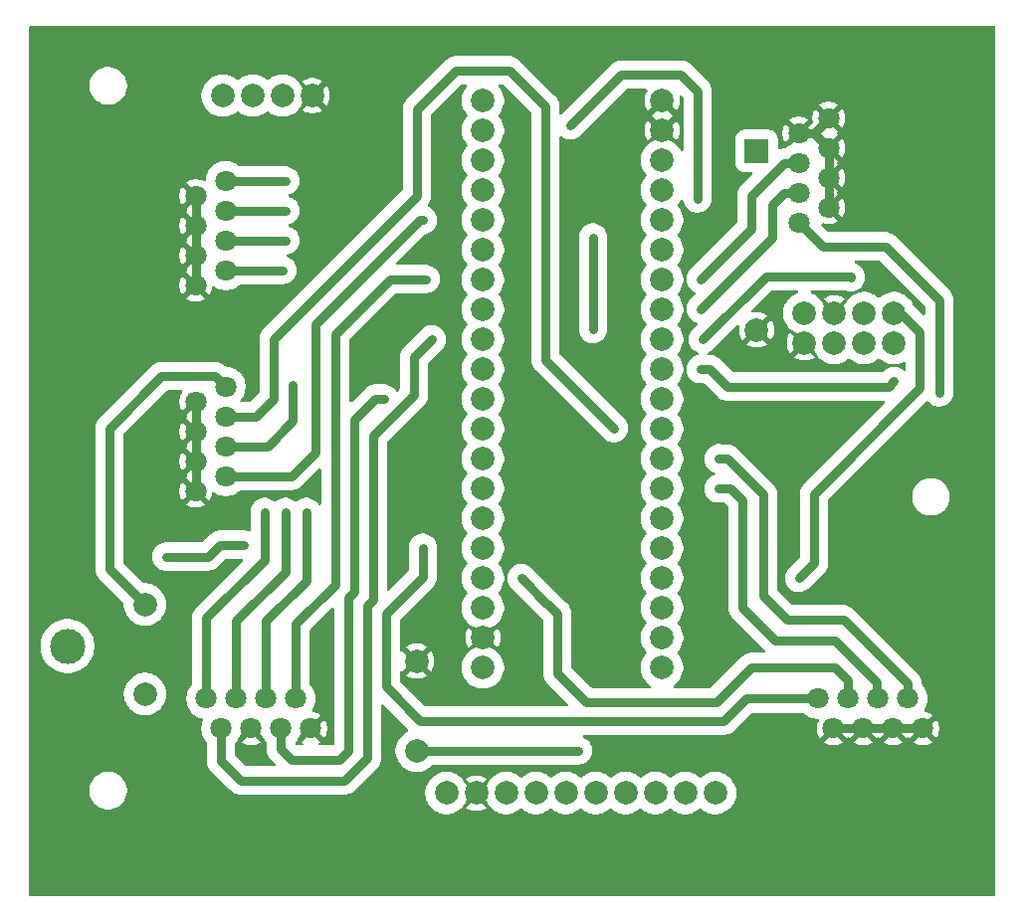
<source format=gbr>
%TF.GenerationSoftware,KiCad,Pcbnew,9.0.1*%
%TF.CreationDate,2025-07-15T16:08:35-03:00*%
%TF.ProjectId,USV_PCB_buque_v1.0,5553565f-5043-4425-9f62-757175655f76,rev?*%
%TF.SameCoordinates,Original*%
%TF.FileFunction,Copper,L2,Bot*%
%TF.FilePolarity,Positive*%
%FSLAX46Y46*%
G04 Gerber Fmt 4.6, Leading zero omitted, Abs format (unit mm)*
G04 Created by KiCad (PCBNEW 9.0.1) date 2025-07-15 16:08:35*
%MOMM*%
%LPD*%
G01*
G04 APERTURE LIST*
%TA.AperFunction,ComponentPad*%
%ADD10C,2.000000*%
%TD*%
%TA.AperFunction,ComponentPad*%
%ADD11R,2.000000X2.000000*%
%TD*%
%TA.AperFunction,ComponentPad*%
%ADD12C,3.000000*%
%TD*%
%TA.AperFunction,ComponentPad*%
%ADD13C,1.800000*%
%TD*%
%TA.AperFunction,ViaPad*%
%ADD14C,0.600000*%
%TD*%
%TA.AperFunction,Conductor*%
%ADD15C,0.800000*%
%TD*%
G04 APERTURE END LIST*
D10*
%TO.P,U2,1,PB12*%
%TO.N,Net-(LAN1-Brown)*%
X211880946Y-46275000D03*
%TO.P,U2,2,PB13*%
%TO.N,Net-(LAN1-Green)*%
X211880946Y-48815000D03*
%TO.P,U2,3,PB14*%
%TO.N,Net-(LAN1-Blue)*%
X211880946Y-51355000D03*
%TO.P,U2,4,PB15*%
%TO.N,Net-(LAN1-Orange)*%
X211880946Y-53895000D03*
%TO.P,U2,5,PA8*%
%TO.N,Net-(LAN5-Orange)*%
X211880946Y-56435000D03*
%TO.P,U2,6,PA9*%
%TO.N,Net-(LAN5-Blue)*%
X211880946Y-58975000D03*
%TO.P,U2,7,PA10*%
%TO.N,Net-(LAN2-Orange)*%
X211880946Y-61515000D03*
%TO.P,U2,8,PA11*%
%TO.N,Net-(LAN2-Brown)*%
X211880946Y-64055000D03*
%TO.P,U2,9,PA12*%
%TO.N,Net-(LAN2-Brown-w)*%
X211880946Y-66595000D03*
%TO.P,U2,10,PA15*%
%TO.N,Net-(LAN2-Green)*%
X211880946Y-69135000D03*
%TO.P,U2,11,PB3*%
%TO.N,Net-(LAN2-Green-w)*%
X211880946Y-71675000D03*
%TO.P,U2,12,PB4*%
%TO.N,Net-(LAN2-Blue)*%
X211880946Y-74215000D03*
%TO.P,U2,13,PB5*%
%TO.N,Net-(U1-CE)*%
X211880946Y-76755000D03*
%TO.P,U2,14,PB6*%
%TO.N,Net-(GPS1-RX)*%
X211880946Y-79295000D03*
%TO.P,U2,15,PB7*%
%TO.N,Net-(GPS1-TX)*%
X211880946Y-81835000D03*
%TO.P,U2,16,PB8*%
%TO.N,Net-(LAN4-Brown)*%
X211880946Y-84375000D03*
%TO.P,U2,17,PB9*%
%TO.N,Net-(LAN4-Green)*%
X211880946Y-86915000D03*
%TO.P,U2,18,5V*%
%TO.N,+5V*%
X211880946Y-89455000D03*
%TO.P,U2,19,GND*%
%TO.N,GND*%
X211880946Y-91995000D03*
%TO.P,U2,20,3V3*%
%TO.N,+3.3V*%
X211880946Y-94535000D03*
%TO.P,U2,21,VBat*%
%TO.N,unconnected-(U2-VBat-Pad21)*%
X227120946Y-94535000D03*
%TO.P,U2,22,PC13*%
%TO.N,unconnected-(U2-PC13-Pad22)*%
X227120946Y-91995000D03*
%TO.P,U2,23,PC14*%
%TO.N,unconnected-(U2-PC14-Pad23)*%
X227120946Y-89455000D03*
%TO.P,U2,24,PC15*%
%TO.N,Net-(U1-IRQ)*%
X227120946Y-86915000D03*
%TO.P,U2,25,PA0*%
%TO.N,/Vbat_test*%
X227120946Y-84375000D03*
%TO.P,U2,26,PA1*%
%TO.N,Net-(LAN3-Brown)*%
X227120946Y-81835000D03*
%TO.P,U2,27,PA2*%
%TO.N,Net-(LAN4-Blue)*%
X227120946Y-79295000D03*
%TO.P,U2,28,PA3*%
%TO.N,Net-(LAN4-Orange)*%
X227120946Y-76755000D03*
%TO.P,U2,29,PA4*%
%TO.N,Net-(LAN5-Green)*%
X227120946Y-74215000D03*
%TO.P,U2,30,PA5*%
%TO.N,Net-(U1-SCK)*%
X227120946Y-71675000D03*
%TO.P,U2,31,PA6*%
%TO.N,Net-(U1-MISO)*%
X227120946Y-69135000D03*
%TO.P,U2,32,PA7*%
%TO.N,Net-(U1-MOSI)*%
X227120946Y-66595000D03*
%TO.P,U2,33,PB0*%
%TO.N,Net-(LAN3-Green)*%
X227120946Y-64055000D03*
%TO.P,U2,34,PB1*%
%TO.N,Net-(LAN3-Blue)*%
X227120946Y-61515000D03*
%TO.P,U2,35,PB10*%
%TO.N,Net-(IMU1-SCL)*%
X227120946Y-58975000D03*
%TO.P,U2,36,PB11*%
%TO.N,Net-(IMU1-SDA)*%
X227120946Y-56435000D03*
%TO.P,U2,37,RST*%
%TO.N,unconnected-(U2-RST-Pad37)*%
X227120946Y-53895000D03*
%TO.P,U2,38,3V3*%
%TO.N,+3.3V*%
X227120946Y-51355000D03*
%TO.P,U2,39,GND*%
%TO.N,GND*%
X227120946Y-48815000D03*
%TO.P,U2,40,GND*%
X227120946Y-46275000D03*
%TD*%
D11*
%TO.P,C1,1*%
%TO.N,+3.3V*%
X235168000Y-50546000D03*
D10*
%TO.P,C1,2*%
%TO.N,GND*%
X235168000Y-65786000D03*
%TD*%
%TO.P,IMU1,1,Vin*%
%TO.N,+3.3V*%
X208780000Y-105216000D03*
%TO.P,IMU1,2,GND*%
%TO.N,GND*%
X211320000Y-105216000D03*
%TO.P,IMU1,3,SCL*%
%TO.N,Net-(IMU1-SCL)*%
X213860000Y-105216000D03*
%TO.P,IMU1,4,SDA*%
%TO.N,Net-(IMU1-SDA)*%
X216400000Y-105216000D03*
%TO.P,IMU1,5,EDA*%
%TO.N,unconnected-(IMU1-EDA-Pad5)*%
X218940000Y-105216000D03*
%TO.P,IMU1,6,ECL*%
%TO.N,unconnected-(IMU1-ECL-Pad6)*%
X221480000Y-105216000D03*
%TO.P,IMU1,7,ADO*%
%TO.N,unconnected-(IMU1-ADO-Pad7)*%
X224020000Y-105216000D03*
%TO.P,IMU1,8,INT*%
%TO.N,unconnected-(IMU1-INT-Pad8)*%
X226560000Y-105216000D03*
%TO.P,IMU1,9,NCS*%
%TO.N,unconnected-(IMU1-NCS-Pad9)*%
X229100000Y-105216000D03*
%TO.P,IMU1,10,FSYNC*%
%TO.N,unconnected-(IMU1-FSYNC-Pad10)*%
X231640000Y-105216000D03*
%TD*%
%TO.P,R1,1*%
%TO.N,+BATT*%
X183134000Y-89154000D03*
%TO.P,R1,2*%
%TO.N,/Vbat_test*%
X183134000Y-96774000D03*
%TD*%
D12*
%TO.P,J1,1,Pin_1*%
%TO.N,+5V*%
X176530000Y-92710000D03*
%TD*%
D10*
%TO.P,U1,1,GND*%
%TO.N,GND*%
X239231000Y-66891500D03*
%TO.P,U1,2,VCC*%
%TO.N,+3.3V*%
X239231000Y-64351500D03*
%TO.P,U1,3,CE*%
%TO.N,Net-(U1-CE)*%
X241771000Y-66891500D03*
%TO.P,U1,4,~{CSN}*%
%TO.N,GND*%
X241771000Y-64351500D03*
%TO.P,U1,5,SCK*%
%TO.N,Net-(U1-SCK)*%
X244311000Y-66891500D03*
%TO.P,U1,6,MOSI*%
%TO.N,Net-(U1-MOSI)*%
X244311000Y-64351500D03*
%TO.P,U1,7,MISO*%
%TO.N,Net-(U1-MISO)*%
X246851000Y-66891500D03*
%TO.P,U1,8,IRQ*%
%TO.N,Net-(U1-IRQ)*%
X246851000Y-64351500D03*
%TD*%
%TO.P,GPS1,1,GND*%
%TO.N,GND*%
X197358000Y-45847000D03*
%TO.P,GPS1,2,TX*%
%TO.N,Net-(GPS1-TX)*%
X194818000Y-45847000D03*
%TO.P,GPS1,3,RX*%
%TO.N,Net-(GPS1-RX)*%
X192278000Y-45847000D03*
%TO.P,GPS1,4,Vcc*%
%TO.N,+3.3V*%
X189738000Y-45847000D03*
%TD*%
%TO.P,R2,1*%
%TO.N,/Vbat_test*%
X206248000Y-101600000D03*
%TO.P,R2,2*%
%TO.N,GND*%
X206248000Y-93980000D03*
%TD*%
D13*
%TO.P,LAN1,1,Brown*%
%TO.N,Net-(LAN1-Brown)*%
X189992000Y-53086000D03*
%TO.P,LAN1,2,Brown-w*%
%TO.N,GND*%
X187452000Y-54356000D03*
%TO.P,LAN1,3,Green*%
%TO.N,Net-(LAN1-Green)*%
X189992000Y-55626000D03*
%TO.P,LAN1,4,Blue-w*%
%TO.N,GND*%
X187452000Y-56896000D03*
%TO.P,LAN1,5,Blue*%
%TO.N,Net-(LAN1-Blue)*%
X189992000Y-58166000D03*
%TO.P,LAN1,6,Green-w*%
%TO.N,GND*%
X187452000Y-59436000D03*
%TO.P,LAN1,7,Orange*%
%TO.N,Net-(LAN1-Orange)*%
X189992000Y-60706000D03*
%TO.P,LAN1,8,Orange-w*%
%TO.N,GND*%
X187452000Y-61976000D03*
%TD*%
%TO.P,LAN4,1,Brown*%
%TO.N,Net-(LAN4-Brown)*%
X240411000Y-97182000D03*
%TO.P,LAN4,2,Brown-w*%
%TO.N,GND*%
X241681000Y-99722000D03*
%TO.P,LAN4,3,Green*%
%TO.N,Net-(LAN4-Green)*%
X242951000Y-97182000D03*
%TO.P,LAN4,4,Blue-w*%
%TO.N,GND*%
X244221000Y-99722000D03*
%TO.P,LAN4,5,Blue*%
%TO.N,Net-(LAN4-Blue)*%
X245491000Y-97182000D03*
%TO.P,LAN4,6,Green-w*%
%TO.N,GND*%
X246761000Y-99722000D03*
%TO.P,LAN4,7,Orange*%
%TO.N,Net-(LAN4-Orange)*%
X248031000Y-97182000D03*
%TO.P,LAN4,8,Orange-w*%
%TO.N,GND*%
X249301000Y-99722000D03*
%TD*%
%TO.P,LAN5,1,Brown*%
%TO.N,+BATT*%
X189992000Y-70612000D03*
%TO.P,LAN5,2,Brown-w*%
%TO.N,GND*%
X187452000Y-71882000D03*
%TO.P,LAN5,3,Green*%
%TO.N,Net-(LAN5-Green)*%
X189992000Y-73152000D03*
%TO.P,LAN5,4,Blue-w*%
%TO.N,GND*%
X187452000Y-74422000D03*
%TO.P,LAN5,5,Blue*%
%TO.N,Net-(LAN5-Blue)*%
X189992000Y-75692000D03*
%TO.P,LAN5,6,Green-w*%
%TO.N,GND*%
X187452000Y-76962000D03*
%TO.P,LAN5,7,Orange*%
%TO.N,Net-(LAN5-Orange)*%
X189992000Y-78232000D03*
%TO.P,LAN5,8,Orange-w*%
%TO.N,GND*%
X187452000Y-79502000D03*
%TD*%
%TO.P,LAN3,1,Brown*%
%TO.N,Net-(LAN3-Brown)*%
X238760000Y-56642000D03*
%TO.P,LAN3,2,Brown-w*%
%TO.N,GND*%
X241300000Y-55372000D03*
%TO.P,LAN3,3,Green*%
%TO.N,Net-(LAN3-Green)*%
X238760000Y-54102000D03*
%TO.P,LAN3,4,Blue-w*%
%TO.N,GND*%
X241300000Y-52832000D03*
%TO.P,LAN3,5,Blue*%
%TO.N,Net-(LAN3-Blue)*%
X238760000Y-51562000D03*
%TO.P,LAN3,6,Green-w*%
%TO.N,GND*%
X241300000Y-50292000D03*
%TO.P,LAN3,7,Orange*%
X238760000Y-49022000D03*
%TO.P,LAN3,8,Orange-w*%
X241300000Y-47752000D03*
%TD*%
%TO.P,LAN2,1,Brown*%
%TO.N,Net-(LAN2-Brown)*%
X188341000Y-97182000D03*
%TO.P,LAN2,2,Brown-w*%
%TO.N,Net-(LAN2-Brown-w)*%
X189611000Y-99722000D03*
%TO.P,LAN2,3,Green*%
%TO.N,Net-(LAN2-Green)*%
X190881000Y-97182000D03*
%TO.P,LAN2,4,Blue-w*%
%TO.N,GND*%
X192151000Y-99722000D03*
%TO.P,LAN2,5,Blue*%
%TO.N,Net-(LAN2-Blue)*%
X193421000Y-97182000D03*
%TO.P,LAN2,6,Green-w*%
%TO.N,Net-(LAN2-Green-w)*%
X194691000Y-99722000D03*
%TO.P,LAN2,7,Orange*%
%TO.N,Net-(LAN2-Orange)*%
X195961000Y-97182000D03*
%TO.P,LAN2,8,Orange-w*%
%TO.N,GND*%
X197231000Y-99722000D03*
%TD*%
D14*
%TO.N,Net-(U1-MISO)*%
X230378000Y-69135000D03*
X246851000Y-70141000D03*
%TO.N,Net-(U1-MOSI)*%
X230585000Y-66595000D03*
X243175210Y-61311210D03*
%TO.N,Net-(IMU1-SDA)*%
X221234000Y-65711889D03*
X221234000Y-57912000D03*
%TO.N,Net-(GPS1-RX)*%
X191516000Y-84074000D03*
X184912000Y-85090000D03*
%TO.N,/Vbat_test*%
X219964000Y-101600000D03*
%TO.N,Net-(U1-IRQ)*%
X238760000Y-86915000D03*
%TO.N,Net-(U1-CE)*%
X219329000Y-48387000D03*
X230124000Y-54610000D03*
%TO.N,Net-(LAN3-Blue)*%
X230378000Y-61468000D03*
%TO.N,Net-(LAN3-Green)*%
X230378000Y-64008000D03*
%TO.N,Net-(LAN3-Brown)*%
X250698000Y-71120000D03*
%TO.N,Net-(LAN4-Green)*%
X215138000Y-86915000D03*
%TO.N,Net-(LAN4-Brown)*%
X206756000Y-84328000D03*
%TO.N,Net-(LAN4-Orange)*%
X231902000Y-76755000D03*
%TO.N,Net-(LAN4-Blue)*%
X231902000Y-79295000D03*
%TO.N,Net-(LAN5-Blue)*%
X195707000Y-70485000D03*
%TO.N,Net-(LAN5-Green)*%
X223012000Y-74168000D03*
%TO.N,Net-(LAN5-Orange)*%
X206803000Y-56435000D03*
%TO.N,Net-(LAN1-Orange)*%
X194818000Y-60706000D03*
%TO.N,Net-(LAN1-Green)*%
X195072000Y-55626000D03*
%TO.N,Net-(LAN1-Brown)*%
X195072000Y-53086000D03*
%TO.N,Net-(LAN1-Blue)*%
X195072000Y-58166000D03*
%TO.N,Net-(LAN2-Blue)*%
X196850000Y-81280000D03*
%TO.N,Net-(LAN2-Brown-w)*%
X207518000Y-66595000D03*
%TO.N,Net-(LAN2-Green)*%
X195072000Y-81280000D03*
%TO.N,Net-(LAN2-Orange)*%
X207010000Y-61468000D03*
%TO.N,Net-(LAN2-Brown)*%
X193294000Y-81280000D03*
%TO.N,Net-(LAN2-Green-w)*%
X203454000Y-71628000D03*
%TD*%
D15*
%TO.N,Net-(U1-MISO)*%
X246380000Y-70612000D02*
X232664000Y-70612000D01*
X232664000Y-70612000D02*
X231187000Y-69135000D01*
X246851000Y-70141000D02*
X246380000Y-70612000D01*
X231187000Y-69135000D02*
X230378000Y-69135000D01*
%TO.N,GND*%
X187452000Y-71882000D02*
X187452000Y-79502000D01*
X241300000Y-50292000D02*
X241300000Y-55372000D01*
X241300000Y-47752000D02*
X240030000Y-49022000D01*
X240030000Y-49022000D02*
X238760000Y-49022000D01*
X187452000Y-54356000D02*
X187452000Y-61976000D01*
X241681000Y-99722000D02*
X249301000Y-99722000D01*
X241300000Y-50292000D02*
X240030000Y-49022000D01*
%TO.N,Net-(U1-MOSI)*%
X243175210Y-61281420D02*
X243175210Y-61311210D01*
X243107790Y-61214000D02*
X243175210Y-61281420D01*
X235966000Y-61214000D02*
X243107790Y-61214000D01*
X230585000Y-66595000D02*
X235966000Y-61214000D01*
%TO.N,Net-(IMU1-SDA)*%
X221234000Y-65711889D02*
X221234000Y-57912000D01*
%TO.N,Net-(GPS1-RX)*%
X189484000Y-84074000D02*
X191516000Y-84074000D01*
X184912000Y-85090000D02*
X188468000Y-85090000D01*
X188468000Y-85090000D02*
X189484000Y-84074000D01*
%TO.N,/Vbat_test*%
X226913946Y-84582000D02*
X227120946Y-84375000D01*
X219964000Y-101600000D02*
X206248000Y-101600000D01*
%TO.N,+BATT*%
X180086000Y-86106000D02*
X183134000Y-89154000D01*
X180086000Y-74168000D02*
X180086000Y-86106000D01*
X184542000Y-69712000D02*
X180086000Y-74168000D01*
X189992000Y-70612000D02*
X189092000Y-69712000D01*
X189092000Y-69712000D02*
X184542000Y-69712000D01*
%TO.N,Net-(U1-IRQ)*%
X238760000Y-86915000D02*
X240030000Y-85645000D01*
X247423685Y-64351500D02*
X246851000Y-64351500D01*
X249052000Y-65979815D02*
X247423685Y-64351500D01*
X240030000Y-79756000D02*
X249052000Y-70734000D01*
X249052000Y-70734000D02*
X249052000Y-65979815D01*
X240030000Y-85645000D02*
X240030000Y-79756000D01*
%TO.N,Net-(U1-CE)*%
X230124000Y-54610000D02*
X230124000Y-45466000D01*
X228732000Y-44074000D02*
X223642000Y-44074000D01*
X230124000Y-45466000D02*
X228732000Y-44074000D01*
X223642000Y-44074000D02*
X219329000Y-48387000D01*
%TO.N,Net-(LAN3-Blue)*%
X234696000Y-54353208D02*
X237487208Y-51562000D01*
X234696000Y-57150000D02*
X234696000Y-54353208D01*
X237487208Y-51562000D02*
X238760000Y-51562000D01*
X230378000Y-61468000D02*
X234696000Y-57150000D01*
%TO.N,Net-(LAN3-Green)*%
X238760000Y-54102000D02*
X237487208Y-54102000D01*
X237487208Y-54102000D02*
X236474000Y-55115208D01*
X236474000Y-57912000D02*
X230378000Y-64008000D01*
X236474000Y-55115208D02*
X236474000Y-57912000D01*
%TO.N,Net-(LAN3-Brown)*%
X250698000Y-71120000D02*
X250698000Y-63246000D01*
X246126000Y-58674000D02*
X240792000Y-58674000D01*
X240792000Y-58674000D02*
X238760000Y-56642000D01*
X250698000Y-63246000D02*
X246126000Y-58674000D01*
%TO.N,Net-(LAN4-Green)*%
X217344000Y-89074000D02*
X218186000Y-89916000D01*
X241808000Y-94488000D02*
X242951000Y-95631000D01*
X234696000Y-94488000D02*
X241808000Y-94488000D01*
X242951000Y-95631000D02*
X242951000Y-97182000D01*
X231725000Y-97459000D02*
X234696000Y-94488000D01*
X215138000Y-86915000D02*
X217297000Y-89074000D01*
X220649000Y-97459000D02*
X231725000Y-97459000D01*
X217297000Y-89074000D02*
X217344000Y-89074000D01*
X218186000Y-89916000D02*
X218186000Y-94996000D01*
X218186000Y-94996000D02*
X220649000Y-97459000D01*
%TO.N,Net-(LAN4-Brown)*%
X203608000Y-89950468D02*
X206756000Y-86802468D01*
X206502000Y-99060000D02*
X203608000Y-96166000D01*
X232388156Y-99060000D02*
X206502000Y-99060000D01*
X206756000Y-86802468D02*
X206756000Y-84328000D01*
X203608000Y-96166000D02*
X203608000Y-89950468D01*
X234266156Y-97182000D02*
X232388156Y-99060000D01*
X240411000Y-97182000D02*
X234266156Y-97182000D01*
%TO.N,Net-(LAN4-Orange)*%
X248031000Y-95885000D02*
X242570000Y-90424000D01*
X235712000Y-79777844D02*
X232689156Y-76755000D01*
X231949000Y-76708000D02*
X231902000Y-76755000D01*
X248031000Y-97182000D02*
X248031000Y-95885000D01*
X235712000Y-88392000D02*
X235712000Y-79777844D01*
X237744000Y-90424000D02*
X235712000Y-88392000D01*
X242570000Y-90424000D02*
X237744000Y-90424000D01*
X232689156Y-76755000D02*
X231902000Y-76755000D01*
%TO.N,Net-(LAN4-Blue)*%
X233934000Y-89408000D02*
X236728000Y-92202000D01*
X232965000Y-79295000D02*
X233934000Y-80264000D01*
X231902000Y-79295000D02*
X232965000Y-79295000D01*
X236728000Y-92202000D02*
X241808000Y-92202000D01*
X233934000Y-80264000D02*
X233934000Y-89408000D01*
X245364000Y-97055000D02*
X245491000Y-97182000D01*
X241808000Y-92202000D02*
X245364000Y-95758000D01*
X245364000Y-95758000D02*
X245364000Y-97055000D01*
%TO.N,Net-(LAN5-Blue)*%
X195707000Y-70485000D02*
X195707000Y-73533000D01*
X193548000Y-75692000D02*
X189992000Y-75692000D01*
X195707000Y-73533000D02*
X193548000Y-75692000D01*
%TO.N,Net-(LAN5-Green)*%
X214122000Y-43688000D02*
X217170000Y-46736000D01*
X194056000Y-66548000D02*
X206248000Y-54356000D01*
X217170000Y-46736000D02*
X217170000Y-68326000D01*
X192532000Y-73152000D02*
X194056000Y-71628000D01*
X206248000Y-54356000D02*
X206248000Y-46990000D01*
X206248000Y-46990000D02*
X209550000Y-43688000D01*
X209550000Y-43688000D02*
X214122000Y-43688000D01*
X189992000Y-73152000D02*
X192532000Y-73152000D01*
X194056000Y-71628000D02*
X194056000Y-66548000D01*
X217170000Y-68326000D02*
X223012000Y-74168000D01*
%TO.N,Net-(LAN5-Orange)*%
X206502000Y-56388000D02*
X197612000Y-65278000D01*
X197612000Y-65278000D02*
X197612000Y-76210922D01*
X197612000Y-76210922D02*
X195590922Y-78232000D01*
X206756000Y-56388000D02*
X206502000Y-56388000D01*
X195590922Y-78232000D02*
X189992000Y-78232000D01*
X206803000Y-56435000D02*
X206756000Y-56388000D01*
%TO.N,Net-(LAN1-Orange)*%
X194818000Y-60706000D02*
X189992000Y-60706000D01*
%TO.N,Net-(LAN1-Green)*%
X195072000Y-55626000D02*
X189992000Y-55626000D01*
%TO.N,Net-(LAN1-Brown)*%
X195072000Y-53086000D02*
X189992000Y-53086000D01*
%TO.N,Net-(LAN1-Blue)*%
X195072000Y-58166000D02*
X189992000Y-58166000D01*
%TO.N,Net-(LAN2-Blue)*%
X193421000Y-90551000D02*
X193421000Y-97182000D01*
X196850000Y-87122000D02*
X193421000Y-90551000D01*
X196850000Y-81280000D02*
X196850000Y-87122000D01*
%TO.N,Net-(LAN2-Brown-w)*%
X202007000Y-89287312D02*
X202007000Y-102263156D01*
X207518000Y-66595000D02*
X205994000Y-68119000D01*
X202515000Y-74831156D02*
X202515000Y-88779312D01*
X189611000Y-102489000D02*
X189611000Y-99722000D01*
X202515000Y-88779312D02*
X202007000Y-89287312D01*
X205994000Y-71352156D02*
X202515000Y-74831156D01*
X191262000Y-104140000D02*
X189611000Y-102489000D01*
X200130156Y-104140000D02*
X191262000Y-104140000D01*
X205994000Y-68119000D02*
X205994000Y-71352156D01*
X202007000Y-102263156D02*
X200130156Y-104140000D01*
%TO.N,Net-(LAN2-Green)*%
X195072000Y-86360000D02*
X190881000Y-90551000D01*
X190881000Y-90551000D02*
X190881000Y-97182000D01*
X195072000Y-81280000D02*
X195072000Y-86360000D01*
%TO.N,Net-(LAN2-Orange)*%
X195961000Y-90805000D02*
X195961000Y-97182000D01*
X207010000Y-61468000D02*
X203962000Y-61468000D01*
X199313000Y-87453000D02*
X195961000Y-90805000D01*
X203962000Y-61468000D02*
X199313000Y-66117000D01*
X199313000Y-66117000D02*
X199313000Y-87453000D01*
%TO.N,Net-(LAN2-Brown)*%
X188341000Y-90297000D02*
X188341000Y-97182000D01*
X193294000Y-85344000D02*
X188341000Y-90297000D01*
X193294000Y-81280000D02*
X193294000Y-85344000D01*
%TO.N,Net-(LAN2-Green-w)*%
X200406000Y-101600000D02*
X199644000Y-102362000D01*
X194691000Y-101473000D02*
X194691000Y-99722000D01*
X199644000Y-102362000D02*
X195580000Y-102362000D01*
X203454000Y-71628000D02*
X202692000Y-71628000D01*
X200914000Y-88116156D02*
X200406000Y-88624156D01*
X195580000Y-102362000D02*
X194691000Y-101473000D01*
X202692000Y-71628000D02*
X200914000Y-73406000D01*
X200914000Y-73406000D02*
X200914000Y-88116156D01*
X200406000Y-88624156D02*
X200406000Y-101600000D01*
%TD*%
%TA.AperFunction,Conductor*%
%TO.N,GND*%
G36*
X191751000Y-99774661D02*
G01*
X191778259Y-99876394D01*
X191830920Y-99967606D01*
X191905394Y-100042080D01*
X191996606Y-100094741D01*
X192098339Y-100122000D01*
X192104553Y-100122000D01*
X191353485Y-100873065D01*
X191353485Y-100873066D01*
X191417243Y-100919388D01*
X191613589Y-101019432D01*
X191823164Y-101087526D01*
X192040819Y-101122000D01*
X192261181Y-101122000D01*
X192478835Y-101087526D01*
X192688410Y-101019432D01*
X192884760Y-100919386D01*
X192948513Y-100873066D01*
X192948514Y-100873066D01*
X192197447Y-100122000D01*
X192203661Y-100122000D01*
X192305394Y-100094741D01*
X192396606Y-100042080D01*
X192471080Y-99967606D01*
X192523741Y-99876394D01*
X192551000Y-99774661D01*
X192551000Y-99768446D01*
X193077494Y-100294940D01*
X193104374Y-100335168D01*
X193149970Y-100445248D01*
X193162595Y-100475726D01*
X193274052Y-100668774D01*
X193274057Y-100668780D01*
X193274058Y-100668782D01*
X193409751Y-100845622D01*
X193409756Y-100845628D01*
X193454180Y-100890051D01*
X193487666Y-100951374D01*
X193490500Y-100977733D01*
X193490500Y-101567486D01*
X193520059Y-101754118D01*
X193578454Y-101933836D01*
X193664240Y-102102199D01*
X193775310Y-102255074D01*
X194103722Y-102583486D01*
X194248056Y-102727819D01*
X194281541Y-102789142D01*
X194276557Y-102858833D01*
X194234686Y-102914767D01*
X194169221Y-102939184D01*
X194160375Y-102939500D01*
X191810625Y-102939500D01*
X191743586Y-102919815D01*
X191722944Y-102903181D01*
X190847819Y-102028055D01*
X190814334Y-101966732D01*
X190811500Y-101940374D01*
X190811500Y-100977733D01*
X190818727Y-100953118D01*
X190822051Y-100927680D01*
X190829309Y-100917080D01*
X190831185Y-100910694D01*
X190840748Y-100897746D01*
X190844122Y-100893748D01*
X190892247Y-100845624D01*
X191027948Y-100668774D01*
X191139405Y-100475726D01*
X191197628Y-100335161D01*
X191224504Y-100294940D01*
X191751000Y-99768444D01*
X191751000Y-99774661D01*
G37*
%TD.AperFunction*%
%TA.AperFunction,Conductor*%
G36*
X196831000Y-99774661D02*
G01*
X196858259Y-99876394D01*
X196910920Y-99967606D01*
X196985394Y-100042080D01*
X197076606Y-100094741D01*
X197178339Y-100122000D01*
X197184553Y-100122000D01*
X196433485Y-100873065D01*
X196433485Y-100873066D01*
X196497243Y-100919388D01*
X196512211Y-100927015D01*
X196563007Y-100974990D01*
X196579802Y-101042811D01*
X196557265Y-101108946D01*
X196502549Y-101152397D01*
X196455916Y-101161500D01*
X196128625Y-101161500D01*
X196099184Y-101152855D01*
X196069198Y-101146332D01*
X196064182Y-101142577D01*
X196061586Y-101141815D01*
X196040944Y-101125181D01*
X196003289Y-101087526D01*
X195954497Y-101038733D01*
X195921013Y-100977412D01*
X195925997Y-100907720D01*
X195954500Y-100863371D01*
X195972247Y-100845624D01*
X196107948Y-100668774D01*
X196219405Y-100475726D01*
X196277628Y-100335161D01*
X196304504Y-100294940D01*
X196831000Y-99768445D01*
X196831000Y-99774661D01*
G37*
%TD.AperFunction*%
%TA.AperFunction,Conductor*%
G36*
X199124834Y-89441443D02*
G01*
X199180767Y-89483315D01*
X199205184Y-89548779D01*
X199205500Y-89557625D01*
X199205500Y-101037500D01*
X199185815Y-101104539D01*
X199133011Y-101150294D01*
X199081500Y-101161500D01*
X198006084Y-101161500D01*
X197939045Y-101141815D01*
X197893290Y-101089011D01*
X197883346Y-101019853D01*
X197912371Y-100956297D01*
X197949789Y-100927015D01*
X197964760Y-100919386D01*
X198028513Y-100873066D01*
X198028514Y-100873066D01*
X197277447Y-100122000D01*
X197283661Y-100122000D01*
X197385394Y-100094741D01*
X197476606Y-100042080D01*
X197551080Y-99967606D01*
X197603741Y-99876394D01*
X197631000Y-99774661D01*
X197631000Y-99768448D01*
X198382066Y-100519514D01*
X198382066Y-100519513D01*
X198428386Y-100455760D01*
X198528432Y-100259410D01*
X198596526Y-100049835D01*
X198631000Y-99832181D01*
X198631000Y-99611818D01*
X198596526Y-99394164D01*
X198528432Y-99184589D01*
X198428388Y-98988243D01*
X198382066Y-98924485D01*
X198382065Y-98924485D01*
X197631000Y-99675551D01*
X197631000Y-99669339D01*
X197603741Y-99567606D01*
X197551080Y-99476394D01*
X197476606Y-99401920D01*
X197385394Y-99349259D01*
X197283661Y-99322000D01*
X197277446Y-99322000D01*
X198028513Y-98570932D01*
X197964756Y-98524611D01*
X197768410Y-98424567D01*
X197558834Y-98356472D01*
X197447622Y-98338858D01*
X197384487Y-98308928D01*
X197347556Y-98249617D01*
X197348554Y-98179754D01*
X197368643Y-98140899D01*
X197377948Y-98128774D01*
X197489405Y-97935726D01*
X197574710Y-97729781D01*
X197632404Y-97514463D01*
X197661500Y-97293457D01*
X197661500Y-97070543D01*
X197632404Y-96849537D01*
X197574710Y-96634219D01*
X197489405Y-96428274D01*
X197377948Y-96235226D01*
X197242247Y-96058376D01*
X197242242Y-96058370D01*
X197197819Y-96013947D01*
X197164334Y-95952624D01*
X197161500Y-95926266D01*
X197161500Y-91353625D01*
X197181185Y-91286586D01*
X197197819Y-91265944D01*
X198993819Y-89469944D01*
X199055142Y-89436459D01*
X199124834Y-89441443D01*
G37*
%TD.AperFunction*%
%TA.AperFunction,Conductor*%
G36*
X210490956Y-44908185D02*
G01*
X210536711Y-44960989D01*
X210546655Y-45030147D01*
X210522293Y-45087986D01*
X210380676Y-45272545D01*
X210262665Y-45476943D01*
X210262660Y-45476954D01*
X210172340Y-45695006D01*
X210111252Y-45922989D01*
X210080447Y-46156979D01*
X210080446Y-46156995D01*
X210080446Y-46393004D01*
X210080447Y-46393020D01*
X210107048Y-46595080D01*
X210111253Y-46627014D01*
X210116087Y-46645056D01*
X210172340Y-46854993D01*
X210262660Y-47073045D01*
X210262665Y-47073056D01*
X210303686Y-47144105D01*
X210380673Y-47277450D01*
X210380675Y-47277453D01*
X210380676Y-47277454D01*
X210526825Y-47467920D01*
X210525666Y-47468808D01*
X210552483Y-47526662D01*
X210542929Y-47595876D01*
X210526331Y-47621701D01*
X210526825Y-47622080D01*
X210380676Y-47812545D01*
X210262665Y-48016943D01*
X210262660Y-48016954D01*
X210172340Y-48235006D01*
X210111252Y-48462989D01*
X210080447Y-48696979D01*
X210080446Y-48696995D01*
X210080446Y-48933004D01*
X210080447Y-48933020D01*
X210111252Y-49167010D01*
X210172340Y-49394993D01*
X210262660Y-49613045D01*
X210262665Y-49613056D01*
X210303686Y-49684105D01*
X210380673Y-49817450D01*
X210380675Y-49817453D01*
X210380676Y-49817454D01*
X210526825Y-50007920D01*
X210525666Y-50008808D01*
X210552483Y-50066662D01*
X210542929Y-50135876D01*
X210526331Y-50161701D01*
X210526825Y-50162080D01*
X210380676Y-50352545D01*
X210262665Y-50556943D01*
X210262660Y-50556954D01*
X210172340Y-50775006D01*
X210111252Y-51002989D01*
X210080447Y-51236979D01*
X210080446Y-51236995D01*
X210080446Y-51473004D01*
X210080447Y-51473020D01*
X210111252Y-51707010D01*
X210172340Y-51934993D01*
X210262660Y-52153045D01*
X210262665Y-52153056D01*
X210281941Y-52186442D01*
X210380673Y-52357450D01*
X210380675Y-52357453D01*
X210380676Y-52357454D01*
X210526825Y-52547920D01*
X210525666Y-52548808D01*
X210552483Y-52606662D01*
X210542929Y-52675876D01*
X210526331Y-52701701D01*
X210526825Y-52702080D01*
X210380676Y-52892545D01*
X210262665Y-53096943D01*
X210262660Y-53096954D01*
X210172340Y-53315006D01*
X210111252Y-53542989D01*
X210080447Y-53776979D01*
X210080446Y-53776995D01*
X210080446Y-54013004D01*
X210080447Y-54013020D01*
X210111095Y-54245818D01*
X210111253Y-54247014D01*
X210115139Y-54261518D01*
X210172340Y-54474993D01*
X210262660Y-54693045D01*
X210262665Y-54693056D01*
X210306944Y-54769748D01*
X210380673Y-54897450D01*
X210380675Y-54897453D01*
X210380676Y-54897454D01*
X210526825Y-55087920D01*
X210525666Y-55088808D01*
X210552483Y-55146662D01*
X210542929Y-55215876D01*
X210526331Y-55241701D01*
X210526825Y-55242080D01*
X210380676Y-55432545D01*
X210262665Y-55636943D01*
X210262660Y-55636954D01*
X210172340Y-55855006D01*
X210111252Y-56082989D01*
X210080447Y-56316979D01*
X210080446Y-56316995D01*
X210080446Y-56553004D01*
X210080447Y-56553020D01*
X210111252Y-56787010D01*
X210172340Y-57014993D01*
X210262660Y-57233045D01*
X210262665Y-57233056D01*
X210330580Y-57350687D01*
X210380673Y-57437450D01*
X210380675Y-57437453D01*
X210380676Y-57437454D01*
X210526825Y-57627920D01*
X210525666Y-57628808D01*
X210552483Y-57686662D01*
X210542929Y-57755876D01*
X210526331Y-57781701D01*
X210526825Y-57782080D01*
X210380676Y-57972545D01*
X210262665Y-58176943D01*
X210262660Y-58176954D01*
X210172340Y-58395006D01*
X210111252Y-58622989D01*
X210080447Y-58856979D01*
X210080446Y-58856995D01*
X210080446Y-59093004D01*
X210080447Y-59093020D01*
X210111095Y-59325818D01*
X210111253Y-59327014D01*
X210121270Y-59364397D01*
X210172340Y-59554993D01*
X210262660Y-59773045D01*
X210262665Y-59773056D01*
X210321235Y-59874500D01*
X210380673Y-59977450D01*
X210380675Y-59977453D01*
X210380676Y-59977454D01*
X210526825Y-60167920D01*
X210525666Y-60168808D01*
X210552483Y-60226662D01*
X210542929Y-60295876D01*
X210526331Y-60321701D01*
X210526825Y-60322080D01*
X210380676Y-60512545D01*
X210262665Y-60716943D01*
X210262660Y-60716954D01*
X210172340Y-60935006D01*
X210111252Y-61162989D01*
X210080447Y-61396979D01*
X210080446Y-61396995D01*
X210080446Y-61633004D01*
X210080447Y-61633020D01*
X210111252Y-61867010D01*
X210172340Y-62094993D01*
X210262660Y-62313045D01*
X210262665Y-62313056D01*
X210313399Y-62400928D01*
X210380673Y-62517450D01*
X210380675Y-62517453D01*
X210380676Y-62517454D01*
X210526825Y-62707920D01*
X210525666Y-62708808D01*
X210552483Y-62766662D01*
X210542929Y-62835876D01*
X210526331Y-62861701D01*
X210526825Y-62862080D01*
X210380676Y-63052545D01*
X210262665Y-63256943D01*
X210262660Y-63256954D01*
X210172340Y-63475006D01*
X210111252Y-63702989D01*
X210080447Y-63936979D01*
X210080446Y-63936995D01*
X210080446Y-64173004D01*
X210080447Y-64173020D01*
X210100183Y-64322934D01*
X210111253Y-64407014D01*
X210129223Y-64474080D01*
X210172340Y-64634993D01*
X210262660Y-64853045D01*
X210262665Y-64853056D01*
X210333623Y-64975957D01*
X210380673Y-65057450D01*
X210380675Y-65057453D01*
X210380676Y-65057454D01*
X210526825Y-65247920D01*
X210525666Y-65248808D01*
X210552483Y-65306662D01*
X210542929Y-65375876D01*
X210526331Y-65401701D01*
X210526825Y-65402080D01*
X210380676Y-65592545D01*
X210262665Y-65796943D01*
X210262660Y-65796954D01*
X210172340Y-66015006D01*
X210111252Y-66242989D01*
X210080447Y-66476979D01*
X210080446Y-66476995D01*
X210080446Y-66713004D01*
X210080447Y-66713020D01*
X210111252Y-66947010D01*
X210172340Y-67174993D01*
X210262660Y-67393045D01*
X210262665Y-67393056D01*
X210318521Y-67489800D01*
X210380673Y-67597450D01*
X210380675Y-67597453D01*
X210380676Y-67597454D01*
X210526825Y-67787920D01*
X210525666Y-67788808D01*
X210552483Y-67846662D01*
X210542929Y-67915876D01*
X210526331Y-67941701D01*
X210526825Y-67942080D01*
X210380676Y-68132545D01*
X210262665Y-68336943D01*
X210262660Y-68336954D01*
X210172340Y-68555006D01*
X210111252Y-68782989D01*
X210080447Y-69016979D01*
X210080446Y-69016995D01*
X210080446Y-69253004D01*
X210080447Y-69253020D01*
X210111252Y-69487010D01*
X210172340Y-69714993D01*
X210262660Y-69933045D01*
X210262665Y-69933056D01*
X210330580Y-70050687D01*
X210380673Y-70137450D01*
X210380675Y-70137453D01*
X210380676Y-70137454D01*
X210526825Y-70327920D01*
X210525666Y-70328808D01*
X210552483Y-70386662D01*
X210542929Y-70455876D01*
X210526331Y-70481701D01*
X210526825Y-70482080D01*
X210380676Y-70672545D01*
X210262665Y-70876943D01*
X210262660Y-70876954D01*
X210172340Y-71095006D01*
X210111252Y-71322989D01*
X210080447Y-71556979D01*
X210080446Y-71556995D01*
X210080446Y-71793004D01*
X210080447Y-71793020D01*
X210111252Y-72027010D01*
X210172340Y-72254993D01*
X210262660Y-72473045D01*
X210262665Y-72473056D01*
X210333623Y-72595957D01*
X210380673Y-72677450D01*
X210380675Y-72677453D01*
X210380676Y-72677454D01*
X210526825Y-72867920D01*
X210525666Y-72868808D01*
X210552483Y-72926662D01*
X210542929Y-72995876D01*
X210526331Y-73021701D01*
X210526825Y-73022080D01*
X210380676Y-73212545D01*
X210262665Y-73416943D01*
X210262660Y-73416954D01*
X210172340Y-73635006D01*
X210111252Y-73862989D01*
X210080447Y-74096979D01*
X210080446Y-74096995D01*
X210080446Y-74333004D01*
X210080447Y-74333020D01*
X210111252Y-74567010D01*
X210172340Y-74794993D01*
X210262660Y-75013045D01*
X210262665Y-75013056D01*
X210333623Y-75135957D01*
X210380673Y-75217450D01*
X210380675Y-75217453D01*
X210380676Y-75217454D01*
X210526825Y-75407920D01*
X210525666Y-75408808D01*
X210552483Y-75466662D01*
X210542929Y-75535876D01*
X210526331Y-75561701D01*
X210526825Y-75562080D01*
X210380676Y-75752545D01*
X210262665Y-75956943D01*
X210262660Y-75956954D01*
X210172340Y-76175006D01*
X210111252Y-76402989D01*
X210080447Y-76636979D01*
X210080446Y-76636995D01*
X210080446Y-76873004D01*
X210080447Y-76873020D01*
X210111252Y-77107010D01*
X210172340Y-77334993D01*
X210262660Y-77553045D01*
X210262665Y-77553056D01*
X210330580Y-77670687D01*
X210380673Y-77757450D01*
X210399327Y-77781760D01*
X210526825Y-77947920D01*
X210525666Y-77948808D01*
X210552483Y-78006662D01*
X210542929Y-78075876D01*
X210526331Y-78101701D01*
X210526825Y-78102080D01*
X210380676Y-78292545D01*
X210262665Y-78496943D01*
X210262660Y-78496954D01*
X210172340Y-78715006D01*
X210111252Y-78942989D01*
X210080447Y-79176979D01*
X210080446Y-79176995D01*
X210080446Y-79413004D01*
X210080447Y-79413020D01*
X210111252Y-79647010D01*
X210172340Y-79874993D01*
X210262660Y-80093045D01*
X210262665Y-80093056D01*
X210330580Y-80210687D01*
X210380673Y-80297450D01*
X210380675Y-80297453D01*
X210380676Y-80297454D01*
X210526825Y-80487920D01*
X210525666Y-80488808D01*
X210552483Y-80546662D01*
X210542929Y-80615876D01*
X210526331Y-80641701D01*
X210526825Y-80642080D01*
X210380676Y-80832545D01*
X210262665Y-81036943D01*
X210262660Y-81036954D01*
X210172340Y-81255006D01*
X210111252Y-81482989D01*
X210080447Y-81716979D01*
X210080446Y-81716995D01*
X210080446Y-81953004D01*
X210080447Y-81953020D01*
X210111252Y-82187010D01*
X210172340Y-82414993D01*
X210262660Y-82633045D01*
X210262665Y-82633056D01*
X210333623Y-82755957D01*
X210380673Y-82837450D01*
X210380675Y-82837453D01*
X210380676Y-82837454D01*
X210526825Y-83027920D01*
X210525666Y-83028808D01*
X210552483Y-83086662D01*
X210542929Y-83155876D01*
X210526331Y-83181701D01*
X210526825Y-83182080D01*
X210380676Y-83372545D01*
X210262665Y-83576943D01*
X210262660Y-83576954D01*
X210172340Y-83795006D01*
X210111252Y-84022989D01*
X210080447Y-84256979D01*
X210080446Y-84256995D01*
X210080446Y-84493004D01*
X210080447Y-84493020D01*
X210111252Y-84727010D01*
X210172340Y-84954993D01*
X210262660Y-85173045D01*
X210262665Y-85173056D01*
X210315231Y-85264101D01*
X210380673Y-85377450D01*
X210380675Y-85377453D01*
X210380676Y-85377454D01*
X210526825Y-85567920D01*
X210525666Y-85568808D01*
X210552483Y-85626662D01*
X210542929Y-85695876D01*
X210526331Y-85721701D01*
X210526825Y-85722080D01*
X210380676Y-85912545D01*
X210262665Y-86116943D01*
X210262660Y-86116954D01*
X210172340Y-86335006D01*
X210111252Y-86562989D01*
X210080447Y-86796979D01*
X210080446Y-86796995D01*
X210080446Y-87033004D01*
X210080447Y-87033020D01*
X210111252Y-87267010D01*
X210172340Y-87494993D01*
X210262660Y-87713045D01*
X210262665Y-87713056D01*
X210311369Y-87797412D01*
X210380673Y-87917450D01*
X210380675Y-87917453D01*
X210380676Y-87917454D01*
X210526825Y-88107920D01*
X210525666Y-88108808D01*
X210552483Y-88166662D01*
X210542929Y-88235876D01*
X210526331Y-88261701D01*
X210526825Y-88262080D01*
X210380676Y-88452545D01*
X210262665Y-88656943D01*
X210262660Y-88656954D01*
X210172340Y-88875006D01*
X210111252Y-89102989D01*
X210080447Y-89336979D01*
X210080446Y-89336995D01*
X210080446Y-89573004D01*
X210080447Y-89573020D01*
X210101639Y-89733993D01*
X210111253Y-89807014D01*
X210119065Y-89836168D01*
X210172340Y-90034993D01*
X210262660Y-90253045D01*
X210262665Y-90253056D01*
X210333623Y-90375957D01*
X210380673Y-90457450D01*
X210380675Y-90457453D01*
X210380676Y-90457454D01*
X210524352Y-90644697D01*
X210524358Y-90644704D01*
X210691241Y-90811587D01*
X210691248Y-90811593D01*
X210757730Y-90862606D01*
X210878496Y-90955273D01*
X211009864Y-91031118D01*
X211082889Y-91073280D01*
X211082894Y-91073282D01*
X211082897Y-91073284D01*
X211300953Y-91163606D01*
X211408405Y-91192397D01*
X211463990Y-91224490D01*
X211834500Y-91595000D01*
X211828285Y-91595000D01*
X211726552Y-91622259D01*
X211635340Y-91674920D01*
X211560866Y-91749394D01*
X211508205Y-91840606D01*
X211480946Y-91942339D01*
X211480946Y-91948554D01*
X210658286Y-91125894D01*
X210598030Y-91208830D01*
X210490843Y-91419197D01*
X210417880Y-91643752D01*
X210380946Y-91876947D01*
X210380946Y-92113052D01*
X210417880Y-92346247D01*
X210490843Y-92570802D01*
X210598033Y-92781174D01*
X210658284Y-92864104D01*
X210658286Y-92864105D01*
X211480946Y-92041445D01*
X211480946Y-92047661D01*
X211508205Y-92149394D01*
X211560866Y-92240606D01*
X211635340Y-92315080D01*
X211726552Y-92367741D01*
X211828285Y-92395000D01*
X211834500Y-92395000D01*
X211463990Y-92765508D01*
X211408404Y-92797601D01*
X211300958Y-92826392D01*
X211300956Y-92826392D01*
X211082900Y-92916714D01*
X211082889Y-92916719D01*
X210878491Y-93034730D01*
X210691248Y-93178406D01*
X210691241Y-93178412D01*
X210524358Y-93345295D01*
X210524352Y-93345302D01*
X210380676Y-93532545D01*
X210262665Y-93736943D01*
X210262660Y-93736954D01*
X210172340Y-93955006D01*
X210111252Y-94182989D01*
X210080447Y-94416979D01*
X210080446Y-94416995D01*
X210080446Y-94653004D01*
X210080447Y-94653020D01*
X210111252Y-94887010D01*
X210172340Y-95114993D01*
X210262660Y-95333045D01*
X210262665Y-95333056D01*
X210326180Y-95443065D01*
X210380673Y-95537450D01*
X210380675Y-95537453D01*
X210380676Y-95537454D01*
X210524352Y-95724697D01*
X210524358Y-95724704D01*
X210691241Y-95891587D01*
X210691248Y-95891593D01*
X210786714Y-95964846D01*
X210878496Y-96035273D01*
X211009864Y-96111118D01*
X211082889Y-96153280D01*
X211082894Y-96153282D01*
X211082897Y-96153284D01*
X211300953Y-96243606D01*
X211528932Y-96304693D01*
X211762935Y-96335500D01*
X211762942Y-96335500D01*
X211998950Y-96335500D01*
X211998957Y-96335500D01*
X212232960Y-96304693D01*
X212460939Y-96243606D01*
X212678995Y-96153284D01*
X212883396Y-96035273D01*
X213070645Y-95891592D01*
X213237538Y-95724699D01*
X213381219Y-95537450D01*
X213499230Y-95333049D01*
X213589552Y-95114993D01*
X213650639Y-94887014D01*
X213681446Y-94653011D01*
X213681446Y-94416989D01*
X213650639Y-94182986D01*
X213589552Y-93955007D01*
X213499230Y-93736951D01*
X213499228Y-93736948D01*
X213499226Y-93736943D01*
X213408614Y-93580000D01*
X213381219Y-93532550D01*
X213318688Y-93451058D01*
X213237539Y-93345302D01*
X213237533Y-93345295D01*
X213070650Y-93178412D01*
X213070643Y-93178406D01*
X212883400Y-93034730D01*
X212883399Y-93034729D01*
X212883396Y-93034727D01*
X212795661Y-92984073D01*
X212679002Y-92916719D01*
X212678991Y-92916714D01*
X212460939Y-92826394D01*
X212353487Y-92797602D01*
X212297900Y-92765508D01*
X211927393Y-92395000D01*
X211933607Y-92395000D01*
X212035340Y-92367741D01*
X212126552Y-92315080D01*
X212201026Y-92240606D01*
X212253687Y-92149394D01*
X212280946Y-92047661D01*
X212280946Y-92041446D01*
X213103604Y-92864105D01*
X213103604Y-92864104D01*
X213163860Y-92781169D01*
X213163864Y-92781163D01*
X213271048Y-92570802D01*
X213344011Y-92346247D01*
X213380946Y-92113052D01*
X213380946Y-91876947D01*
X213344011Y-91643752D01*
X213271048Y-91419197D01*
X213163860Y-91208828D01*
X213103604Y-91125894D01*
X213103604Y-91125893D01*
X212280946Y-91948552D01*
X212280946Y-91942339D01*
X212253687Y-91840606D01*
X212201026Y-91749394D01*
X212126552Y-91674920D01*
X212035340Y-91622259D01*
X211933607Y-91595000D01*
X211927390Y-91595000D01*
X212297899Y-91224490D01*
X212353483Y-91192398D01*
X212460939Y-91163606D01*
X212678995Y-91073284D01*
X212883396Y-90955273D01*
X213070645Y-90811592D01*
X213237538Y-90644699D01*
X213381219Y-90457450D01*
X213499230Y-90253049D01*
X213589552Y-90034993D01*
X213650639Y-89807014D01*
X213681446Y-89573011D01*
X213681446Y-89336989D01*
X213650639Y-89102986D01*
X213589552Y-88875007D01*
X213499230Y-88656951D01*
X213499228Y-88656948D01*
X213499226Y-88656943D01*
X213451342Y-88574006D01*
X213381219Y-88452550D01*
X213348051Y-88409325D01*
X213235067Y-88262080D01*
X213236232Y-88261185D01*
X213209415Y-88203381D01*
X213218944Y-88134165D01*
X213235565Y-88108302D01*
X213235067Y-88107920D01*
X213296740Y-88027545D01*
X213381219Y-87917450D01*
X213499230Y-87713049D01*
X213589552Y-87494993D01*
X213650639Y-87267014D01*
X213681446Y-87033011D01*
X213681446Y-86796989D01*
X213650639Y-86562986D01*
X213589552Y-86335007D01*
X213499230Y-86116951D01*
X213499228Y-86116948D01*
X213499226Y-86116943D01*
X213434993Y-86005690D01*
X213381219Y-85912550D01*
X213348051Y-85869325D01*
X213235067Y-85722080D01*
X213236232Y-85721185D01*
X213209415Y-85663381D01*
X213218944Y-85594165D01*
X213235565Y-85568302D01*
X213235067Y-85567920D01*
X213297787Y-85486181D01*
X213381219Y-85377450D01*
X213499230Y-85173049D01*
X213589552Y-84954993D01*
X213650639Y-84727014D01*
X213681446Y-84493011D01*
X213681446Y-84256989D01*
X213650639Y-84022986D01*
X213589552Y-83795007D01*
X213499230Y-83576951D01*
X213499228Y-83576948D01*
X213499226Y-83576943D01*
X213457064Y-83503918D01*
X213381219Y-83372550D01*
X213326501Y-83301240D01*
X213235067Y-83182080D01*
X213236232Y-83181185D01*
X213209415Y-83123381D01*
X213218944Y-83054165D01*
X213235565Y-83028302D01*
X213235067Y-83027920D01*
X213289760Y-82956641D01*
X213381219Y-82837450D01*
X213499230Y-82633049D01*
X213589552Y-82414993D01*
X213650639Y-82187014D01*
X213681446Y-81953011D01*
X213681446Y-81716989D01*
X213650639Y-81482986D01*
X213589552Y-81255007D01*
X213499230Y-81036951D01*
X213499228Y-81036948D01*
X213499226Y-81036943D01*
X213457064Y-80963918D01*
X213381219Y-80832550D01*
X213294632Y-80719707D01*
X213235067Y-80642080D01*
X213236232Y-80641185D01*
X213209415Y-80583381D01*
X213218944Y-80514165D01*
X213235565Y-80488302D01*
X213235067Y-80487920D01*
X213296740Y-80407545D01*
X213381219Y-80297450D01*
X213499230Y-80093049D01*
X213589552Y-79874993D01*
X213650639Y-79647014D01*
X213681446Y-79413011D01*
X213681446Y-79176989D01*
X213650639Y-78942986D01*
X213589552Y-78715007D01*
X213499230Y-78496951D01*
X213499228Y-78496948D01*
X213499226Y-78496943D01*
X213457064Y-78423918D01*
X213381219Y-78292550D01*
X213348051Y-78249325D01*
X213235067Y-78102080D01*
X213236232Y-78101185D01*
X213209415Y-78043381D01*
X213218944Y-77974165D01*
X213235565Y-77948302D01*
X213235067Y-77947920D01*
X213362565Y-77781760D01*
X213381219Y-77757450D01*
X213499230Y-77553049D01*
X213589552Y-77334993D01*
X213650639Y-77107014D01*
X213681446Y-76873011D01*
X213681446Y-76636989D01*
X213650639Y-76402986D01*
X213589552Y-76175007D01*
X213499230Y-75956951D01*
X213499228Y-75956948D01*
X213499226Y-75956943D01*
X213431310Y-75839310D01*
X213381219Y-75752550D01*
X213311965Y-75662296D01*
X213235067Y-75562080D01*
X213236232Y-75561185D01*
X213209415Y-75503381D01*
X213218944Y-75434165D01*
X213235565Y-75408302D01*
X213235067Y-75407920D01*
X213332803Y-75280547D01*
X213381219Y-75217450D01*
X213499230Y-75013049D01*
X213589552Y-74794993D01*
X213650639Y-74567014D01*
X213681446Y-74333011D01*
X213681446Y-74096989D01*
X213650639Y-73862986D01*
X213589552Y-73635007D01*
X213499230Y-73416951D01*
X213499228Y-73416948D01*
X213499226Y-73416943D01*
X213457064Y-73343918D01*
X213381219Y-73212550D01*
X213348051Y-73169325D01*
X213235067Y-73022080D01*
X213236232Y-73021185D01*
X213209415Y-72963381D01*
X213218944Y-72894165D01*
X213235565Y-72868302D01*
X213235067Y-72867920D01*
X213289760Y-72796641D01*
X213381219Y-72677450D01*
X213499230Y-72473049D01*
X213589552Y-72254993D01*
X213650639Y-72027014D01*
X213681446Y-71793011D01*
X213681446Y-71556989D01*
X213650639Y-71322986D01*
X213589552Y-71095007D01*
X213499230Y-70876951D01*
X213499228Y-70876948D01*
X213499226Y-70876943D01*
X213410615Y-70723466D01*
X213381219Y-70672550D01*
X213326501Y-70601240D01*
X213235067Y-70482080D01*
X213236232Y-70481185D01*
X213209415Y-70423381D01*
X213218944Y-70354165D01*
X213235565Y-70328302D01*
X213235067Y-70327920D01*
X213362565Y-70161760D01*
X213381219Y-70137450D01*
X213499230Y-69933049D01*
X213589552Y-69714993D01*
X213650639Y-69487014D01*
X213681446Y-69253011D01*
X213681446Y-69016989D01*
X213650639Y-68782986D01*
X213589552Y-68555007D01*
X213499230Y-68336951D01*
X213499228Y-68336948D01*
X213499226Y-68336943D01*
X213446788Y-68246119D01*
X213381219Y-68132550D01*
X213298324Y-68024519D01*
X213235067Y-67942080D01*
X213236232Y-67941185D01*
X213209415Y-67883381D01*
X213218944Y-67814165D01*
X213235565Y-67788302D01*
X213235067Y-67787920D01*
X213302518Y-67700015D01*
X213381219Y-67597450D01*
X213499230Y-67393049D01*
X213589552Y-67174993D01*
X213650639Y-66947014D01*
X213681446Y-66713011D01*
X213681446Y-66476989D01*
X213650639Y-66242986D01*
X213589552Y-66015007D01*
X213499230Y-65796951D01*
X213499228Y-65796948D01*
X213499226Y-65796943D01*
X213424749Y-65667947D01*
X213381219Y-65592550D01*
X213310563Y-65500469D01*
X213235067Y-65402080D01*
X213236232Y-65401185D01*
X213209415Y-65343381D01*
X213218944Y-65274165D01*
X213235565Y-65248302D01*
X213235067Y-65247920D01*
X213297135Y-65167031D01*
X213381219Y-65057450D01*
X213499230Y-64853049D01*
X213589552Y-64634993D01*
X213650639Y-64407014D01*
X213681446Y-64173011D01*
X213681446Y-63936989D01*
X213650639Y-63702986D01*
X213589552Y-63475007D01*
X213499230Y-63256951D01*
X213499228Y-63256948D01*
X213499226Y-63256943D01*
X213450984Y-63173386D01*
X213381219Y-63052550D01*
X213255289Y-62888434D01*
X213235067Y-62862080D01*
X213236232Y-62861185D01*
X213209415Y-62803381D01*
X213218944Y-62734165D01*
X213235565Y-62708302D01*
X213235067Y-62707920D01*
X213292810Y-62632667D01*
X213381219Y-62517450D01*
X213499230Y-62313049D01*
X213589552Y-62094993D01*
X213650639Y-61867014D01*
X213681446Y-61633011D01*
X213681446Y-61396989D01*
X213650639Y-61162986D01*
X213589552Y-60935007D01*
X213499230Y-60716951D01*
X213499228Y-60716948D01*
X213499226Y-60716943D01*
X213434988Y-60605681D01*
X213381219Y-60512550D01*
X213274551Y-60373537D01*
X213235067Y-60322080D01*
X213236232Y-60321185D01*
X213209415Y-60263381D01*
X213218944Y-60194165D01*
X213235565Y-60168302D01*
X213235067Y-60167920D01*
X213304985Y-60076800D01*
X213381219Y-59977450D01*
X213499230Y-59773049D01*
X213589552Y-59554993D01*
X213650639Y-59327014D01*
X213681446Y-59093011D01*
X213681446Y-58856989D01*
X213650639Y-58622986D01*
X213589552Y-58395007D01*
X213499230Y-58176951D01*
X213499228Y-58176948D01*
X213499226Y-58176943D01*
X213432624Y-58061586D01*
X213381219Y-57972550D01*
X213262260Y-57817519D01*
X213235067Y-57782080D01*
X213236232Y-57781185D01*
X213209415Y-57723381D01*
X213218944Y-57654165D01*
X213235565Y-57628302D01*
X213235067Y-57627920D01*
X213304985Y-57536800D01*
X213381219Y-57437450D01*
X213499230Y-57233049D01*
X213589552Y-57014993D01*
X213650639Y-56787014D01*
X213681446Y-56553011D01*
X213681446Y-56316989D01*
X213650639Y-56082986D01*
X213589552Y-55855007D01*
X213499230Y-55636951D01*
X213499228Y-55636948D01*
X213499226Y-55636943D01*
X213434993Y-55525690D01*
X213381219Y-55432550D01*
X213313948Y-55344881D01*
X213235067Y-55242080D01*
X213236232Y-55241185D01*
X213209415Y-55183381D01*
X213218944Y-55114165D01*
X213235565Y-55088302D01*
X213235067Y-55087920D01*
X213324015Y-54972000D01*
X213381219Y-54897450D01*
X213499230Y-54693049D01*
X213589552Y-54474993D01*
X213650639Y-54247014D01*
X213681446Y-54013011D01*
X213681446Y-53776989D01*
X213650639Y-53542986D01*
X213589552Y-53315007D01*
X213499230Y-53096951D01*
X213499228Y-53096948D01*
X213499226Y-53096943D01*
X213435400Y-52986394D01*
X213381219Y-52892550D01*
X213313948Y-52804881D01*
X213235067Y-52702080D01*
X213236232Y-52701185D01*
X213209415Y-52643381D01*
X213218944Y-52574165D01*
X213235565Y-52548302D01*
X213235067Y-52547920D01*
X213324015Y-52432000D01*
X213381219Y-52357450D01*
X213499230Y-52153049D01*
X213589552Y-51934993D01*
X213650639Y-51707014D01*
X213681446Y-51473011D01*
X213681446Y-51236989D01*
X213650639Y-51002986D01*
X213589552Y-50775007D01*
X213499230Y-50556951D01*
X213499228Y-50556948D01*
X213499226Y-50556943D01*
X213435400Y-50446394D01*
X213381219Y-50352550D01*
X213326126Y-50280751D01*
X213235067Y-50162080D01*
X213236232Y-50161185D01*
X213209415Y-50103381D01*
X213218944Y-50034165D01*
X213235565Y-50008302D01*
X213235067Y-50007920D01*
X213347418Y-49861500D01*
X213381219Y-49817450D01*
X213499230Y-49613049D01*
X213589552Y-49394993D01*
X213650639Y-49167014D01*
X213681446Y-48933011D01*
X213681446Y-48696989D01*
X213650639Y-48462986D01*
X213589552Y-48235007D01*
X213499230Y-48016951D01*
X213499228Y-48016948D01*
X213499226Y-48016943D01*
X213435400Y-47906394D01*
X213381219Y-47812550D01*
X213334757Y-47751999D01*
X213235067Y-47622080D01*
X213236232Y-47621185D01*
X213209415Y-47563381D01*
X213218944Y-47494165D01*
X213235565Y-47468302D01*
X213235067Y-47467920D01*
X213327851Y-47347000D01*
X213381219Y-47277450D01*
X213499230Y-47073049D01*
X213589552Y-46854993D01*
X213650639Y-46627014D01*
X213681446Y-46393011D01*
X213681446Y-46156989D01*
X213650639Y-45922986D01*
X213589552Y-45695007D01*
X213499230Y-45476951D01*
X213499228Y-45476948D01*
X213499226Y-45476943D01*
X213424196Y-45346989D01*
X213381219Y-45272550D01*
X213313949Y-45184882D01*
X213239599Y-45087986D01*
X213234478Y-45074740D01*
X213225181Y-45064011D01*
X213222131Y-45042803D01*
X213214405Y-45022817D01*
X213217257Y-45008907D01*
X213215237Y-44994853D01*
X213224137Y-44975363D01*
X213228443Y-44954372D01*
X213238363Y-44944212D01*
X213244262Y-44931297D01*
X213262289Y-44919711D01*
X213277258Y-44904383D01*
X213292239Y-44900463D01*
X213303040Y-44893523D01*
X213337975Y-44888500D01*
X213573374Y-44888500D01*
X213640413Y-44908185D01*
X213661055Y-44924819D01*
X215933181Y-47196944D01*
X215966666Y-47258267D01*
X215969500Y-47284625D01*
X215969500Y-68420486D01*
X215999059Y-68607118D01*
X216057454Y-68786836D01*
X216135798Y-68940594D01*
X216143240Y-68955199D01*
X216254310Y-69108074D01*
X222229927Y-75083690D01*
X222382801Y-75194760D01*
X222427333Y-75217450D01*
X222551163Y-75280545D01*
X222551165Y-75280545D01*
X222551168Y-75280547D01*
X222647497Y-75311846D01*
X222730881Y-75338940D01*
X222917514Y-75368500D01*
X222917519Y-75368500D01*
X223106487Y-75368500D01*
X223210168Y-75352077D01*
X223293118Y-75338940D01*
X223472832Y-75280547D01*
X223641199Y-75194760D01*
X223794074Y-75083690D01*
X223927690Y-74950074D01*
X224038760Y-74797199D01*
X224124547Y-74628832D01*
X224182940Y-74449118D01*
X224201328Y-74333020D01*
X224212500Y-74262487D01*
X224212500Y-74073513D01*
X224182940Y-73886881D01*
X224124545Y-73707163D01*
X224038759Y-73538800D01*
X223927690Y-73385927D01*
X218406819Y-67865055D01*
X218373334Y-67803732D01*
X218370500Y-67777374D01*
X218370500Y-57817513D01*
X220033500Y-57817513D01*
X220033500Y-65806375D01*
X220063059Y-65993007D01*
X220121454Y-66172725D01*
X220169430Y-66266882D01*
X220207240Y-66341088D01*
X220318310Y-66493962D01*
X220451927Y-66627579D01*
X220604801Y-66738649D01*
X220673096Y-66773447D01*
X220773163Y-66824434D01*
X220773165Y-66824434D01*
X220773168Y-66824436D01*
X220817496Y-66838839D01*
X220952881Y-66882829D01*
X221139514Y-66912389D01*
X221139519Y-66912389D01*
X221328486Y-66912389D01*
X221515118Y-66882829D01*
X221535778Y-66876116D01*
X221694832Y-66824436D01*
X221863199Y-66738649D01*
X222016073Y-66627579D01*
X222149690Y-66493962D01*
X222260760Y-66341088D01*
X222346547Y-66172721D01*
X222404940Y-65993007D01*
X222421405Y-65889050D01*
X222434500Y-65806375D01*
X222434500Y-57817513D01*
X222404940Y-57630881D01*
X222363408Y-57503060D01*
X222346547Y-57451168D01*
X222346545Y-57451165D01*
X222346545Y-57451163D01*
X222295351Y-57350690D01*
X222260760Y-57282801D01*
X222149690Y-57129927D01*
X222016073Y-56996310D01*
X221863199Y-56885240D01*
X221694836Y-56799454D01*
X221515118Y-56741059D01*
X221328486Y-56711500D01*
X221328481Y-56711500D01*
X221139519Y-56711500D01*
X221139514Y-56711500D01*
X220952881Y-56741059D01*
X220773163Y-56799454D01*
X220604800Y-56885240D01*
X220517579Y-56948610D01*
X220451927Y-56996310D01*
X220451925Y-56996312D01*
X220451924Y-56996312D01*
X220318312Y-57129924D01*
X220318312Y-57129925D01*
X220318310Y-57129927D01*
X220311544Y-57139240D01*
X220207240Y-57282800D01*
X220121454Y-57451163D01*
X220063059Y-57630881D01*
X220033500Y-57817513D01*
X218370500Y-57817513D01*
X218370500Y-49417872D01*
X218390185Y-49350833D01*
X218442989Y-49305078D01*
X218512147Y-49295134D01*
X218567382Y-49317552D01*
X218699801Y-49413760D01*
X218779347Y-49454290D01*
X218868163Y-49499545D01*
X218868165Y-49499545D01*
X218868168Y-49499547D01*
X218964497Y-49530846D01*
X219047881Y-49557940D01*
X219234514Y-49587500D01*
X219234519Y-49587500D01*
X219423486Y-49587500D01*
X219610118Y-49557940D01*
X219620705Y-49554500D01*
X219789832Y-49499547D01*
X219958199Y-49413760D01*
X220111074Y-49302690D01*
X224102945Y-45310819D01*
X224164268Y-45277334D01*
X224190626Y-45274500D01*
X225750386Y-45274500D01*
X225817425Y-45294185D01*
X225863180Y-45346989D01*
X225873124Y-45416147D01*
X225850704Y-45471385D01*
X225838033Y-45488824D01*
X225730843Y-45699197D01*
X225657880Y-45923752D01*
X225620946Y-46156947D01*
X225620946Y-46393052D01*
X225657880Y-46626247D01*
X225730843Y-46850802D01*
X225838033Y-47061174D01*
X225898284Y-47144104D01*
X225898286Y-47144105D01*
X226720946Y-46321445D01*
X226720946Y-46327661D01*
X226748205Y-46429394D01*
X226800866Y-46520606D01*
X226875340Y-46595080D01*
X226966552Y-46647741D01*
X227068285Y-46675000D01*
X227074500Y-46675000D01*
X226251839Y-47497658D01*
X226254800Y-47535276D01*
X226254800Y-47554733D01*
X226251840Y-47592340D01*
X227074500Y-48415000D01*
X227068285Y-48415000D01*
X226966552Y-48442259D01*
X226875340Y-48494920D01*
X226800866Y-48569394D01*
X226748205Y-48660606D01*
X226720946Y-48762339D01*
X226720946Y-48768553D01*
X225898286Y-47945894D01*
X225838030Y-48028830D01*
X225730843Y-48239197D01*
X225657880Y-48463752D01*
X225620946Y-48696947D01*
X225620946Y-48933052D01*
X225657880Y-49166247D01*
X225730843Y-49390802D01*
X225838033Y-49601174D01*
X225898284Y-49684104D01*
X225898286Y-49684105D01*
X226720946Y-48861445D01*
X226720946Y-48867661D01*
X226748205Y-48969394D01*
X226800866Y-49060606D01*
X226875340Y-49135080D01*
X226966552Y-49187741D01*
X227068285Y-49215000D01*
X227074500Y-49215000D01*
X226703990Y-49585508D01*
X226648404Y-49617601D01*
X226540958Y-49646392D01*
X226540956Y-49646392D01*
X226322900Y-49736714D01*
X226322889Y-49736719D01*
X226118491Y-49854730D01*
X225931248Y-49998406D01*
X225931241Y-49998412D01*
X225764358Y-50165295D01*
X225764352Y-50165302D01*
X225620676Y-50352545D01*
X225502665Y-50556943D01*
X225502660Y-50556954D01*
X225412340Y-50775006D01*
X225351252Y-51002989D01*
X225320447Y-51236979D01*
X225320446Y-51236995D01*
X225320446Y-51473004D01*
X225320447Y-51473020D01*
X225351252Y-51707010D01*
X225412340Y-51934993D01*
X225502660Y-52153045D01*
X225502665Y-52153056D01*
X225521941Y-52186442D01*
X225620673Y-52357450D01*
X225620675Y-52357453D01*
X225620676Y-52357454D01*
X225766825Y-52547920D01*
X225765666Y-52548808D01*
X225792483Y-52606662D01*
X225782929Y-52675876D01*
X225766331Y-52701701D01*
X225766825Y-52702080D01*
X225620676Y-52892545D01*
X225502665Y-53096943D01*
X225502660Y-53096954D01*
X225412340Y-53315006D01*
X225351252Y-53542989D01*
X225320447Y-53776979D01*
X225320446Y-53776995D01*
X225320446Y-54013004D01*
X225320447Y-54013020D01*
X225351095Y-54245818D01*
X225351253Y-54247014D01*
X225355139Y-54261518D01*
X225412340Y-54474993D01*
X225502660Y-54693045D01*
X225502665Y-54693056D01*
X225546944Y-54769748D01*
X225620673Y-54897450D01*
X225620675Y-54897453D01*
X225620676Y-54897454D01*
X225766825Y-55087920D01*
X225765666Y-55088808D01*
X225792483Y-55146662D01*
X225782929Y-55215876D01*
X225766331Y-55241701D01*
X225766825Y-55242080D01*
X225620676Y-55432545D01*
X225502665Y-55636943D01*
X225502660Y-55636954D01*
X225412340Y-55855006D01*
X225351252Y-56082989D01*
X225320447Y-56316979D01*
X225320446Y-56316995D01*
X225320446Y-56553004D01*
X225320447Y-56553020D01*
X225351252Y-56787010D01*
X225412340Y-57014993D01*
X225502660Y-57233045D01*
X225502665Y-57233056D01*
X225570580Y-57350687D01*
X225620673Y-57437450D01*
X225620675Y-57437453D01*
X225620676Y-57437454D01*
X225766825Y-57627920D01*
X225765666Y-57628808D01*
X225792483Y-57686662D01*
X225782929Y-57755876D01*
X225766331Y-57781701D01*
X225766825Y-57782080D01*
X225620676Y-57972545D01*
X225502665Y-58176943D01*
X225502660Y-58176954D01*
X225412340Y-58395006D01*
X225351252Y-58622989D01*
X225320447Y-58856979D01*
X225320446Y-58856995D01*
X225320446Y-59093004D01*
X225320447Y-59093020D01*
X225351095Y-59325818D01*
X225351253Y-59327014D01*
X225361270Y-59364397D01*
X225412340Y-59554993D01*
X225502660Y-59773045D01*
X225502665Y-59773056D01*
X225561235Y-59874500D01*
X225620673Y-59977450D01*
X225620675Y-59977453D01*
X225620676Y-59977454D01*
X225766825Y-60167920D01*
X225765666Y-60168808D01*
X225792483Y-60226662D01*
X225782929Y-60295876D01*
X225766331Y-60321701D01*
X225766825Y-60322080D01*
X225620676Y-60512545D01*
X225502665Y-60716943D01*
X225502660Y-60716954D01*
X225412340Y-60935006D01*
X225351252Y-61162989D01*
X225320447Y-61396979D01*
X225320446Y-61396995D01*
X225320446Y-61633004D01*
X225320447Y-61633020D01*
X225351252Y-61867010D01*
X225412340Y-62094993D01*
X225502660Y-62313045D01*
X225502665Y-62313056D01*
X225553399Y-62400928D01*
X225620673Y-62517450D01*
X225620675Y-62517453D01*
X225620676Y-62517454D01*
X225766825Y-62707920D01*
X225765666Y-62708808D01*
X225792483Y-62766662D01*
X225782929Y-62835876D01*
X225766331Y-62861701D01*
X225766825Y-62862080D01*
X225620676Y-63052545D01*
X225502665Y-63256943D01*
X225502660Y-63256954D01*
X225412340Y-63475006D01*
X225351252Y-63702989D01*
X225320447Y-63936979D01*
X225320446Y-63936995D01*
X225320446Y-64173004D01*
X225320447Y-64173020D01*
X225340183Y-64322934D01*
X225351253Y-64407014D01*
X225369223Y-64474080D01*
X225412340Y-64634993D01*
X225502660Y-64853045D01*
X225502665Y-64853056D01*
X225573623Y-64975957D01*
X225620673Y-65057450D01*
X225620675Y-65057453D01*
X225620676Y-65057454D01*
X225766825Y-65247920D01*
X225765666Y-65248808D01*
X225792483Y-65306662D01*
X225782929Y-65375876D01*
X225766331Y-65401701D01*
X225766825Y-65402080D01*
X225620676Y-65592545D01*
X225502665Y-65796943D01*
X225502660Y-65796954D01*
X225412340Y-66015006D01*
X225351252Y-66242989D01*
X225320447Y-66476979D01*
X225320446Y-66476995D01*
X225320446Y-66713004D01*
X225320447Y-66713020D01*
X225351252Y-66947010D01*
X225412340Y-67174993D01*
X225502660Y-67393045D01*
X225502665Y-67393056D01*
X225558521Y-67489800D01*
X225620673Y-67597450D01*
X225620675Y-67597453D01*
X225620676Y-67597454D01*
X225766825Y-67787920D01*
X225765666Y-67788808D01*
X225792483Y-67846662D01*
X225782929Y-67915876D01*
X225766331Y-67941701D01*
X225766825Y-67942080D01*
X225620676Y-68132545D01*
X225502665Y-68336943D01*
X225502660Y-68336954D01*
X225412340Y-68555006D01*
X225351252Y-68782989D01*
X225320447Y-69016979D01*
X225320446Y-69016995D01*
X225320446Y-69253004D01*
X225320447Y-69253020D01*
X225351252Y-69487010D01*
X225412340Y-69714993D01*
X225502660Y-69933045D01*
X225502665Y-69933056D01*
X225570580Y-70050687D01*
X225620673Y-70137450D01*
X225620675Y-70137453D01*
X225620676Y-70137454D01*
X225766825Y-70327920D01*
X225765666Y-70328808D01*
X225792483Y-70386662D01*
X225782929Y-70455876D01*
X225766331Y-70481701D01*
X225766825Y-70482080D01*
X225620676Y-70672545D01*
X225502665Y-70876943D01*
X225502660Y-70876954D01*
X225412340Y-71095006D01*
X225351252Y-71322989D01*
X225320447Y-71556979D01*
X225320446Y-71556995D01*
X225320446Y-71793004D01*
X225320447Y-71793020D01*
X225351252Y-72027010D01*
X225412340Y-72254993D01*
X225502660Y-72473045D01*
X225502665Y-72473056D01*
X225573623Y-72595957D01*
X225620673Y-72677450D01*
X225620675Y-72677453D01*
X225620676Y-72677454D01*
X225766825Y-72867920D01*
X225765666Y-72868808D01*
X225792483Y-72926662D01*
X225782929Y-72995876D01*
X225766331Y-73021701D01*
X225766825Y-73022080D01*
X225620676Y-73212545D01*
X225502665Y-73416943D01*
X225502660Y-73416954D01*
X225412340Y-73635006D01*
X225351252Y-73862989D01*
X225320447Y-74096979D01*
X225320446Y-74096995D01*
X225320446Y-74333004D01*
X225320447Y-74333020D01*
X225351252Y-74567010D01*
X225412340Y-74794993D01*
X225502660Y-75013045D01*
X225502665Y-75013056D01*
X225573623Y-75135957D01*
X225620673Y-75217450D01*
X225620675Y-75217453D01*
X225620676Y-75217454D01*
X225766825Y-75407920D01*
X225765666Y-75408808D01*
X225792483Y-75466662D01*
X225782929Y-75535876D01*
X225766331Y-75561701D01*
X225766825Y-75562080D01*
X225620676Y-75752545D01*
X225502665Y-75956943D01*
X225502660Y-75956954D01*
X225412340Y-76175006D01*
X225351252Y-76402989D01*
X225320447Y-76636979D01*
X225320446Y-76636995D01*
X225320446Y-76873004D01*
X225320447Y-76873020D01*
X225351252Y-77107010D01*
X225412340Y-77334993D01*
X225502660Y-77553045D01*
X225502665Y-77553056D01*
X225570580Y-77670687D01*
X225620673Y-77757450D01*
X225639327Y-77781760D01*
X225766825Y-77947920D01*
X225765666Y-77948808D01*
X225792483Y-78006662D01*
X225782929Y-78075876D01*
X225766331Y-78101701D01*
X225766825Y-78102080D01*
X225620676Y-78292545D01*
X225502665Y-78496943D01*
X225502660Y-78496954D01*
X225412340Y-78715006D01*
X225351252Y-78942989D01*
X225320447Y-79176979D01*
X225320446Y-79176995D01*
X225320446Y-79413004D01*
X225320447Y-79413020D01*
X225351252Y-79647010D01*
X225412340Y-79874993D01*
X225502660Y-80093045D01*
X225502665Y-80093056D01*
X225570580Y-80210687D01*
X225620673Y-80297450D01*
X225620675Y-80297453D01*
X225620676Y-80297454D01*
X225766825Y-80487920D01*
X225765666Y-80488808D01*
X225792483Y-80546662D01*
X225782929Y-80615876D01*
X225766331Y-80641701D01*
X225766825Y-80642080D01*
X225620676Y-80832545D01*
X225502665Y-81036943D01*
X225502660Y-81036954D01*
X225412340Y-81255006D01*
X225351252Y-81482989D01*
X225320447Y-81716979D01*
X225320446Y-81716995D01*
X225320446Y-81953004D01*
X225320447Y-81953020D01*
X225351252Y-82187010D01*
X225412340Y-82414993D01*
X225502660Y-82633045D01*
X225502665Y-82633056D01*
X225573623Y-82755957D01*
X225620673Y-82837450D01*
X225620675Y-82837453D01*
X225620676Y-82837454D01*
X225766825Y-83027920D01*
X225765666Y-83028808D01*
X225792483Y-83086662D01*
X225782929Y-83155876D01*
X225766331Y-83181701D01*
X225766825Y-83182080D01*
X225620676Y-83372545D01*
X225502665Y-83576943D01*
X225502660Y-83576954D01*
X225412340Y-83795006D01*
X225351252Y-84022989D01*
X225320447Y-84256979D01*
X225320446Y-84256995D01*
X225320446Y-84493004D01*
X225320447Y-84493020D01*
X225351252Y-84727010D01*
X225412340Y-84954993D01*
X225502660Y-85173045D01*
X225502665Y-85173056D01*
X225555231Y-85264101D01*
X225620673Y-85377450D01*
X225620675Y-85377453D01*
X225620676Y-85377454D01*
X225766825Y-85567920D01*
X225765666Y-85568808D01*
X225792483Y-85626662D01*
X225782929Y-85695876D01*
X225766331Y-85721701D01*
X225766825Y-85722080D01*
X225620676Y-85912545D01*
X225502665Y-86116943D01*
X225502660Y-86116954D01*
X225412340Y-86335006D01*
X225351252Y-86562989D01*
X225320447Y-86796979D01*
X225320446Y-86796995D01*
X225320446Y-87033004D01*
X225320447Y-87033020D01*
X225351252Y-87267010D01*
X225412340Y-87494993D01*
X225502660Y-87713045D01*
X225502665Y-87713056D01*
X225551369Y-87797412D01*
X225620673Y-87917450D01*
X225620675Y-87917453D01*
X225620676Y-87917454D01*
X225766825Y-88107920D01*
X225765666Y-88108808D01*
X225792483Y-88166662D01*
X225782929Y-88235876D01*
X225766331Y-88261701D01*
X225766825Y-88262080D01*
X225620676Y-88452545D01*
X225502665Y-88656943D01*
X225502660Y-88656954D01*
X225412340Y-88875006D01*
X225351252Y-89102989D01*
X225320447Y-89336979D01*
X225320446Y-89336995D01*
X225320446Y-89573004D01*
X225320447Y-89573020D01*
X225341639Y-89733993D01*
X225351253Y-89807014D01*
X225359065Y-89836168D01*
X225412340Y-90034993D01*
X225502660Y-90253045D01*
X225502665Y-90253056D01*
X225573623Y-90375957D01*
X225620673Y-90457450D01*
X225620675Y-90457453D01*
X225620676Y-90457454D01*
X225766825Y-90647920D01*
X225765666Y-90648808D01*
X225792483Y-90706662D01*
X225782929Y-90775876D01*
X225766331Y-90801701D01*
X225766825Y-90802080D01*
X225620676Y-90992545D01*
X225502665Y-91196943D01*
X225502660Y-91196954D01*
X225412340Y-91415006D01*
X225351252Y-91642989D01*
X225320447Y-91876979D01*
X225320446Y-91876995D01*
X225320446Y-92113004D01*
X225320447Y-92113020D01*
X225351252Y-92347010D01*
X225412340Y-92574993D01*
X225502660Y-92793045D01*
X225502665Y-92793056D01*
X225543686Y-92864105D01*
X225620673Y-92997450D01*
X225620675Y-92997453D01*
X225620676Y-92997454D01*
X225766825Y-93187920D01*
X225765666Y-93188808D01*
X225792483Y-93246662D01*
X225782929Y-93315876D01*
X225766331Y-93341701D01*
X225766825Y-93342080D01*
X225620676Y-93532545D01*
X225502665Y-93736943D01*
X225502660Y-93736954D01*
X225412340Y-93955006D01*
X225351252Y-94182989D01*
X225320447Y-94416979D01*
X225320446Y-94416995D01*
X225320446Y-94653004D01*
X225320447Y-94653020D01*
X225351252Y-94887010D01*
X225412340Y-95114993D01*
X225502660Y-95333045D01*
X225502665Y-95333056D01*
X225566180Y-95443065D01*
X225620673Y-95537450D01*
X225620675Y-95537453D01*
X225620676Y-95537454D01*
X225764352Y-95724697D01*
X225764358Y-95724704D01*
X225931241Y-95891587D01*
X225931248Y-95891593D01*
X226119605Y-96036124D01*
X226160808Y-96092552D01*
X226164963Y-96162298D01*
X226130751Y-96223218D01*
X226069034Y-96255971D01*
X226044119Y-96258500D01*
X221197626Y-96258500D01*
X221130587Y-96238815D01*
X221109945Y-96222181D01*
X219422819Y-94535055D01*
X219389334Y-94473732D01*
X219386500Y-94447374D01*
X219386500Y-89821513D01*
X219356940Y-89634881D01*
X219317964Y-89514926D01*
X219298547Y-89455168D01*
X219298545Y-89455165D01*
X219298545Y-89455163D01*
X219225321Y-89311454D01*
X219212760Y-89286801D01*
X219101690Y-89133927D01*
X218968073Y-89000310D01*
X218126074Y-88158310D01*
X218026465Y-88085940D01*
X217973190Y-88047233D01*
X217972290Y-88046682D01*
X217970633Y-88045376D01*
X217969257Y-88044376D01*
X217969296Y-88044321D01*
X217949402Y-88028638D01*
X215920076Y-85999312D01*
X215920074Y-85999310D01*
X215767199Y-85888240D01*
X215598836Y-85802454D01*
X215419118Y-85744059D01*
X215232486Y-85714500D01*
X215232481Y-85714500D01*
X215043519Y-85714500D01*
X215043514Y-85714500D01*
X214856881Y-85744059D01*
X214677163Y-85802454D01*
X214508800Y-85888240D01*
X214355923Y-85999312D01*
X214222312Y-86132923D01*
X214111240Y-86285800D01*
X214025454Y-86454163D01*
X213967059Y-86633881D01*
X213937500Y-86820513D01*
X213937500Y-87009486D01*
X213967059Y-87196118D01*
X214025454Y-87375836D01*
X214053902Y-87431667D01*
X214111240Y-87544199D01*
X214222310Y-87697074D01*
X216514926Y-89989690D01*
X216580317Y-90037199D01*
X216667803Y-90100762D01*
X216668703Y-90101313D01*
X216670358Y-90102618D01*
X216671743Y-90103624D01*
X216671703Y-90103678D01*
X216691597Y-90119361D01*
X216825292Y-90253056D01*
X216949181Y-90376944D01*
X216982666Y-90438267D01*
X216985500Y-90464625D01*
X216985500Y-95090486D01*
X217015059Y-95277118D01*
X217073454Y-95456836D01*
X217138398Y-95584295D01*
X217159240Y-95625199D01*
X217270310Y-95778074D01*
X217270312Y-95778076D01*
X219140055Y-97647819D01*
X219173540Y-97709142D01*
X219168556Y-97778834D01*
X219126684Y-97834767D01*
X219061220Y-97859184D01*
X219052374Y-97859500D01*
X207050626Y-97859500D01*
X206983587Y-97839815D01*
X206962945Y-97823181D01*
X204844819Y-95705055D01*
X204811334Y-95643732D01*
X204808500Y-95617374D01*
X204808500Y-94932283D01*
X204828185Y-94865244D01*
X204880989Y-94819489D01*
X204950147Y-94809545D01*
X205013703Y-94838570D01*
X205023218Y-94848938D01*
X205025340Y-94849105D01*
X205848000Y-94026445D01*
X205848000Y-94032661D01*
X205875259Y-94134394D01*
X205927920Y-94225606D01*
X206002394Y-94300080D01*
X206093606Y-94352741D01*
X206195339Y-94380000D01*
X206201554Y-94380000D01*
X205378893Y-95202658D01*
X205461828Y-95262914D01*
X205672197Y-95370102D01*
X205896752Y-95443065D01*
X205896751Y-95443065D01*
X206129948Y-95480000D01*
X206366052Y-95480000D01*
X206599247Y-95443065D01*
X206823802Y-95370102D01*
X207034163Y-95262918D01*
X207034169Y-95262914D01*
X207117104Y-95202658D01*
X207117105Y-95202658D01*
X206294446Y-94380000D01*
X206300661Y-94380000D01*
X206402394Y-94352741D01*
X206493606Y-94300080D01*
X206568080Y-94225606D01*
X206620741Y-94134394D01*
X206648000Y-94032661D01*
X206648000Y-94026446D01*
X207470658Y-94849105D01*
X207470658Y-94849104D01*
X207530914Y-94766169D01*
X207530918Y-94766163D01*
X207638102Y-94555804D01*
X207696976Y-94374611D01*
X207696976Y-94374610D01*
X207711065Y-94331248D01*
X207748000Y-94098052D01*
X207748000Y-93861947D01*
X207711065Y-93628752D01*
X207638102Y-93404197D01*
X207530914Y-93193828D01*
X207470658Y-93110894D01*
X207470658Y-93110893D01*
X206648000Y-93933552D01*
X206648000Y-93927339D01*
X206620741Y-93825606D01*
X206568080Y-93734394D01*
X206493606Y-93659920D01*
X206402394Y-93607259D01*
X206300661Y-93580000D01*
X206294447Y-93580000D01*
X207117105Y-92757340D01*
X207117104Y-92757338D01*
X207034174Y-92697087D01*
X206823802Y-92589897D01*
X206599247Y-92516934D01*
X206599248Y-92516934D01*
X206366052Y-92480000D01*
X206129948Y-92480000D01*
X205896752Y-92516934D01*
X205672197Y-92589897D01*
X205461830Y-92697084D01*
X205378894Y-92757340D01*
X206201554Y-93580000D01*
X206195339Y-93580000D01*
X206093606Y-93607259D01*
X206002394Y-93659920D01*
X205927920Y-93734394D01*
X205875259Y-93825606D01*
X205848000Y-93927339D01*
X205848000Y-93933553D01*
X205025340Y-93110894D01*
X205018801Y-93111409D01*
X205007840Y-93119861D01*
X204984011Y-93140510D01*
X204980387Y-93141030D01*
X204977488Y-93143267D01*
X204946069Y-93145965D01*
X204914853Y-93150454D01*
X204911521Y-93148932D01*
X204907875Y-93149246D01*
X204879984Y-93134530D01*
X204851297Y-93121429D01*
X204849317Y-93118349D01*
X204846080Y-93116641D01*
X204830573Y-93089182D01*
X204813523Y-93062651D01*
X204812816Y-93057738D01*
X204811723Y-93055802D01*
X204808500Y-93027716D01*
X204808500Y-90499094D01*
X204828185Y-90432055D01*
X204844819Y-90411413D01*
X206255922Y-89000310D01*
X207671690Y-87584542D01*
X207782760Y-87431667D01*
X207868547Y-87263300D01*
X207926940Y-87083586D01*
X207940077Y-87000636D01*
X207956500Y-86896955D01*
X207956500Y-84233513D01*
X207926940Y-84046881D01*
X207885408Y-83919060D01*
X207868547Y-83867168D01*
X207868545Y-83867165D01*
X207868545Y-83867163D01*
X207782759Y-83698800D01*
X207671690Y-83545927D01*
X207538073Y-83412310D01*
X207385199Y-83301240D01*
X207216836Y-83215454D01*
X207037118Y-83157059D01*
X206850486Y-83127500D01*
X206850481Y-83127500D01*
X206661519Y-83127500D01*
X206661514Y-83127500D01*
X206474881Y-83157059D01*
X206295163Y-83215454D01*
X206126800Y-83301240D01*
X206039579Y-83364610D01*
X205973927Y-83412310D01*
X205973925Y-83412312D01*
X205973924Y-83412312D01*
X205840312Y-83545924D01*
X205840312Y-83545925D01*
X205840310Y-83545927D01*
X205792610Y-83611579D01*
X205729240Y-83698800D01*
X205643454Y-83867163D01*
X205585059Y-84046881D01*
X205555500Y-84233513D01*
X205555500Y-86253842D01*
X205535815Y-86320881D01*
X205519181Y-86341523D01*
X203927181Y-87933523D01*
X203865858Y-87967008D01*
X203796166Y-87962024D01*
X203740233Y-87920152D01*
X203715816Y-87854688D01*
X203715500Y-87845842D01*
X203715500Y-75379782D01*
X203735185Y-75312743D01*
X203751819Y-75292101D01*
X205180934Y-73862986D01*
X206909690Y-72134230D01*
X207020760Y-71981355D01*
X207106547Y-71812988D01*
X207164940Y-71633274D01*
X207173246Y-71580831D01*
X207194500Y-71446642D01*
X207194500Y-68667626D01*
X207214185Y-68600587D01*
X207230819Y-68579945D01*
X207788311Y-68022453D01*
X208433690Y-67377074D01*
X208544760Y-67224200D01*
X208630547Y-67055832D01*
X208688940Y-66876118D01*
X208710712Y-66738649D01*
X208718499Y-66689486D01*
X208718499Y-66500513D01*
X208688940Y-66313885D01*
X208688940Y-66313882D01*
X208630547Y-66134168D01*
X208630545Y-66134165D01*
X208630545Y-66134163D01*
X208573595Y-66022394D01*
X208544760Y-65965801D01*
X208433690Y-65812927D01*
X208300073Y-65679310D01*
X208147199Y-65568240D01*
X208094138Y-65541204D01*
X207978836Y-65482454D01*
X207799122Y-65424061D01*
X207799114Y-65424059D01*
X207612486Y-65394501D01*
X207612481Y-65394501D01*
X207423518Y-65394501D01*
X207423514Y-65394501D01*
X207236883Y-65424059D01*
X207236877Y-65424061D01*
X207057163Y-65482454D01*
X206888799Y-65568240D01*
X206855347Y-65592545D01*
X206735926Y-65679310D01*
X206735924Y-65679312D01*
X206735923Y-65679312D01*
X205078306Y-67336929D01*
X205049139Y-67377076D01*
X205013308Y-67426394D01*
X204990274Y-67458097D01*
X204967240Y-67489800D01*
X204881454Y-67658163D01*
X204823059Y-67837881D01*
X204793500Y-68024513D01*
X204793500Y-70803529D01*
X204784855Y-70832968D01*
X204778332Y-70862956D01*
X204774577Y-70867971D01*
X204773815Y-70870568D01*
X204757181Y-70891211D01*
X204654466Y-70993925D01*
X204593143Y-71027409D01*
X204523451Y-71022425D01*
X204467518Y-70980553D01*
X204466467Y-70979129D01*
X204369690Y-70845927D01*
X204236073Y-70712310D01*
X204083199Y-70601240D01*
X203914836Y-70515454D01*
X203735118Y-70457059D01*
X203548486Y-70427500D01*
X203548481Y-70427500D01*
X202786482Y-70427500D01*
X202597519Y-70427500D01*
X202597514Y-70427500D01*
X202410881Y-70457059D01*
X202231163Y-70515454D01*
X202062800Y-70601240D01*
X201975579Y-70664610D01*
X201909927Y-70712310D01*
X201909925Y-70712312D01*
X201909924Y-70712312D01*
X200725181Y-71897055D01*
X200663858Y-71930540D01*
X200594166Y-71925556D01*
X200538233Y-71883684D01*
X200513816Y-71818220D01*
X200513500Y-71809374D01*
X200513500Y-66665625D01*
X200533185Y-66598586D01*
X200549819Y-66577944D01*
X204422944Y-62704819D01*
X204484267Y-62671334D01*
X204510625Y-62668500D01*
X207104486Y-62668500D01*
X207291118Y-62638940D01*
X207327034Y-62627270D01*
X207470832Y-62580547D01*
X207639199Y-62494760D01*
X207792073Y-62383690D01*
X207925690Y-62250073D01*
X208036760Y-62097199D01*
X208122547Y-61928832D01*
X208180940Y-61749118D01*
X208195701Y-61655920D01*
X208210500Y-61562486D01*
X208210500Y-61373513D01*
X208180940Y-61186881D01*
X208122545Y-61007163D01*
X208036759Y-60838800D01*
X207925690Y-60685927D01*
X207792073Y-60552310D01*
X207639199Y-60441240D01*
X207607093Y-60424881D01*
X207470836Y-60355454D01*
X207291118Y-60297059D01*
X207104486Y-60267500D01*
X207104481Y-60267500D01*
X204619625Y-60267500D01*
X204552586Y-60247815D01*
X204506831Y-60195011D01*
X204496887Y-60125853D01*
X204525912Y-60062297D01*
X204531944Y-60055819D01*
X205103045Y-59484718D01*
X206934083Y-57653678D01*
X206995404Y-57620195D01*
X207002365Y-57618888D01*
X207031721Y-57614238D01*
X207084118Y-57605940D01*
X207263832Y-57547547D01*
X207432199Y-57461760D01*
X207585074Y-57350690D01*
X207718690Y-57217074D01*
X207829760Y-57064199D01*
X207915547Y-56895832D01*
X207973940Y-56716118D01*
X207977623Y-56692865D01*
X208003500Y-56529486D01*
X208003500Y-56340512D01*
X207983793Y-56216094D01*
X207973940Y-56153882D01*
X207915547Y-55974168D01*
X207829760Y-55805801D01*
X207718690Y-55652926D01*
X207538074Y-55472310D01*
X207385199Y-55361240D01*
X207353093Y-55344881D01*
X207234563Y-55284487D01*
X207183767Y-55236512D01*
X207166972Y-55168691D01*
X207189509Y-55102556D01*
X207190474Y-55101206D01*
X207274760Y-54985199D01*
X207360547Y-54816832D01*
X207418940Y-54637118D01*
X207421579Y-54620457D01*
X207448500Y-54450486D01*
X207448500Y-47538626D01*
X207468185Y-47471587D01*
X207484819Y-47450945D01*
X210010945Y-44924819D01*
X210072268Y-44891334D01*
X210098626Y-44888500D01*
X210423917Y-44888500D01*
X210490956Y-44908185D01*
G37*
%TD.AperFunction*%
%TA.AperFunction,Conductor*%
G36*
X228775275Y-45819596D02*
G01*
X228797413Y-45837177D01*
X228887181Y-45926945D01*
X228920666Y-45988268D01*
X228923500Y-46014626D01*
X228923500Y-50413341D01*
X228903815Y-50480380D01*
X228851011Y-50526135D01*
X228781853Y-50536079D01*
X228718297Y-50507054D01*
X228692113Y-50475342D01*
X228675400Y-50446394D01*
X228621219Y-50352550D01*
X228477538Y-50165301D01*
X228477533Y-50165295D01*
X228310650Y-49998412D01*
X228310643Y-49998406D01*
X228123400Y-49854730D01*
X228123399Y-49854729D01*
X228123396Y-49854727D01*
X228041903Y-49807677D01*
X227919002Y-49736719D01*
X227918991Y-49736714D01*
X227700939Y-49646394D01*
X227593487Y-49617602D01*
X227537900Y-49585508D01*
X227167393Y-49215000D01*
X227173607Y-49215000D01*
X227275340Y-49187741D01*
X227366552Y-49135080D01*
X227441026Y-49060606D01*
X227493687Y-48969394D01*
X227520946Y-48867661D01*
X227520946Y-48861447D01*
X228343604Y-49684105D01*
X228343604Y-49684104D01*
X228403860Y-49601169D01*
X228403864Y-49601163D01*
X228511048Y-49390802D01*
X228584011Y-49166247D01*
X228620946Y-48933052D01*
X228620946Y-48696947D01*
X228584011Y-48463752D01*
X228511048Y-48239197D01*
X228403860Y-48028828D01*
X228343604Y-47945894D01*
X228343604Y-47945893D01*
X227520946Y-48768552D01*
X227520946Y-48762339D01*
X227493687Y-48660606D01*
X227441026Y-48569394D01*
X227366552Y-48494920D01*
X227275340Y-48442259D01*
X227173607Y-48415000D01*
X227167393Y-48415000D01*
X227990050Y-47592340D01*
X227987090Y-47554735D01*
X227987090Y-47535275D01*
X227990050Y-47497657D01*
X227167392Y-46675000D01*
X227173607Y-46675000D01*
X227275340Y-46647741D01*
X227366552Y-46595080D01*
X227441026Y-46520606D01*
X227493687Y-46429394D01*
X227520946Y-46327661D01*
X227520946Y-46321447D01*
X228343604Y-47144105D01*
X228343604Y-47144104D01*
X228403860Y-47061169D01*
X228403864Y-47061163D01*
X228511048Y-46850802D01*
X228584011Y-46626247D01*
X228620946Y-46393052D01*
X228620946Y-46156947D01*
X228587259Y-45944256D01*
X228596214Y-45874962D01*
X228641210Y-45821510D01*
X228707961Y-45800871D01*
X228775275Y-45819596D01*
G37*
%TD.AperFunction*%
%TA.AperFunction,Conductor*%
G36*
X238589820Y-62417674D02*
G01*
X238601026Y-62416470D01*
X238622747Y-62427343D01*
X238646048Y-62434185D01*
X238653426Y-62442699D01*
X238663505Y-62447745D01*
X238675900Y-62468636D01*
X238691803Y-62486989D01*
X238693406Y-62498142D01*
X238699157Y-62507834D01*
X238698290Y-62532105D01*
X238701747Y-62556147D01*
X238697065Y-62566398D01*
X238696663Y-62577659D01*
X238682812Y-62597607D01*
X238672722Y-62619703D01*
X238662207Y-62627284D01*
X238656815Y-62635052D01*
X238626462Y-62653061D01*
X238432954Y-62733214D01*
X238432943Y-62733219D01*
X238228545Y-62851230D01*
X238041302Y-62994906D01*
X238041295Y-62994912D01*
X237874412Y-63161795D01*
X237874406Y-63161802D01*
X237730730Y-63349045D01*
X237612719Y-63553443D01*
X237612714Y-63553454D01*
X237522394Y-63771506D01*
X237461306Y-63999489D01*
X237430501Y-64233479D01*
X237430500Y-64233495D01*
X237430500Y-64469504D01*
X237430501Y-64469520D01*
X237461306Y-64703510D01*
X237522394Y-64931493D01*
X237612714Y-65149545D01*
X237612719Y-65149556D01*
X237669731Y-65248302D01*
X237730727Y-65353950D01*
X237730729Y-65353953D01*
X237730730Y-65353954D01*
X237874406Y-65541197D01*
X237874412Y-65541204D01*
X238041295Y-65708087D01*
X238041302Y-65708093D01*
X238116672Y-65765926D01*
X238228550Y-65851773D01*
X238319100Y-65904052D01*
X238432943Y-65969780D01*
X238432948Y-65969782D01*
X238432951Y-65969784D01*
X238651007Y-66060106D01*
X238758459Y-66088897D01*
X238814044Y-66120990D01*
X239184554Y-66491500D01*
X239178339Y-66491500D01*
X239076606Y-66518759D01*
X238985394Y-66571420D01*
X238910920Y-66645894D01*
X238858259Y-66737106D01*
X238831000Y-66838839D01*
X238831000Y-66845054D01*
X238008340Y-66022394D01*
X237948084Y-66105330D01*
X237840897Y-66315697D01*
X237767934Y-66540252D01*
X237731000Y-66773447D01*
X237731000Y-67009552D01*
X237767934Y-67242747D01*
X237840897Y-67467302D01*
X237948087Y-67677674D01*
X238008338Y-67760604D01*
X238008340Y-67760605D01*
X238831000Y-66937945D01*
X238831000Y-66944161D01*
X238858259Y-67045894D01*
X238910920Y-67137106D01*
X238985394Y-67211580D01*
X239076606Y-67264241D01*
X239178339Y-67291500D01*
X239184554Y-67291500D01*
X238361893Y-68114158D01*
X238444828Y-68174414D01*
X238655197Y-68281602D01*
X238879752Y-68354565D01*
X238879751Y-68354565D01*
X239112948Y-68391500D01*
X239349052Y-68391500D01*
X239582247Y-68354565D01*
X239806802Y-68281602D01*
X240017163Y-68174418D01*
X240017169Y-68174414D01*
X240100104Y-68114158D01*
X240100105Y-68114158D01*
X239277446Y-67291500D01*
X239283661Y-67291500D01*
X239385394Y-67264241D01*
X239476606Y-67211580D01*
X239551080Y-67137106D01*
X239603741Y-67045894D01*
X239631000Y-66944161D01*
X239631000Y-66937946D01*
X240001508Y-67308454D01*
X240033602Y-67364041D01*
X240062394Y-67471493D01*
X240152714Y-67689545D01*
X240152719Y-67689556D01*
X240213887Y-67795500D01*
X240270727Y-67893950D01*
X240270729Y-67893953D01*
X240270730Y-67893954D01*
X240414406Y-68081197D01*
X240414412Y-68081204D01*
X240581295Y-68248087D01*
X240581301Y-68248092D01*
X240768550Y-68391773D01*
X240899918Y-68467618D01*
X240972943Y-68509780D01*
X240972948Y-68509782D01*
X240972951Y-68509784D01*
X241191007Y-68600106D01*
X241418986Y-68661193D01*
X241652989Y-68692000D01*
X241652996Y-68692000D01*
X241889004Y-68692000D01*
X241889011Y-68692000D01*
X242123014Y-68661193D01*
X242350993Y-68600106D01*
X242569049Y-68509784D01*
X242773450Y-68391773D01*
X242960698Y-68248093D01*
X242963920Y-68245621D01*
X242964814Y-68246786D01*
X243022619Y-68219969D01*
X243091835Y-68229498D01*
X243117697Y-68246119D01*
X243118080Y-68245621D01*
X243265325Y-68358605D01*
X243308550Y-68391773D01*
X243439918Y-68467618D01*
X243512943Y-68509780D01*
X243512948Y-68509782D01*
X243512951Y-68509784D01*
X243731007Y-68600106D01*
X243958986Y-68661193D01*
X244192989Y-68692000D01*
X244192996Y-68692000D01*
X244429004Y-68692000D01*
X244429011Y-68692000D01*
X244663014Y-68661193D01*
X244890993Y-68600106D01*
X245109049Y-68509784D01*
X245313450Y-68391773D01*
X245500698Y-68248093D01*
X245503920Y-68245621D01*
X245504814Y-68246786D01*
X245562619Y-68219969D01*
X245631835Y-68229498D01*
X245657697Y-68246119D01*
X245658080Y-68245621D01*
X245805325Y-68358605D01*
X245848550Y-68391773D01*
X245979918Y-68467618D01*
X246052943Y-68509780D01*
X246052948Y-68509782D01*
X246052951Y-68509784D01*
X246271007Y-68600106D01*
X246498986Y-68661193D01*
X246732989Y-68692000D01*
X246732996Y-68692000D01*
X246969004Y-68692000D01*
X246969011Y-68692000D01*
X247203014Y-68661193D01*
X247430993Y-68600106D01*
X247649049Y-68509784D01*
X247665499Y-68500286D01*
X247733397Y-68483813D01*
X247799425Y-68506664D01*
X247842617Y-68561584D01*
X247851500Y-68607673D01*
X247851500Y-69144374D01*
X247831815Y-69211413D01*
X247779011Y-69257168D01*
X247709853Y-69267112D01*
X247646297Y-69238087D01*
X247639819Y-69232055D01*
X247633076Y-69225312D01*
X247633074Y-69225310D01*
X247480199Y-69114240D01*
X247311832Y-69028453D01*
X247132118Y-68970060D01*
X247132116Y-68970059D01*
X247132114Y-68970059D01*
X246945487Y-68940500D01*
X246945482Y-68940500D01*
X246756519Y-68940500D01*
X246756514Y-68940500D01*
X246569881Y-68970059D01*
X246390163Y-69028454D01*
X246221800Y-69114240D01*
X246180325Y-69144374D01*
X246068927Y-69225310D01*
X246068925Y-69225312D01*
X246068924Y-69225312D01*
X245919056Y-69375181D01*
X245857733Y-69408666D01*
X245831375Y-69411500D01*
X233212626Y-69411500D01*
X233145587Y-69391815D01*
X233124945Y-69375181D01*
X231969076Y-68219312D01*
X231969070Y-68219307D01*
X231897389Y-68167228D01*
X231816199Y-68108240D01*
X231763138Y-68081204D01*
X231647836Y-68022454D01*
X231468118Y-67964059D01*
X231281486Y-67934500D01*
X231281481Y-67934500D01*
X231116910Y-67934500D01*
X231049871Y-67914815D01*
X231004116Y-67862011D01*
X230994172Y-67792853D01*
X231023197Y-67729297D01*
X231060615Y-67700015D01*
X231104461Y-67677674D01*
X231214199Y-67621760D01*
X231367074Y-67510690D01*
X233484375Y-65393388D01*
X233545694Y-65359906D01*
X233615386Y-65364890D01*
X233671319Y-65406762D01*
X233695736Y-65472226D01*
X233694525Y-65500469D01*
X233668000Y-65667946D01*
X233668000Y-65904052D01*
X233704934Y-66137247D01*
X233777897Y-66361802D01*
X233885087Y-66572174D01*
X233945338Y-66655104D01*
X233945340Y-66655105D01*
X234768000Y-65832445D01*
X234768000Y-65838661D01*
X234795259Y-65940394D01*
X234847920Y-66031606D01*
X234922394Y-66106080D01*
X235013606Y-66158741D01*
X235115339Y-66186000D01*
X235121554Y-66186000D01*
X234298893Y-67008658D01*
X234381828Y-67068914D01*
X234592197Y-67176102D01*
X234816752Y-67249065D01*
X234816751Y-67249065D01*
X235049948Y-67286000D01*
X235286052Y-67286000D01*
X235519247Y-67249065D01*
X235743802Y-67176102D01*
X235954163Y-67068918D01*
X235954169Y-67068914D01*
X236037104Y-67008658D01*
X236037105Y-67008658D01*
X235214446Y-66186000D01*
X235220661Y-66186000D01*
X235322394Y-66158741D01*
X235413606Y-66106080D01*
X235488080Y-66031606D01*
X235540741Y-65940394D01*
X235568000Y-65838661D01*
X235568000Y-65832447D01*
X236390658Y-66655105D01*
X236450914Y-66572169D01*
X236450918Y-66572163D01*
X236558102Y-66361802D01*
X236631065Y-66137247D01*
X236668000Y-65904052D01*
X236668000Y-65667947D01*
X236631065Y-65434752D01*
X236558102Y-65210197D01*
X236450914Y-64999828D01*
X236390658Y-64916894D01*
X236390658Y-64916893D01*
X235568000Y-65739552D01*
X235568000Y-65733339D01*
X235540741Y-65631606D01*
X235488080Y-65540394D01*
X235413606Y-65465920D01*
X235322394Y-65413259D01*
X235220661Y-65386000D01*
X235214446Y-65386000D01*
X236037105Y-64563340D01*
X236037104Y-64563338D01*
X235954174Y-64503087D01*
X235743802Y-64395897D01*
X235519247Y-64322934D01*
X235519248Y-64322934D01*
X235286052Y-64286000D01*
X235049947Y-64286000D01*
X234882469Y-64312525D01*
X234813176Y-64303570D01*
X234759724Y-64258574D01*
X234739085Y-64191822D01*
X234757810Y-64124508D01*
X234775383Y-64102380D01*
X236426945Y-62450819D01*
X236488268Y-62417334D01*
X236514626Y-62414500D01*
X238579009Y-62414500D01*
X238589820Y-62417674D01*
G37*
%TD.AperFunction*%
%TA.AperFunction,Conductor*%
G36*
X245644413Y-59894185D02*
G01*
X245665055Y-59910819D01*
X249461181Y-63706945D01*
X249494666Y-63768268D01*
X249497500Y-63794626D01*
X249497500Y-64428189D01*
X249477815Y-64495228D01*
X249425011Y-64540983D01*
X249355853Y-64550927D01*
X249292297Y-64521902D01*
X249285819Y-64515870D01*
X248589378Y-63819429D01*
X248561758Y-63775009D01*
X248561160Y-63775258D01*
X248559656Y-63771629D01*
X248559635Y-63771594D01*
X248559607Y-63771512D01*
X248559606Y-63771507D01*
X248469284Y-63553451D01*
X248469282Y-63553448D01*
X248469280Y-63553443D01*
X248423994Y-63475006D01*
X248351273Y-63349050D01*
X248256797Y-63225926D01*
X248207593Y-63161802D01*
X248207587Y-63161795D01*
X248040704Y-62994912D01*
X248040697Y-62994906D01*
X247853454Y-62851230D01*
X247853453Y-62851229D01*
X247853450Y-62851227D01*
X247770578Y-62803381D01*
X247649056Y-62733219D01*
X247649045Y-62733214D01*
X247430993Y-62642894D01*
X247333609Y-62616800D01*
X247203014Y-62581807D01*
X247203013Y-62581806D01*
X247203010Y-62581806D01*
X246969020Y-62551001D01*
X246969017Y-62551000D01*
X246969011Y-62551000D01*
X246732989Y-62551000D01*
X246732983Y-62551000D01*
X246732979Y-62551001D01*
X246498989Y-62581806D01*
X246271006Y-62642894D01*
X246052954Y-62733214D01*
X246052943Y-62733219D01*
X245848545Y-62851230D01*
X245658080Y-62997379D01*
X245657191Y-62996220D01*
X245599338Y-63023037D01*
X245530124Y-63013483D01*
X245504298Y-62996885D01*
X245503920Y-62997379D01*
X245313454Y-62851230D01*
X245313453Y-62851229D01*
X245313450Y-62851227D01*
X245230578Y-62803381D01*
X245109056Y-62733219D01*
X245109045Y-62733214D01*
X244890993Y-62642894D01*
X244793609Y-62616800D01*
X244663014Y-62581807D01*
X244663013Y-62581806D01*
X244663010Y-62581806D01*
X244429020Y-62551001D01*
X244429017Y-62551000D01*
X244429011Y-62551000D01*
X244192989Y-62551000D01*
X244192983Y-62551000D01*
X244192979Y-62551001D01*
X243958987Y-62581806D01*
X243769170Y-62632667D01*
X243769158Y-62632671D01*
X243731007Y-62642894D01*
X243613144Y-62691714D01*
X243613127Y-62691721D01*
X243512954Y-62733214D01*
X243512943Y-62733219D01*
X243308545Y-62851230D01*
X243121302Y-62994906D01*
X243121295Y-62994912D01*
X242954412Y-63161795D01*
X242954406Y-63161802D01*
X242810730Y-63349045D01*
X242692719Y-63553443D01*
X242692714Y-63553454D01*
X242602392Y-63771510D01*
X242602392Y-63771512D01*
X242573601Y-63878958D01*
X242541508Y-63934544D01*
X242171000Y-64305052D01*
X242171000Y-64298839D01*
X242143741Y-64197106D01*
X242091080Y-64105894D01*
X242016606Y-64031420D01*
X241925394Y-63978759D01*
X241823661Y-63951500D01*
X241817447Y-63951500D01*
X242640105Y-63128840D01*
X242640104Y-63128838D01*
X242557174Y-63068587D01*
X242346802Y-62961397D01*
X242122247Y-62888434D01*
X242122248Y-62888434D01*
X241889052Y-62851500D01*
X241652948Y-62851500D01*
X241419752Y-62888434D01*
X241195197Y-62961397D01*
X240984830Y-63068584D01*
X240901894Y-63128840D01*
X241724554Y-63951500D01*
X241718339Y-63951500D01*
X241616606Y-63978759D01*
X241525394Y-64031420D01*
X241450920Y-64105894D01*
X241398259Y-64197106D01*
X241371000Y-64298839D01*
X241371000Y-64305054D01*
X241000490Y-63934544D01*
X240968397Y-63878959D01*
X240939606Y-63771507D01*
X240939601Y-63771496D01*
X240849285Y-63553454D01*
X240849280Y-63553443D01*
X240803994Y-63475006D01*
X240731273Y-63349050D01*
X240710144Y-63321514D01*
X240656486Y-63251585D01*
X240587593Y-63161802D01*
X240587587Y-63161795D01*
X240420704Y-62994912D01*
X240420697Y-62994906D01*
X240233454Y-62851230D01*
X240233453Y-62851229D01*
X240233450Y-62851227D01*
X240150578Y-62803381D01*
X240029056Y-62733219D01*
X240029045Y-62733214D01*
X239835538Y-62653061D01*
X239781135Y-62609220D01*
X239759070Y-62542926D01*
X239776349Y-62475227D01*
X239827486Y-62427616D01*
X239882991Y-62414500D01*
X242667364Y-62414500D01*
X242709538Y-62422886D01*
X242709745Y-62422251D01*
X242714374Y-62423755D01*
X242714378Y-62423757D01*
X242797666Y-62450819D01*
X242894091Y-62482150D01*
X243080724Y-62511710D01*
X243080729Y-62511710D01*
X243269696Y-62511710D01*
X243456328Y-62482150D01*
X243636042Y-62423757D01*
X243804409Y-62337970D01*
X243957283Y-62226900D01*
X244090900Y-62093283D01*
X244201970Y-61940409D01*
X244287757Y-61772042D01*
X244346150Y-61592328D01*
X244348736Y-61576000D01*
X244375710Y-61405696D01*
X244375710Y-61186939D01*
X244372525Y-61166831D01*
X244372525Y-61166829D01*
X244346150Y-61000302D01*
X244346150Y-61000301D01*
X244319056Y-60916917D01*
X244287757Y-60820588D01*
X244287755Y-60820585D01*
X244287755Y-60820583D01*
X244219144Y-60685927D01*
X244201970Y-60652221D01*
X244090900Y-60499346D01*
X243889864Y-60298310D01*
X243736989Y-60187240D01*
X243616510Y-60125853D01*
X243583405Y-60108985D01*
X243532609Y-60061010D01*
X243515814Y-59993189D01*
X243538351Y-59927054D01*
X243593067Y-59883603D01*
X243639700Y-59874500D01*
X245577374Y-59874500D01*
X245644413Y-59894185D01*
G37*
%TD.AperFunction*%
%TA.AperFunction,Conductor*%
G36*
X240900000Y-47804661D02*
G01*
X240927259Y-47906394D01*
X240979920Y-47997606D01*
X241054394Y-48072080D01*
X241145606Y-48124741D01*
X241247339Y-48152000D01*
X241253553Y-48152000D01*
X240502485Y-48903065D01*
X240502485Y-48903067D01*
X240528105Y-48921681D01*
X240570771Y-48977010D01*
X240576750Y-49046624D01*
X240544145Y-49108419D01*
X240528105Y-49122317D01*
X240502485Y-49140930D01*
X240502485Y-49140932D01*
X241253553Y-49892000D01*
X241247339Y-49892000D01*
X241145606Y-49919259D01*
X241054394Y-49971920D01*
X240979920Y-50046394D01*
X240927259Y-50137606D01*
X240900000Y-50239339D01*
X240900000Y-50245553D01*
X240129031Y-49474584D01*
X240095546Y-49413261D01*
X240100530Y-49343569D01*
X240129033Y-49299219D01*
X240134392Y-49293859D01*
X240160000Y-49132181D01*
X240160000Y-48911818D01*
X240154201Y-48875205D01*
X240134392Y-48750138D01*
X240129031Y-48744777D01*
X240095546Y-48683454D01*
X240100530Y-48613762D01*
X240129031Y-48569415D01*
X240900000Y-47798446D01*
X240900000Y-47804661D01*
G37*
%TD.AperFunction*%
%TA.AperFunction,Conductor*%
G36*
X255424539Y-39940185D02*
G01*
X255470294Y-39992989D01*
X255481500Y-40044500D01*
X255481500Y-113879500D01*
X255461815Y-113946539D01*
X255409011Y-113992294D01*
X255357500Y-114003500D01*
X173394500Y-114003500D01*
X173327461Y-113983815D01*
X173281706Y-113931011D01*
X173270500Y-113879500D01*
X173270500Y-104874038D01*
X178399500Y-104874038D01*
X178399500Y-105125962D01*
X178428798Y-105310940D01*
X178438910Y-105374785D01*
X178516760Y-105614383D01*
X178595413Y-105768747D01*
X178609300Y-105796002D01*
X178631132Y-105838848D01*
X178779201Y-106042649D01*
X178779205Y-106042654D01*
X178957345Y-106220794D01*
X178957350Y-106220798D01*
X179088264Y-106315912D01*
X179161155Y-106368870D01*
X179298122Y-106438658D01*
X179385616Y-106483239D01*
X179385618Y-106483239D01*
X179385621Y-106483241D01*
X179625215Y-106561090D01*
X179874038Y-106600500D01*
X179874039Y-106600500D01*
X180125961Y-106600500D01*
X180125962Y-106600500D01*
X180374785Y-106561090D01*
X180614379Y-106483241D01*
X180838845Y-106368870D01*
X181042656Y-106220793D01*
X181220793Y-106042656D01*
X181368870Y-105838845D01*
X181483241Y-105614379D01*
X181561090Y-105374785D01*
X181600500Y-105125962D01*
X181600500Y-104874038D01*
X181561090Y-104625215D01*
X181483241Y-104385621D01*
X181483239Y-104385618D01*
X181483239Y-104385616D01*
X181441747Y-104304184D01*
X181368870Y-104161155D01*
X181246946Y-103993340D01*
X181220798Y-103957350D01*
X181220794Y-103957345D01*
X181042654Y-103779205D01*
X181042649Y-103779201D01*
X180838848Y-103631132D01*
X180838847Y-103631131D01*
X180838845Y-103631130D01*
X180768747Y-103595413D01*
X180614383Y-103516760D01*
X180374785Y-103438910D01*
X180125962Y-103399500D01*
X179874038Y-103399500D01*
X179749626Y-103419205D01*
X179625214Y-103438910D01*
X179385616Y-103516760D01*
X179161151Y-103631132D01*
X178957350Y-103779201D01*
X178957345Y-103779205D01*
X178779205Y-103957345D01*
X178779201Y-103957350D01*
X178631132Y-104161151D01*
X178516760Y-104385616D01*
X178506254Y-104417951D01*
X178438910Y-104625215D01*
X178399500Y-104874038D01*
X173270500Y-104874038D01*
X173270500Y-96655995D01*
X181333500Y-96655995D01*
X181333500Y-96892004D01*
X181333501Y-96892020D01*
X181357002Y-97070533D01*
X181364307Y-97126014D01*
X181409173Y-97293457D01*
X181425394Y-97353993D01*
X181515714Y-97572045D01*
X181515719Y-97572056D01*
X181560624Y-97649832D01*
X181633727Y-97776450D01*
X181633729Y-97776453D01*
X181633730Y-97776454D01*
X181777406Y-97963697D01*
X181777412Y-97963704D01*
X181944295Y-98130587D01*
X181944302Y-98130593D01*
X182008370Y-98179754D01*
X182131550Y-98274273D01*
X182262918Y-98350118D01*
X182335943Y-98392280D01*
X182335948Y-98392282D01*
X182335951Y-98392284D01*
X182554007Y-98482606D01*
X182781986Y-98543693D01*
X183015989Y-98574500D01*
X183015996Y-98574500D01*
X183252004Y-98574500D01*
X183252011Y-98574500D01*
X183486014Y-98543693D01*
X183713993Y-98482606D01*
X183932049Y-98392284D01*
X184136450Y-98274273D01*
X184323699Y-98130592D01*
X184490592Y-97963699D01*
X184634273Y-97776450D01*
X184752284Y-97572049D01*
X184842606Y-97353993D01*
X184903693Y-97126014D01*
X184934500Y-96892011D01*
X184934500Y-96655989D01*
X184903693Y-96421986D01*
X184842606Y-96194007D01*
X184752284Y-95975951D01*
X184752282Y-95975948D01*
X184752280Y-95975943D01*
X184700982Y-95887093D01*
X184634273Y-95771550D01*
X184490592Y-95584301D01*
X184490587Y-95584295D01*
X184323704Y-95417412D01*
X184323697Y-95417406D01*
X184136454Y-95273730D01*
X184136453Y-95273729D01*
X184136450Y-95273727D01*
X184054957Y-95226677D01*
X183932056Y-95155719D01*
X183932045Y-95155714D01*
X183713993Y-95065394D01*
X183486014Y-95004307D01*
X183486013Y-95004306D01*
X183486010Y-95004306D01*
X183252020Y-94973501D01*
X183252017Y-94973500D01*
X183252011Y-94973500D01*
X183015989Y-94973500D01*
X183015983Y-94973500D01*
X183015979Y-94973501D01*
X182781989Y-95004306D01*
X182554006Y-95065394D01*
X182335954Y-95155714D01*
X182335943Y-95155719D01*
X182131545Y-95273730D01*
X181944302Y-95417406D01*
X181944295Y-95417412D01*
X181777412Y-95584295D01*
X181777406Y-95584302D01*
X181633730Y-95771545D01*
X181515719Y-95975943D01*
X181515714Y-95975954D01*
X181425394Y-96194006D01*
X181364306Y-96421989D01*
X181333501Y-96655979D01*
X181333500Y-96655995D01*
X173270500Y-96655995D01*
X173270500Y-92559223D01*
X174229500Y-92559223D01*
X174229500Y-92860776D01*
X174229501Y-92860793D01*
X174268861Y-93159766D01*
X174346913Y-93451060D01*
X174462314Y-93729661D01*
X174462318Y-93729671D01*
X174613099Y-93990831D01*
X174796679Y-94230078D01*
X174796685Y-94230085D01*
X175009914Y-94443314D01*
X175009921Y-94443320D01*
X175249168Y-94626900D01*
X175510328Y-94777681D01*
X175510329Y-94777681D01*
X175510332Y-94777683D01*
X175682357Y-94848938D01*
X175788939Y-94893086D01*
X175788940Y-94893086D01*
X175788942Y-94893087D01*
X176080232Y-94971138D01*
X176379217Y-95010500D01*
X176379224Y-95010500D01*
X176680776Y-95010500D01*
X176680783Y-95010500D01*
X176979768Y-94971138D01*
X177271058Y-94893087D01*
X177549668Y-94777683D01*
X177810832Y-94626900D01*
X178050080Y-94443319D01*
X178263319Y-94230080D01*
X178446900Y-93990832D01*
X178597683Y-93729668D01*
X178713087Y-93451058D01*
X178791138Y-93159768D01*
X178830500Y-92860783D01*
X178830500Y-92559217D01*
X178791138Y-92260232D01*
X178713087Y-91968942D01*
X178597683Y-91690332D01*
X178446900Y-91429168D01*
X178290001Y-91224693D01*
X178263320Y-91189921D01*
X178263314Y-91189914D01*
X178050085Y-90976685D01*
X178050078Y-90976679D01*
X177810831Y-90793099D01*
X177549671Y-90642318D01*
X177549661Y-90642314D01*
X177271060Y-90526913D01*
X176979766Y-90448861D01*
X176680793Y-90409501D01*
X176680788Y-90409500D01*
X176680783Y-90409500D01*
X176379217Y-90409500D01*
X176379211Y-90409500D01*
X176379206Y-90409501D01*
X176080233Y-90448861D01*
X175788939Y-90526913D01*
X175510338Y-90642314D01*
X175510328Y-90642318D01*
X175249168Y-90793099D01*
X175009921Y-90976679D01*
X175009914Y-90976685D01*
X174796685Y-91189914D01*
X174796679Y-91189921D01*
X174613099Y-91429168D01*
X174462318Y-91690328D01*
X174462314Y-91690338D01*
X174346913Y-91968939D01*
X174268861Y-92260233D01*
X174229501Y-92559206D01*
X174229500Y-92559223D01*
X173270500Y-92559223D01*
X173270500Y-74073513D01*
X178885500Y-74073513D01*
X178885500Y-86200486D01*
X178915059Y-86387118D01*
X178973454Y-86566836D01*
X179045375Y-86707987D01*
X179059240Y-86735199D01*
X179170310Y-86888074D01*
X180249244Y-87967008D01*
X181297181Y-89014944D01*
X181330666Y-89076267D01*
X181333500Y-89102625D01*
X181333500Y-89272004D01*
X181333501Y-89272020D01*
X181364306Y-89506010D01*
X181425394Y-89733993D01*
X181515714Y-89952045D01*
X181515719Y-89952056D01*
X181564877Y-90037199D01*
X181633727Y-90156450D01*
X181633729Y-90156453D01*
X181633730Y-90156454D01*
X181777406Y-90343697D01*
X181777412Y-90343704D01*
X181944295Y-90510587D01*
X181944301Y-90510592D01*
X182131550Y-90654273D01*
X182254053Y-90725000D01*
X182335943Y-90772280D01*
X182335948Y-90772282D01*
X182335951Y-90772284D01*
X182554007Y-90862606D01*
X182781986Y-90923693D01*
X183015989Y-90954500D01*
X183015996Y-90954500D01*
X183252004Y-90954500D01*
X183252011Y-90954500D01*
X183486014Y-90923693D01*
X183713993Y-90862606D01*
X183932049Y-90772284D01*
X184136450Y-90654273D01*
X184323699Y-90510592D01*
X184490592Y-90343699D01*
X184634273Y-90156450D01*
X184752284Y-89952049D01*
X184842606Y-89733993D01*
X184903693Y-89506014D01*
X184934500Y-89272011D01*
X184934500Y-89035989D01*
X184903693Y-88801986D01*
X184842606Y-88574007D01*
X184752284Y-88355951D01*
X184752282Y-88355948D01*
X184752280Y-88355943D01*
X184699947Y-88265301D01*
X184634273Y-88151550D01*
X184550092Y-88041843D01*
X184490593Y-87964302D01*
X184490587Y-87964295D01*
X184323704Y-87797412D01*
X184323697Y-87797406D01*
X184136454Y-87653730D01*
X184136453Y-87653729D01*
X184136450Y-87653727D01*
X184016622Y-87584544D01*
X183932056Y-87535719D01*
X183932045Y-87535714D01*
X183713993Y-87445394D01*
X183486010Y-87384306D01*
X183252020Y-87353501D01*
X183252017Y-87353500D01*
X183252011Y-87353500D01*
X183252004Y-87353500D01*
X183082625Y-87353500D01*
X183015586Y-87333815D01*
X182994944Y-87317181D01*
X181322819Y-85645055D01*
X181289334Y-85583732D01*
X181286500Y-85557374D01*
X181286500Y-74716625D01*
X181306185Y-74649586D01*
X181322819Y-74628944D01*
X185002944Y-70948819D01*
X185064267Y-70915334D01*
X185090625Y-70912500D01*
X186182524Y-70912500D01*
X186249563Y-70932185D01*
X186295318Y-70984989D01*
X186305262Y-71054147D01*
X186282842Y-71109385D01*
X186254615Y-71148236D01*
X186154567Y-71344589D01*
X186086473Y-71554164D01*
X186052000Y-71771818D01*
X186052000Y-71992181D01*
X186086473Y-72209835D01*
X186154567Y-72419410D01*
X186254611Y-72615756D01*
X186300932Y-72679513D01*
X187052000Y-71928445D01*
X187052000Y-71934661D01*
X187079259Y-72036394D01*
X187131920Y-72127606D01*
X187206394Y-72202080D01*
X187297606Y-72254741D01*
X187399339Y-72282000D01*
X187405552Y-72282000D01*
X186654485Y-73033065D01*
X186654485Y-73033067D01*
X186680105Y-73051681D01*
X186722771Y-73107010D01*
X186728750Y-73176624D01*
X186696145Y-73238419D01*
X186680105Y-73252317D01*
X186654485Y-73270930D01*
X186654485Y-73270932D01*
X187405553Y-74022000D01*
X187399339Y-74022000D01*
X187297606Y-74049259D01*
X187206394Y-74101920D01*
X187131920Y-74176394D01*
X187079259Y-74267606D01*
X187052000Y-74369339D01*
X187052000Y-74375553D01*
X186300932Y-73624485D01*
X186300931Y-73624485D01*
X186254616Y-73688233D01*
X186154567Y-73884589D01*
X186086473Y-74094164D01*
X186052000Y-74311818D01*
X186052000Y-74532181D01*
X186086473Y-74749835D01*
X186154567Y-74959410D01*
X186254611Y-75155756D01*
X186300932Y-75219513D01*
X187052000Y-74468445D01*
X187052000Y-74474661D01*
X187079259Y-74576394D01*
X187131920Y-74667606D01*
X187206394Y-74742080D01*
X187297606Y-74794741D01*
X187399339Y-74822000D01*
X187405552Y-74822000D01*
X186654485Y-75573065D01*
X186654485Y-75573067D01*
X186680105Y-75591681D01*
X186722771Y-75647010D01*
X186728750Y-75716624D01*
X186696145Y-75778419D01*
X186680105Y-75792317D01*
X186654485Y-75810930D01*
X186654485Y-75810932D01*
X187405553Y-76562000D01*
X187399339Y-76562000D01*
X187297606Y-76589259D01*
X187206394Y-76641920D01*
X187131920Y-76716394D01*
X187079259Y-76807606D01*
X187052000Y-76909339D01*
X187052000Y-76915553D01*
X186300932Y-76164485D01*
X186300931Y-76164485D01*
X186254616Y-76228233D01*
X186154567Y-76424589D01*
X186086473Y-76634164D01*
X186052000Y-76851818D01*
X186052000Y-77072181D01*
X186086473Y-77289835D01*
X186154567Y-77499410D01*
X186254611Y-77695756D01*
X186300932Y-77759513D01*
X187052000Y-77008445D01*
X187052000Y-77014661D01*
X187079259Y-77116394D01*
X187131920Y-77207606D01*
X187206394Y-77282080D01*
X187297606Y-77334741D01*
X187399339Y-77362000D01*
X187405552Y-77362000D01*
X186654485Y-78113065D01*
X186654485Y-78113067D01*
X186680105Y-78131681D01*
X186722771Y-78187010D01*
X186728750Y-78256624D01*
X186696145Y-78318419D01*
X186680105Y-78332317D01*
X186654485Y-78350930D01*
X186654485Y-78350932D01*
X187405554Y-79102000D01*
X187399339Y-79102000D01*
X187297606Y-79129259D01*
X187206394Y-79181920D01*
X187131920Y-79256394D01*
X187079259Y-79347606D01*
X187052000Y-79449339D01*
X187052000Y-79455553D01*
X186300932Y-78704485D01*
X186300931Y-78704485D01*
X186254616Y-78768233D01*
X186154567Y-78964589D01*
X186086473Y-79174164D01*
X186052000Y-79391818D01*
X186052000Y-79612181D01*
X186086473Y-79829835D01*
X186154567Y-80039410D01*
X186254611Y-80235756D01*
X186300932Y-80299513D01*
X187052000Y-79548445D01*
X187052000Y-79554661D01*
X187079259Y-79656394D01*
X187131920Y-79747606D01*
X187206394Y-79822080D01*
X187297606Y-79874741D01*
X187399339Y-79902000D01*
X187405553Y-79902000D01*
X186654485Y-80653065D01*
X186654485Y-80653066D01*
X186718243Y-80699388D01*
X186914589Y-80799432D01*
X187124164Y-80867526D01*
X187341819Y-80902000D01*
X187562181Y-80902000D01*
X187779835Y-80867526D01*
X187989410Y-80799432D01*
X188185760Y-80699386D01*
X188249513Y-80653066D01*
X188249514Y-80653066D01*
X187498447Y-79902000D01*
X187504661Y-79902000D01*
X187606394Y-79874741D01*
X187697606Y-79822080D01*
X187772080Y-79747606D01*
X187824741Y-79656394D01*
X187852000Y-79554661D01*
X187852000Y-79548446D01*
X188603066Y-80299514D01*
X188603066Y-80299513D01*
X188649386Y-80235760D01*
X188749432Y-80039410D01*
X188817527Y-79829834D01*
X188835141Y-79718623D01*
X188865070Y-79655488D01*
X188924381Y-79618556D01*
X188994244Y-79619554D01*
X189033099Y-79639643D01*
X189045217Y-79648941D01*
X189045226Y-79648948D01*
X189238274Y-79760405D01*
X189444219Y-79845710D01*
X189659537Y-79903404D01*
X189880543Y-79932500D01*
X189880550Y-79932500D01*
X190103450Y-79932500D01*
X190103457Y-79932500D01*
X190324463Y-79903404D01*
X190539781Y-79845710D01*
X190745726Y-79760405D01*
X190938774Y-79648948D01*
X191115624Y-79513247D01*
X191160051Y-79468820D01*
X191221374Y-79435334D01*
X191247733Y-79432500D01*
X195685408Y-79432500D01*
X195872040Y-79402940D01*
X196051754Y-79344547D01*
X196220121Y-79258760D01*
X196372996Y-79147690D01*
X197900819Y-77619865D01*
X197962142Y-77586381D01*
X198031834Y-77591365D01*
X198087767Y-77633237D01*
X198112184Y-77698701D01*
X198112500Y-77707547D01*
X198112500Y-80596969D01*
X198092815Y-80664008D01*
X198040011Y-80709763D01*
X197970853Y-80719707D01*
X197907297Y-80690682D01*
X197879326Y-80654940D01*
X197879305Y-80654953D01*
X197879192Y-80654769D01*
X197878016Y-80653266D01*
X197877914Y-80653065D01*
X197876760Y-80650801D01*
X197765690Y-80497927D01*
X197632073Y-80364310D01*
X197479199Y-80253240D01*
X197310836Y-80167454D01*
X197131118Y-80109059D01*
X196944486Y-80079500D01*
X196944481Y-80079500D01*
X196755519Y-80079500D01*
X196755514Y-80079500D01*
X196568881Y-80109059D01*
X196389163Y-80167454D01*
X196220800Y-80253240D01*
X196150077Y-80304624D01*
X196067927Y-80364310D01*
X196067925Y-80364312D01*
X196067924Y-80364312D01*
X196048681Y-80383556D01*
X195987358Y-80417041D01*
X195917666Y-80412057D01*
X195873319Y-80383556D01*
X195854075Y-80364312D01*
X195854073Y-80364310D01*
X195701199Y-80253240D01*
X195532836Y-80167454D01*
X195353118Y-80109059D01*
X195166486Y-80079500D01*
X195166481Y-80079500D01*
X194977519Y-80079500D01*
X194977514Y-80079500D01*
X194790881Y-80109059D01*
X194611163Y-80167454D01*
X194442800Y-80253240D01*
X194372077Y-80304624D01*
X194289927Y-80364310D01*
X194289925Y-80364312D01*
X194289924Y-80364312D01*
X194270681Y-80383556D01*
X194209358Y-80417041D01*
X194139666Y-80412057D01*
X194095319Y-80383556D01*
X194076075Y-80364312D01*
X194076073Y-80364310D01*
X193923199Y-80253240D01*
X193754836Y-80167454D01*
X193575118Y-80109059D01*
X193388486Y-80079500D01*
X193388481Y-80079500D01*
X193199519Y-80079500D01*
X193199514Y-80079500D01*
X193012881Y-80109059D01*
X192833163Y-80167454D01*
X192664800Y-80253240D01*
X192594077Y-80304624D01*
X192511927Y-80364310D01*
X192511925Y-80364312D01*
X192511924Y-80364312D01*
X192378312Y-80497924D01*
X192378312Y-80497925D01*
X192378310Y-80497927D01*
X192353686Y-80531819D01*
X192267240Y-80650800D01*
X192181454Y-80819163D01*
X192123059Y-80998881D01*
X192093500Y-81185513D01*
X192093500Y-82828689D01*
X192073815Y-82895728D01*
X192021011Y-82941483D01*
X191951853Y-82951427D01*
X191931181Y-82946620D01*
X191797118Y-82903059D01*
X191610486Y-82873500D01*
X191610481Y-82873500D01*
X189578482Y-82873500D01*
X189389519Y-82873500D01*
X189389514Y-82873500D01*
X189202881Y-82903059D01*
X189023163Y-82961454D01*
X188854800Y-83047240D01*
X188701923Y-83158312D01*
X188007055Y-83853181D01*
X187945732Y-83886666D01*
X187919374Y-83889500D01*
X184817514Y-83889500D01*
X184630881Y-83919059D01*
X184451163Y-83977454D01*
X184282800Y-84063240D01*
X184195579Y-84126610D01*
X184129927Y-84174310D01*
X184129925Y-84174312D01*
X184129924Y-84174312D01*
X183996312Y-84307924D01*
X183996312Y-84307925D01*
X183996310Y-84307927D01*
X183948610Y-84373579D01*
X183885240Y-84460800D01*
X183799454Y-84629163D01*
X183741059Y-84808881D01*
X183711500Y-84995513D01*
X183711500Y-85184486D01*
X183741059Y-85371118D01*
X183799454Y-85550836D01*
X183856799Y-85663381D01*
X183885240Y-85719199D01*
X183996310Y-85872073D01*
X184129927Y-86005690D01*
X184282801Y-86116760D01*
X184314523Y-86132923D01*
X184451163Y-86202545D01*
X184451165Y-86202545D01*
X184451168Y-86202547D01*
X184547497Y-86233846D01*
X184630881Y-86260940D01*
X184817514Y-86290500D01*
X184817519Y-86290500D01*
X188562486Y-86290500D01*
X188749118Y-86260940D01*
X188770963Y-86253842D01*
X188928832Y-86202547D01*
X189097199Y-86116760D01*
X189250074Y-86005690D01*
X189944945Y-85310819D01*
X190006268Y-85277334D01*
X190032626Y-85274500D01*
X191366374Y-85274500D01*
X191433413Y-85294185D01*
X191479168Y-85346989D01*
X191489112Y-85416147D01*
X191460087Y-85479703D01*
X191454055Y-85486181D01*
X187425308Y-89514927D01*
X187425304Y-89514931D01*
X187360231Y-89604499D01*
X187314242Y-89667797D01*
X187228454Y-89836163D01*
X187170059Y-90015881D01*
X187140500Y-90202513D01*
X187140500Y-95926266D01*
X187120815Y-95993305D01*
X187104181Y-96013947D01*
X187059757Y-96058370D01*
X187059751Y-96058377D01*
X186924058Y-96235217D01*
X186924052Y-96235226D01*
X186812595Y-96428273D01*
X186812593Y-96428277D01*
X186727293Y-96634209D01*
X186727290Y-96634219D01*
X186669597Y-96849534D01*
X186669594Y-96849547D01*
X186640501Y-97070533D01*
X186640500Y-97070549D01*
X186640500Y-97293450D01*
X186640501Y-97293466D01*
X186669594Y-97514452D01*
X186669595Y-97514457D01*
X186669596Y-97514463D01*
X186705868Y-97649832D01*
X186727290Y-97729780D01*
X186727293Y-97729790D01*
X186772867Y-97839815D01*
X186812595Y-97935726D01*
X186924052Y-98128774D01*
X186924054Y-98128776D01*
X186924058Y-98128782D01*
X187059751Y-98305622D01*
X187059757Y-98305629D01*
X187217370Y-98463242D01*
X187217377Y-98463248D01*
X187322216Y-98543693D01*
X187394226Y-98598948D01*
X187587274Y-98710405D01*
X187793219Y-98795710D01*
X187981447Y-98846145D01*
X188041107Y-98882510D01*
X188071636Y-98945357D01*
X188063914Y-99013373D01*
X187997293Y-99174209D01*
X187997290Y-99174219D01*
X187950389Y-99349259D01*
X187939597Y-99389534D01*
X187939594Y-99389547D01*
X187910501Y-99610533D01*
X187910500Y-99610549D01*
X187910500Y-99833450D01*
X187910501Y-99833466D01*
X187939594Y-100054452D01*
X187939595Y-100054457D01*
X187939596Y-100054463D01*
X187997290Y-100269780D01*
X187997293Y-100269790D01*
X188082593Y-100475722D01*
X188082595Y-100475726D01*
X188194052Y-100668774D01*
X188194057Y-100668780D01*
X188194058Y-100668782D01*
X188329751Y-100845622D01*
X188329756Y-100845628D01*
X188374180Y-100890051D01*
X188407666Y-100951374D01*
X188410500Y-100977733D01*
X188410500Y-102583486D01*
X188440059Y-102770118D01*
X188498454Y-102949836D01*
X188575104Y-103100269D01*
X188584240Y-103118199D01*
X188695310Y-103271074D01*
X190346310Y-104922073D01*
X190479927Y-105055690D01*
X190632801Y-105166760D01*
X190712347Y-105207290D01*
X190801163Y-105252545D01*
X190801165Y-105252545D01*
X190801168Y-105252547D01*
X190897497Y-105283846D01*
X190980881Y-105310940D01*
X191167514Y-105340500D01*
X191167519Y-105340500D01*
X200224642Y-105340500D01*
X200411274Y-105310940D01*
X200590988Y-105252547D01*
X200759355Y-105166760D01*
X200854002Y-105097995D01*
X206979500Y-105097995D01*
X206979500Y-105334004D01*
X206979501Y-105334020D01*
X207006102Y-105536080D01*
X207010307Y-105568014D01*
X207071394Y-105795992D01*
X207071394Y-105795993D01*
X207161714Y-106014045D01*
X207161719Y-106014056D01*
X207232677Y-106136957D01*
X207279727Y-106218450D01*
X207279729Y-106218453D01*
X207279730Y-106218454D01*
X207423406Y-106405697D01*
X207423412Y-106405704D01*
X207590295Y-106572587D01*
X207590301Y-106572592D01*
X207777550Y-106716273D01*
X207908918Y-106792118D01*
X207981943Y-106834280D01*
X207981948Y-106834282D01*
X207981951Y-106834284D01*
X208200007Y-106924606D01*
X208427986Y-106985693D01*
X208661989Y-107016500D01*
X208661996Y-107016500D01*
X208898004Y-107016500D01*
X208898011Y-107016500D01*
X209132014Y-106985693D01*
X209359993Y-106924606D01*
X209578049Y-106834284D01*
X209782450Y-106716273D01*
X209969699Y-106572592D01*
X210136592Y-106405699D01*
X210280273Y-106218450D01*
X210398284Y-106014049D01*
X210488606Y-105795993D01*
X210517398Y-105688537D01*
X210549490Y-105632953D01*
X210920000Y-105262443D01*
X210920000Y-105268661D01*
X210947259Y-105370394D01*
X210999920Y-105461606D01*
X211074394Y-105536080D01*
X211165606Y-105588741D01*
X211267339Y-105616000D01*
X211273554Y-105616000D01*
X210450893Y-106438658D01*
X210533828Y-106498914D01*
X210744197Y-106606102D01*
X210968752Y-106679065D01*
X210968751Y-106679065D01*
X211201948Y-106716000D01*
X211438052Y-106716000D01*
X211671247Y-106679065D01*
X211895802Y-106606102D01*
X212106163Y-106498918D01*
X212106169Y-106498914D01*
X212189104Y-106438658D01*
X212189105Y-106438658D01*
X211366446Y-105616000D01*
X211372661Y-105616000D01*
X211474394Y-105588741D01*
X211565606Y-105536080D01*
X211640080Y-105461606D01*
X211692741Y-105370394D01*
X211720000Y-105268661D01*
X211720000Y-105262446D01*
X212090508Y-105632954D01*
X212122602Y-105688541D01*
X212151394Y-105795993D01*
X212241714Y-106014045D01*
X212241719Y-106014056D01*
X212312677Y-106136957D01*
X212359727Y-106218450D01*
X212359729Y-106218453D01*
X212359730Y-106218454D01*
X212503406Y-106405697D01*
X212503412Y-106405704D01*
X212670295Y-106572587D01*
X212670301Y-106572592D01*
X212857550Y-106716273D01*
X212988918Y-106792118D01*
X213061943Y-106834280D01*
X213061948Y-106834282D01*
X213061951Y-106834284D01*
X213280007Y-106924606D01*
X213507986Y-106985693D01*
X213741989Y-107016500D01*
X213741996Y-107016500D01*
X213978004Y-107016500D01*
X213978011Y-107016500D01*
X214212014Y-106985693D01*
X214439993Y-106924606D01*
X214658049Y-106834284D01*
X214862450Y-106716273D01*
X215049698Y-106572593D01*
X215052920Y-106570121D01*
X215053814Y-106571286D01*
X215111619Y-106544469D01*
X215180835Y-106553998D01*
X215206697Y-106570619D01*
X215207080Y-106570121D01*
X215354325Y-106683105D01*
X215397550Y-106716273D01*
X215528918Y-106792118D01*
X215601943Y-106834280D01*
X215601948Y-106834282D01*
X215601951Y-106834284D01*
X215820007Y-106924606D01*
X216047986Y-106985693D01*
X216281989Y-107016500D01*
X216281996Y-107016500D01*
X216518004Y-107016500D01*
X216518011Y-107016500D01*
X216752014Y-106985693D01*
X216979993Y-106924606D01*
X217198049Y-106834284D01*
X217402450Y-106716273D01*
X217589698Y-106572593D01*
X217592920Y-106570121D01*
X217593814Y-106571286D01*
X217651619Y-106544469D01*
X217720835Y-106553998D01*
X217746697Y-106570619D01*
X217747080Y-106570121D01*
X217894325Y-106683105D01*
X217937550Y-106716273D01*
X218068918Y-106792118D01*
X218141943Y-106834280D01*
X218141948Y-106834282D01*
X218141951Y-106834284D01*
X218360007Y-106924606D01*
X218587986Y-106985693D01*
X218821989Y-107016500D01*
X218821996Y-107016500D01*
X219058004Y-107016500D01*
X219058011Y-107016500D01*
X219292014Y-106985693D01*
X219519993Y-106924606D01*
X219738049Y-106834284D01*
X219942450Y-106716273D01*
X220129698Y-106572593D01*
X220132920Y-106570121D01*
X220133814Y-106571286D01*
X220191619Y-106544469D01*
X220260835Y-106553998D01*
X220286697Y-106570619D01*
X220287080Y-106570121D01*
X220434325Y-106683105D01*
X220477550Y-106716273D01*
X220608918Y-106792118D01*
X220681943Y-106834280D01*
X220681948Y-106834282D01*
X220681951Y-106834284D01*
X220900007Y-106924606D01*
X221127986Y-106985693D01*
X221361989Y-107016500D01*
X221361996Y-107016500D01*
X221598004Y-107016500D01*
X221598011Y-107016500D01*
X221832014Y-106985693D01*
X222059993Y-106924606D01*
X222278049Y-106834284D01*
X222482450Y-106716273D01*
X222669698Y-106572593D01*
X222672920Y-106570121D01*
X222673814Y-106571286D01*
X222731619Y-106544469D01*
X222800835Y-106553998D01*
X222826697Y-106570619D01*
X222827080Y-106570121D01*
X222974325Y-106683105D01*
X223017550Y-106716273D01*
X223148918Y-106792118D01*
X223221943Y-106834280D01*
X223221948Y-106834282D01*
X223221951Y-106834284D01*
X223440007Y-106924606D01*
X223667986Y-106985693D01*
X223901989Y-107016500D01*
X223901996Y-107016500D01*
X224138004Y-107016500D01*
X224138011Y-107016500D01*
X224372014Y-106985693D01*
X224599993Y-106924606D01*
X224818049Y-106834284D01*
X225022450Y-106716273D01*
X225209698Y-106572593D01*
X225212920Y-106570121D01*
X225213814Y-106571286D01*
X225271619Y-106544469D01*
X225340835Y-106553998D01*
X225366697Y-106570619D01*
X225367080Y-106570121D01*
X225514325Y-106683105D01*
X225557550Y-106716273D01*
X225688918Y-106792118D01*
X225761943Y-106834280D01*
X225761948Y-106834282D01*
X225761951Y-106834284D01*
X225980007Y-106924606D01*
X226207986Y-106985693D01*
X226441989Y-107016500D01*
X226441996Y-107016500D01*
X226678004Y-107016500D01*
X226678011Y-107016500D01*
X226912014Y-106985693D01*
X227139993Y-106924606D01*
X227358049Y-106834284D01*
X227562450Y-106716273D01*
X227749698Y-106572593D01*
X227752920Y-106570121D01*
X227753814Y-106571286D01*
X227811619Y-106544469D01*
X227880835Y-106553998D01*
X227906697Y-106570619D01*
X227907080Y-106570121D01*
X228054325Y-106683105D01*
X228097550Y-106716273D01*
X228228918Y-106792118D01*
X228301943Y-106834280D01*
X228301948Y-106834282D01*
X228301951Y-106834284D01*
X228520007Y-106924606D01*
X228747986Y-106985693D01*
X228981989Y-107016500D01*
X228981996Y-107016500D01*
X229218004Y-107016500D01*
X229218011Y-107016500D01*
X229452014Y-106985693D01*
X229679993Y-106924606D01*
X229898049Y-106834284D01*
X230102450Y-106716273D01*
X230289698Y-106572593D01*
X230292920Y-106570121D01*
X230293814Y-106571286D01*
X230351619Y-106544469D01*
X230420835Y-106553998D01*
X230446697Y-106570619D01*
X230447080Y-106570121D01*
X230594325Y-106683105D01*
X230637550Y-106716273D01*
X230768918Y-106792118D01*
X230841943Y-106834280D01*
X230841948Y-106834282D01*
X230841951Y-106834284D01*
X231060007Y-106924606D01*
X231287986Y-106985693D01*
X231521989Y-107016500D01*
X231521996Y-107016500D01*
X231758004Y-107016500D01*
X231758011Y-107016500D01*
X231992014Y-106985693D01*
X232219993Y-106924606D01*
X232438049Y-106834284D01*
X232642450Y-106716273D01*
X232829699Y-106572592D01*
X232996592Y-106405699D01*
X233140273Y-106218450D01*
X233258284Y-106014049D01*
X233348606Y-105795993D01*
X233409693Y-105568014D01*
X233440500Y-105334011D01*
X233440500Y-105097989D01*
X233409693Y-104863986D01*
X233348606Y-104636007D01*
X233258284Y-104417951D01*
X233258282Y-104417948D01*
X233258280Y-104417943D01*
X233216118Y-104344918D01*
X233140273Y-104213550D01*
X232996592Y-104026301D01*
X232996587Y-104026295D01*
X232829704Y-103859412D01*
X232829697Y-103859406D01*
X232642454Y-103715730D01*
X232642453Y-103715729D01*
X232642450Y-103715727D01*
X232560957Y-103668677D01*
X232438056Y-103597719D01*
X232438045Y-103597714D01*
X232219993Y-103507394D01*
X231992010Y-103446306D01*
X231758020Y-103415501D01*
X231758017Y-103415500D01*
X231758011Y-103415500D01*
X231521989Y-103415500D01*
X231521983Y-103415500D01*
X231521979Y-103415501D01*
X231287989Y-103446306D01*
X231060006Y-103507394D01*
X230841954Y-103597714D01*
X230841943Y-103597719D01*
X230637545Y-103715730D01*
X230447080Y-103861879D01*
X230446191Y-103860720D01*
X230388338Y-103887537D01*
X230319124Y-103877983D01*
X230293298Y-103861385D01*
X230292920Y-103861879D01*
X230102454Y-103715730D01*
X230102453Y-103715729D01*
X230102450Y-103715727D01*
X230020957Y-103668677D01*
X229898056Y-103597719D01*
X229898045Y-103597714D01*
X229679993Y-103507394D01*
X229452010Y-103446306D01*
X229218020Y-103415501D01*
X229218017Y-103415500D01*
X229218011Y-103415500D01*
X228981989Y-103415500D01*
X228981983Y-103415500D01*
X228981979Y-103415501D01*
X228747989Y-103446306D01*
X228520006Y-103507394D01*
X228301954Y-103597714D01*
X228301943Y-103597719D01*
X228097545Y-103715730D01*
X227907080Y-103861879D01*
X227906191Y-103860720D01*
X227848338Y-103887537D01*
X227779124Y-103877983D01*
X227753298Y-103861385D01*
X227752920Y-103861879D01*
X227562454Y-103715730D01*
X227562453Y-103715729D01*
X227562450Y-103715727D01*
X227480957Y-103668677D01*
X227358056Y-103597719D01*
X227358045Y-103597714D01*
X227139993Y-103507394D01*
X226912010Y-103446306D01*
X226678020Y-103415501D01*
X226678017Y-103415500D01*
X226678011Y-103415500D01*
X226441989Y-103415500D01*
X226441983Y-103415500D01*
X226441979Y-103415501D01*
X226207989Y-103446306D01*
X225980006Y-103507394D01*
X225761954Y-103597714D01*
X225761943Y-103597719D01*
X225557545Y-103715730D01*
X225367080Y-103861879D01*
X225366191Y-103860720D01*
X225308338Y-103887537D01*
X225239124Y-103877983D01*
X225213298Y-103861385D01*
X225212920Y-103861879D01*
X225022454Y-103715730D01*
X225022453Y-103715729D01*
X225022450Y-103715727D01*
X224940957Y-103668677D01*
X224818056Y-103597719D01*
X224818045Y-103597714D01*
X224599993Y-103507394D01*
X224372010Y-103446306D01*
X224138020Y-103415501D01*
X224138017Y-103415500D01*
X224138011Y-103415500D01*
X223901989Y-103415500D01*
X223901983Y-103415500D01*
X223901979Y-103415501D01*
X223667989Y-103446306D01*
X223440006Y-103507394D01*
X223221954Y-103597714D01*
X223221943Y-103597719D01*
X223017545Y-103715730D01*
X222827080Y-103861879D01*
X222826191Y-103860720D01*
X222768338Y-103887537D01*
X222699124Y-103877983D01*
X222673298Y-103861385D01*
X222672920Y-103861879D01*
X222482454Y-103715730D01*
X222482453Y-103715729D01*
X222482450Y-103715727D01*
X222400957Y-103668677D01*
X222278056Y-103597719D01*
X222278045Y-103597714D01*
X222059993Y-103507394D01*
X221832010Y-103446306D01*
X221598020Y-103415501D01*
X221598017Y-103415500D01*
X221598011Y-103415500D01*
X221361989Y-103415500D01*
X221361983Y-103415500D01*
X221361979Y-103415501D01*
X221127989Y-103446306D01*
X220900006Y-103507394D01*
X220681954Y-103597714D01*
X220681943Y-103597719D01*
X220477545Y-103715730D01*
X220287080Y-103861879D01*
X220286191Y-103860720D01*
X220228338Y-103887537D01*
X220159124Y-103877983D01*
X220133298Y-103861385D01*
X220132920Y-103861879D01*
X219942454Y-103715730D01*
X219942453Y-103715729D01*
X219942450Y-103715727D01*
X219860957Y-103668677D01*
X219738056Y-103597719D01*
X219738045Y-103597714D01*
X219519993Y-103507394D01*
X219292010Y-103446306D01*
X219058020Y-103415501D01*
X219058017Y-103415500D01*
X219058011Y-103415500D01*
X218821989Y-103415500D01*
X218821983Y-103415500D01*
X218821979Y-103415501D01*
X218587989Y-103446306D01*
X218360006Y-103507394D01*
X218141954Y-103597714D01*
X218141943Y-103597719D01*
X217937545Y-103715730D01*
X217747080Y-103861879D01*
X217746191Y-103860720D01*
X217688338Y-103887537D01*
X217619124Y-103877983D01*
X217593298Y-103861385D01*
X217592920Y-103861879D01*
X217402454Y-103715730D01*
X217402453Y-103715729D01*
X217402450Y-103715727D01*
X217320957Y-103668677D01*
X217198056Y-103597719D01*
X217198045Y-103597714D01*
X216979993Y-103507394D01*
X216752010Y-103446306D01*
X216518020Y-103415501D01*
X216518017Y-103415500D01*
X216518011Y-103415500D01*
X216281989Y-103415500D01*
X216281983Y-103415500D01*
X216281979Y-103415501D01*
X216047989Y-103446306D01*
X215820006Y-103507394D01*
X215601954Y-103597714D01*
X215601943Y-103597719D01*
X215397545Y-103715730D01*
X215207080Y-103861879D01*
X215206191Y-103860720D01*
X215148338Y-103887537D01*
X215079124Y-103877983D01*
X215053298Y-103861385D01*
X215052920Y-103861879D01*
X214862454Y-103715730D01*
X214862453Y-103715729D01*
X214862450Y-103715727D01*
X214780957Y-103668677D01*
X214658056Y-103597719D01*
X214658045Y-103597714D01*
X214439993Y-103507394D01*
X214212010Y-103446306D01*
X213978020Y-103415501D01*
X213978017Y-103415500D01*
X213978011Y-103415500D01*
X213741989Y-103415500D01*
X213741983Y-103415500D01*
X213741979Y-103415501D01*
X213507989Y-103446306D01*
X213280006Y-103507394D01*
X213061954Y-103597714D01*
X213061943Y-103597719D01*
X212857545Y-103715730D01*
X212670302Y-103859406D01*
X212670295Y-103859412D01*
X212503412Y-104026295D01*
X212503406Y-104026302D01*
X212359730Y-104213545D01*
X212241719Y-104417943D01*
X212241714Y-104417954D01*
X212151392Y-104636010D01*
X212151392Y-104636012D01*
X212122601Y-104743458D01*
X212090508Y-104799044D01*
X211720000Y-105169552D01*
X211720000Y-105163339D01*
X211692741Y-105061606D01*
X211640080Y-104970394D01*
X211565606Y-104895920D01*
X211474394Y-104843259D01*
X211372661Y-104816000D01*
X211366447Y-104816000D01*
X212189105Y-103993340D01*
X212189104Y-103993338D01*
X212106174Y-103933087D01*
X211895802Y-103825897D01*
X211671247Y-103752934D01*
X211671248Y-103752934D01*
X211438052Y-103716000D01*
X211201948Y-103716000D01*
X210968752Y-103752934D01*
X210744197Y-103825897D01*
X210533830Y-103933084D01*
X210450894Y-103993340D01*
X211273554Y-104816000D01*
X211267339Y-104816000D01*
X211165606Y-104843259D01*
X211074394Y-104895920D01*
X210999920Y-104970394D01*
X210947259Y-105061606D01*
X210920000Y-105163339D01*
X210920000Y-105169554D01*
X210549490Y-104799044D01*
X210517397Y-104743459D01*
X210488606Y-104636007D01*
X210484135Y-104625214D01*
X210398285Y-104417954D01*
X210398280Y-104417943D01*
X210356118Y-104344918D01*
X210280273Y-104213550D01*
X210136592Y-104026301D01*
X210136587Y-104026295D01*
X209969704Y-103859412D01*
X209969697Y-103859406D01*
X209782454Y-103715730D01*
X209782453Y-103715729D01*
X209782450Y-103715727D01*
X209700957Y-103668677D01*
X209578056Y-103597719D01*
X209578045Y-103597714D01*
X209359993Y-103507394D01*
X209132010Y-103446306D01*
X208898020Y-103415501D01*
X208898017Y-103415500D01*
X208898011Y-103415500D01*
X208661989Y-103415500D01*
X208661983Y-103415500D01*
X208661979Y-103415501D01*
X208427989Y-103446306D01*
X208200006Y-103507394D01*
X207981954Y-103597714D01*
X207981943Y-103597719D01*
X207777545Y-103715730D01*
X207590302Y-103859406D01*
X207590295Y-103859412D01*
X207423412Y-104026295D01*
X207423406Y-104026302D01*
X207279730Y-104213545D01*
X207161719Y-104417943D01*
X207161714Y-104417954D01*
X207071394Y-104636006D01*
X207010306Y-104863989D01*
X206979501Y-105097979D01*
X206979500Y-105097995D01*
X200854002Y-105097995D01*
X200912230Y-105055690D01*
X202922690Y-103045230D01*
X203033760Y-102892355D01*
X203119547Y-102723988D01*
X203177940Y-102544274D01*
X203191077Y-102461324D01*
X203207500Y-102357643D01*
X203207500Y-97762626D01*
X203227185Y-97695587D01*
X203279989Y-97649832D01*
X203349147Y-97639888D01*
X203412703Y-97668913D01*
X203419181Y-97674945D01*
X205513888Y-99769652D01*
X205547373Y-99830975D01*
X205542389Y-99900667D01*
X205500517Y-99956600D01*
X205473664Y-99971892D01*
X205449961Y-99981710D01*
X205449943Y-99981719D01*
X205245545Y-100099730D01*
X205058302Y-100243406D01*
X205058295Y-100243412D01*
X204891412Y-100410295D01*
X204891406Y-100410302D01*
X204747730Y-100597545D01*
X204629719Y-100801943D01*
X204629714Y-100801954D01*
X204539394Y-101020006D01*
X204478306Y-101247989D01*
X204447501Y-101481979D01*
X204447500Y-101481995D01*
X204447500Y-101718004D01*
X204447501Y-101718020D01*
X204478306Y-101952010D01*
X204539394Y-102179993D01*
X204629714Y-102398045D01*
X204629719Y-102398056D01*
X204697634Y-102515687D01*
X204747727Y-102602450D01*
X204747729Y-102602453D01*
X204747730Y-102602454D01*
X204891406Y-102789697D01*
X204891412Y-102789704D01*
X205058295Y-102956587D01*
X205058302Y-102956593D01*
X205168306Y-103041001D01*
X205245550Y-103100273D01*
X205376918Y-103176118D01*
X205449943Y-103218280D01*
X205449948Y-103218282D01*
X205449951Y-103218284D01*
X205668007Y-103308606D01*
X205895986Y-103369693D01*
X206129989Y-103400500D01*
X206129996Y-103400500D01*
X206366004Y-103400500D01*
X206366011Y-103400500D01*
X206600014Y-103369693D01*
X206827993Y-103308606D01*
X207046049Y-103218284D01*
X207250450Y-103100273D01*
X207437699Y-102956592D01*
X207557473Y-102836817D01*
X207618794Y-102803334D01*
X207645153Y-102800500D01*
X220058486Y-102800500D01*
X220245118Y-102770940D01*
X220247648Y-102770118D01*
X220424832Y-102712547D01*
X220593199Y-102626760D01*
X220746073Y-102515690D01*
X220879690Y-102382073D01*
X220990760Y-102229199D01*
X221076547Y-102060832D01*
X221134940Y-101881118D01*
X221155055Y-101754118D01*
X221164500Y-101694486D01*
X221164500Y-101505513D01*
X221134940Y-101318881D01*
X221080162Y-101150294D01*
X221076547Y-101139168D01*
X221076545Y-101139165D01*
X221076545Y-101139163D01*
X221024745Y-101037500D01*
X220990760Y-100970801D01*
X220879690Y-100817927D01*
X220746073Y-100684310D01*
X220593199Y-100573240D01*
X220439615Y-100494985D01*
X220388819Y-100447010D01*
X220372024Y-100379189D01*
X220394561Y-100313054D01*
X220449277Y-100269603D01*
X220495910Y-100260500D01*
X232482642Y-100260500D01*
X232669274Y-100230940D01*
X232848988Y-100172547D01*
X233017355Y-100086760D01*
X233170230Y-99975690D01*
X234727101Y-98418819D01*
X234788424Y-98385334D01*
X234814782Y-98382500D01*
X239155267Y-98382500D01*
X239222306Y-98402185D01*
X239242949Y-98418820D01*
X239287371Y-98463243D01*
X239287377Y-98463248D01*
X239392216Y-98543693D01*
X239464226Y-98598948D01*
X239657274Y-98710405D01*
X239863219Y-98795710D01*
X240078537Y-98853404D01*
X240299543Y-98882500D01*
X240299550Y-98882500D01*
X240335140Y-98882500D01*
X240402179Y-98902185D01*
X240447934Y-98954989D01*
X240457878Y-99024147D01*
X240445625Y-99062795D01*
X240383567Y-99184589D01*
X240315473Y-99394164D01*
X240281000Y-99611818D01*
X240281000Y-99832181D01*
X240315473Y-100049835D01*
X240383567Y-100259410D01*
X240483611Y-100455756D01*
X240529932Y-100519513D01*
X241281000Y-99768445D01*
X241281000Y-99774661D01*
X241308259Y-99876394D01*
X241360920Y-99967606D01*
X241435394Y-100042080D01*
X241526606Y-100094741D01*
X241628339Y-100122000D01*
X241634553Y-100122000D01*
X240883485Y-100873065D01*
X240883485Y-100873066D01*
X240947243Y-100919388D01*
X241143589Y-101019432D01*
X241353164Y-101087526D01*
X241570819Y-101122000D01*
X241791181Y-101122000D01*
X242008835Y-101087526D01*
X242218410Y-101019432D01*
X242414760Y-100919386D01*
X242478513Y-100873066D01*
X242478514Y-100873066D01*
X241727447Y-100122000D01*
X241733661Y-100122000D01*
X241835394Y-100094741D01*
X241926606Y-100042080D01*
X242001080Y-99967606D01*
X242053741Y-99876394D01*
X242081000Y-99774661D01*
X242081000Y-99768447D01*
X242832065Y-100519513D01*
X242850680Y-100493893D01*
X242906010Y-100451227D01*
X242975623Y-100445248D01*
X243037419Y-100477853D01*
X243051317Y-100493893D01*
X243069931Y-100519513D01*
X243069932Y-100519513D01*
X243821000Y-99768445D01*
X243821000Y-99774661D01*
X243848259Y-99876394D01*
X243900920Y-99967606D01*
X243975394Y-100042080D01*
X244066606Y-100094741D01*
X244168339Y-100122000D01*
X244174553Y-100122000D01*
X243423485Y-100873065D01*
X243423485Y-100873066D01*
X243487243Y-100919388D01*
X243683589Y-101019432D01*
X243893164Y-101087526D01*
X244110819Y-101122000D01*
X244331181Y-101122000D01*
X244548835Y-101087526D01*
X244758410Y-101019432D01*
X244954760Y-100919386D01*
X245018513Y-100873066D01*
X245018514Y-100873066D01*
X244267447Y-100122000D01*
X244273661Y-100122000D01*
X244375394Y-100094741D01*
X244466606Y-100042080D01*
X244541080Y-99967606D01*
X244593741Y-99876394D01*
X244621000Y-99774661D01*
X244621000Y-99768447D01*
X245372065Y-100519513D01*
X245390680Y-100493893D01*
X245446010Y-100451227D01*
X245515623Y-100445248D01*
X245577419Y-100477853D01*
X245591317Y-100493893D01*
X245609931Y-100519513D01*
X245609932Y-100519513D01*
X246361000Y-99768445D01*
X246361000Y-99774661D01*
X246388259Y-99876394D01*
X246440920Y-99967606D01*
X246515394Y-100042080D01*
X246606606Y-100094741D01*
X246708339Y-100122000D01*
X246714553Y-100122000D01*
X245963485Y-100873065D01*
X245963485Y-100873066D01*
X246027243Y-100919388D01*
X246223589Y-101019432D01*
X246433164Y-101087526D01*
X246650819Y-101122000D01*
X246871181Y-101122000D01*
X247088835Y-101087526D01*
X247298410Y-101019432D01*
X247494760Y-100919386D01*
X247558513Y-100873066D01*
X247558514Y-100873066D01*
X246807447Y-100122000D01*
X246813661Y-100122000D01*
X246915394Y-100094741D01*
X247006606Y-100042080D01*
X247081080Y-99967606D01*
X247133741Y-99876394D01*
X247161000Y-99774661D01*
X247161000Y-99768447D01*
X247912065Y-100519513D01*
X247930680Y-100493893D01*
X247986010Y-100451227D01*
X248055623Y-100445248D01*
X248117419Y-100477853D01*
X248131317Y-100493893D01*
X248149931Y-100519513D01*
X248149932Y-100519513D01*
X248901000Y-99768445D01*
X248901000Y-99774661D01*
X248928259Y-99876394D01*
X248980920Y-99967606D01*
X249055394Y-100042080D01*
X249146606Y-100094741D01*
X249248339Y-100122000D01*
X249254553Y-100122000D01*
X248503485Y-100873065D01*
X248503485Y-100873066D01*
X248567243Y-100919388D01*
X248763589Y-101019432D01*
X248973164Y-101087526D01*
X249190819Y-101122000D01*
X249411181Y-101122000D01*
X249628835Y-101087526D01*
X249838410Y-101019432D01*
X250034760Y-100919386D01*
X250098513Y-100873066D01*
X250098514Y-100873066D01*
X249347447Y-100122000D01*
X249353661Y-100122000D01*
X249455394Y-100094741D01*
X249546606Y-100042080D01*
X249621080Y-99967606D01*
X249673741Y-99876394D01*
X249701000Y-99774661D01*
X249701000Y-99768447D01*
X250452066Y-100519514D01*
X250452066Y-100519513D01*
X250498386Y-100455760D01*
X250598432Y-100259410D01*
X250666526Y-100049835D01*
X250701000Y-99832181D01*
X250701000Y-99611818D01*
X250666526Y-99394164D01*
X250598432Y-99184589D01*
X250498388Y-98988243D01*
X250452066Y-98924485D01*
X250452065Y-98924485D01*
X249701000Y-99675551D01*
X249701000Y-99669339D01*
X249673741Y-99567606D01*
X249621080Y-99476394D01*
X249546606Y-99401920D01*
X249455394Y-99349259D01*
X249353661Y-99322000D01*
X249347446Y-99322000D01*
X250098513Y-98570932D01*
X250034756Y-98524611D01*
X249838410Y-98424567D01*
X249628834Y-98356472D01*
X249517622Y-98338858D01*
X249454487Y-98308928D01*
X249417556Y-98249617D01*
X249418554Y-98179754D01*
X249438643Y-98140899D01*
X249447948Y-98128774D01*
X249559405Y-97935726D01*
X249644710Y-97729781D01*
X249702404Y-97514463D01*
X249731500Y-97293457D01*
X249731500Y-97070543D01*
X249702404Y-96849537D01*
X249644710Y-96634219D01*
X249559405Y-96428274D01*
X249447948Y-96235226D01*
X249312247Y-96058376D01*
X249312242Y-96058370D01*
X249267819Y-96013947D01*
X249253994Y-95988629D01*
X249237654Y-95964846D01*
X249236269Y-95956169D01*
X249234334Y-95952624D01*
X249231559Y-95930082D01*
X249231500Y-95928165D01*
X249231500Y-95790519D01*
X249227466Y-95765052D01*
X249201940Y-95603882D01*
X249143547Y-95424168D01*
X249143545Y-95424165D01*
X249143545Y-95424163D01*
X249097118Y-95333045D01*
X249057760Y-95255801D01*
X248946690Y-95102926D01*
X243352074Y-89508310D01*
X243199199Y-89397240D01*
X243030836Y-89311454D01*
X242851118Y-89253059D01*
X242664486Y-89223500D01*
X242664481Y-89223500D01*
X238292626Y-89223500D01*
X238225587Y-89203815D01*
X238204945Y-89187181D01*
X236948819Y-87931055D01*
X236915334Y-87869732D01*
X236912500Y-87843374D01*
X236912500Y-79683357D01*
X236882940Y-79496725D01*
X236848094Y-79389481D01*
X236824547Y-79317012D01*
X236824545Y-79317009D01*
X236824545Y-79317007D01*
X236765191Y-79200519D01*
X236738760Y-79148645D01*
X236735986Y-79144827D01*
X236698377Y-79093061D01*
X236698374Y-79093058D01*
X236640988Y-79014073D01*
X236627693Y-78995773D01*
X233471232Y-75839312D01*
X233471230Y-75839310D01*
X233318355Y-75728240D01*
X233149992Y-75642454D01*
X232970274Y-75584059D01*
X232783642Y-75554500D01*
X232783637Y-75554500D01*
X232303432Y-75554500D01*
X232265115Y-75548431D01*
X232230119Y-75537060D01*
X232230114Y-75537059D01*
X232043486Y-75507500D01*
X232043481Y-75507500D01*
X231854518Y-75507500D01*
X231854513Y-75507500D01*
X231667885Y-75537059D01*
X231488165Y-75595454D01*
X231319800Y-75681240D01*
X231166923Y-75792312D01*
X230986312Y-75972923D01*
X230875240Y-76125800D01*
X230789454Y-76294163D01*
X230731059Y-76473881D01*
X230701500Y-76660513D01*
X230701500Y-76849486D01*
X230731059Y-77036118D01*
X230789454Y-77215836D01*
X230827159Y-77289835D01*
X230875240Y-77384199D01*
X230986310Y-77537074D01*
X231119926Y-77670690D01*
X231158480Y-77698701D01*
X231239341Y-77757450D01*
X231239342Y-77757451D01*
X231272796Y-77781757D01*
X231272798Y-77781758D01*
X231272801Y-77781760D01*
X231348962Y-77820565D01*
X231441163Y-77867545D01*
X231441165Y-77867545D01*
X231441168Y-77867547D01*
X231530734Y-77896649D01*
X231562803Y-77907069D01*
X231620478Y-77946507D01*
X231647676Y-78010866D01*
X231635761Y-78079712D01*
X231588516Y-78131188D01*
X231562803Y-78142931D01*
X231441163Y-78182454D01*
X231272800Y-78268240D01*
X231239348Y-78292545D01*
X231119927Y-78379310D01*
X231119925Y-78379312D01*
X231119924Y-78379312D01*
X230986312Y-78512924D01*
X230986312Y-78512925D01*
X230986310Y-78512927D01*
X230948867Y-78564463D01*
X230875240Y-78665800D01*
X230789454Y-78834163D01*
X230731059Y-79013881D01*
X230701500Y-79200513D01*
X230701500Y-79389486D01*
X230731059Y-79576118D01*
X230789454Y-79755836D01*
X230850040Y-79874741D01*
X230875240Y-79924199D01*
X230986310Y-80077073D01*
X231119927Y-80210690D01*
X231272801Y-80321760D01*
X231352347Y-80362290D01*
X231441163Y-80407545D01*
X231441165Y-80407545D01*
X231441168Y-80407547D01*
X231537497Y-80438846D01*
X231620881Y-80465940D01*
X231807514Y-80495500D01*
X231807519Y-80495500D01*
X232416374Y-80495500D01*
X232483413Y-80515185D01*
X232504055Y-80531819D01*
X232697181Y-80724944D01*
X232730666Y-80786267D01*
X232733500Y-80812625D01*
X232733500Y-89502486D01*
X232763059Y-89689118D01*
X232821454Y-89868836D01*
X232883033Y-89989690D01*
X232907240Y-90037199D01*
X233018310Y-90190074D01*
X233018311Y-90190075D01*
X233018312Y-90190076D01*
X235812310Y-92984073D01*
X235904056Y-93075819D01*
X235937541Y-93137142D01*
X235932557Y-93206834D01*
X235890685Y-93262767D01*
X235825221Y-93287184D01*
X235816375Y-93287500D01*
X234601514Y-93287500D01*
X234414885Y-93317059D01*
X234414884Y-93317059D01*
X234270232Y-93364060D01*
X234261136Y-93367015D01*
X234235168Y-93375452D01*
X234066795Y-93461242D01*
X233913932Y-93572306D01*
X233913923Y-93572313D01*
X231264055Y-96222181D01*
X231202732Y-96255666D01*
X231176374Y-96258500D01*
X228197773Y-96258500D01*
X228130734Y-96238815D01*
X228084979Y-96186011D01*
X228075035Y-96116853D01*
X228104060Y-96053297D01*
X228122287Y-96036124D01*
X228231106Y-95952624D01*
X228310645Y-95891592D01*
X228477538Y-95724699D01*
X228621219Y-95537450D01*
X228739230Y-95333049D01*
X228829552Y-95114993D01*
X228890639Y-94887014D01*
X228921446Y-94653011D01*
X228921446Y-94416989D01*
X228890639Y-94182986D01*
X228829552Y-93955007D01*
X228739230Y-93736951D01*
X228739228Y-93736948D01*
X228739226Y-93736943D01*
X228648614Y-93580000D01*
X228621219Y-93532550D01*
X228558688Y-93451058D01*
X228475067Y-93342080D01*
X228476232Y-93341185D01*
X228449415Y-93283381D01*
X228458944Y-93214165D01*
X228475565Y-93188302D01*
X228475067Y-93187920D01*
X228534171Y-93110893D01*
X228621219Y-92997450D01*
X228739230Y-92793049D01*
X228829552Y-92574993D01*
X228890639Y-92347014D01*
X228921446Y-92113011D01*
X228921446Y-91876989D01*
X228890639Y-91642986D01*
X228829552Y-91415007D01*
X228739230Y-91196951D01*
X228739228Y-91196948D01*
X228739226Y-91196943D01*
X228667831Y-91073285D01*
X228621219Y-90992550D01*
X228568383Y-90923693D01*
X228475067Y-90802080D01*
X228476232Y-90801185D01*
X228449415Y-90743381D01*
X228458944Y-90674165D01*
X228475565Y-90648302D01*
X228475067Y-90647920D01*
X228567918Y-90526913D01*
X228621219Y-90457450D01*
X228739230Y-90253049D01*
X228829552Y-90034993D01*
X228890639Y-89807014D01*
X228921446Y-89573011D01*
X228921446Y-89336989D01*
X228890639Y-89102986D01*
X228829552Y-88875007D01*
X228739230Y-88656951D01*
X228739228Y-88656948D01*
X228739226Y-88656943D01*
X228691342Y-88574006D01*
X228621219Y-88452550D01*
X228588051Y-88409325D01*
X228475067Y-88262080D01*
X228476232Y-88261185D01*
X228449415Y-88203381D01*
X228458944Y-88134165D01*
X228475565Y-88108302D01*
X228475067Y-88107920D01*
X228536740Y-88027545D01*
X228621219Y-87917450D01*
X228739230Y-87713049D01*
X228829552Y-87494993D01*
X228890639Y-87267014D01*
X228921446Y-87033011D01*
X228921446Y-86796989D01*
X228890639Y-86562986D01*
X228829552Y-86335007D01*
X228739230Y-86116951D01*
X228739228Y-86116948D01*
X228739226Y-86116943D01*
X228674993Y-86005690D01*
X228621219Y-85912550D01*
X228588051Y-85869325D01*
X228475067Y-85722080D01*
X228476232Y-85721185D01*
X228449415Y-85663381D01*
X228458944Y-85594165D01*
X228475565Y-85568302D01*
X228475067Y-85567920D01*
X228537787Y-85486181D01*
X228621219Y-85377450D01*
X228739230Y-85173049D01*
X228829552Y-84954993D01*
X228890639Y-84727014D01*
X228921446Y-84493011D01*
X228921446Y-84256989D01*
X228890639Y-84022986D01*
X228829552Y-83795007D01*
X228739230Y-83576951D01*
X228739228Y-83576948D01*
X228739226Y-83576943D01*
X228697064Y-83503918D01*
X228621219Y-83372550D01*
X228566501Y-83301240D01*
X228475067Y-83182080D01*
X228476232Y-83181185D01*
X228449415Y-83123381D01*
X228458944Y-83054165D01*
X228475565Y-83028302D01*
X228475067Y-83027920D01*
X228529760Y-82956641D01*
X228621219Y-82837450D01*
X228739230Y-82633049D01*
X228829552Y-82414993D01*
X228890639Y-82187014D01*
X228921446Y-81953011D01*
X228921446Y-81716989D01*
X228890639Y-81482986D01*
X228829552Y-81255007D01*
X228739230Y-81036951D01*
X228739228Y-81036948D01*
X228739226Y-81036943D01*
X228697064Y-80963918D01*
X228621219Y-80832550D01*
X228534632Y-80719707D01*
X228475067Y-80642080D01*
X228476232Y-80641185D01*
X228449415Y-80583381D01*
X228458944Y-80514165D01*
X228475565Y-80488302D01*
X228475067Y-80487920D01*
X228536740Y-80407545D01*
X228621219Y-80297450D01*
X228739230Y-80093049D01*
X228829552Y-79874993D01*
X228890639Y-79647014D01*
X228921446Y-79413011D01*
X228921446Y-79176989D01*
X228890639Y-78942986D01*
X228829552Y-78715007D01*
X228739230Y-78496951D01*
X228739228Y-78496948D01*
X228739226Y-78496943D01*
X228697064Y-78423918D01*
X228621219Y-78292550D01*
X228588051Y-78249325D01*
X228475067Y-78102080D01*
X228476232Y-78101185D01*
X228449415Y-78043381D01*
X228458944Y-77974165D01*
X228475565Y-77948302D01*
X228475067Y-77947920D01*
X228602565Y-77781760D01*
X228621219Y-77757450D01*
X228739230Y-77553049D01*
X228829552Y-77334993D01*
X228890639Y-77107014D01*
X228921446Y-76873011D01*
X228921446Y-76636989D01*
X228890639Y-76402986D01*
X228829552Y-76175007D01*
X228739230Y-75956951D01*
X228739228Y-75956948D01*
X228739226Y-75956943D01*
X228671310Y-75839310D01*
X228621219Y-75752550D01*
X228551965Y-75662296D01*
X228475067Y-75562080D01*
X228476232Y-75561185D01*
X228449415Y-75503381D01*
X228458944Y-75434165D01*
X228475565Y-75408302D01*
X228475067Y-75407920D01*
X228572803Y-75280547D01*
X228621219Y-75217450D01*
X228739230Y-75013049D01*
X228829552Y-74794993D01*
X228890639Y-74567014D01*
X228921446Y-74333011D01*
X228921446Y-74096989D01*
X228890639Y-73862986D01*
X228829552Y-73635007D01*
X228739230Y-73416951D01*
X228739228Y-73416948D01*
X228739226Y-73416943D01*
X228697064Y-73343918D01*
X228621219Y-73212550D01*
X228588051Y-73169325D01*
X228475067Y-73022080D01*
X228476232Y-73021185D01*
X228449415Y-72963381D01*
X228458944Y-72894165D01*
X228475565Y-72868302D01*
X228475067Y-72867920D01*
X228529760Y-72796641D01*
X228621219Y-72677450D01*
X228739230Y-72473049D01*
X228829552Y-72254993D01*
X228890639Y-72027014D01*
X228921446Y-71793011D01*
X228921446Y-71556989D01*
X228890639Y-71322986D01*
X228829552Y-71095007D01*
X228739230Y-70876951D01*
X228739228Y-70876948D01*
X228739226Y-70876943D01*
X228650615Y-70723466D01*
X228621219Y-70672550D01*
X228566501Y-70601240D01*
X228475067Y-70482080D01*
X228476232Y-70481185D01*
X228449415Y-70423381D01*
X228458944Y-70354165D01*
X228475565Y-70328302D01*
X228475067Y-70327920D01*
X228602565Y-70161760D01*
X228621219Y-70137450D01*
X228739230Y-69933049D01*
X228829552Y-69714993D01*
X228890639Y-69487014D01*
X228921446Y-69253011D01*
X228921446Y-69016989D01*
X228890639Y-68782986D01*
X228829552Y-68555007D01*
X228739230Y-68336951D01*
X228739228Y-68336948D01*
X228739226Y-68336943D01*
X228686788Y-68246119D01*
X228621219Y-68132550D01*
X228538324Y-68024519D01*
X228475067Y-67942080D01*
X228476232Y-67941185D01*
X228449415Y-67883381D01*
X228458944Y-67814165D01*
X228475565Y-67788302D01*
X228475067Y-67787920D01*
X228542518Y-67700015D01*
X228621219Y-67597450D01*
X228739230Y-67393049D01*
X228829552Y-67174993D01*
X228890639Y-66947014D01*
X228921446Y-66713011D01*
X228921446Y-66476989D01*
X228890639Y-66242986D01*
X228829552Y-66015007D01*
X228739230Y-65796951D01*
X228739228Y-65796948D01*
X228739226Y-65796943D01*
X228664749Y-65667947D01*
X228621219Y-65592550D01*
X228550563Y-65500469D01*
X228475067Y-65402080D01*
X228476232Y-65401185D01*
X228449415Y-65343381D01*
X228458944Y-65274165D01*
X228475565Y-65248302D01*
X228475067Y-65247920D01*
X228537135Y-65167031D01*
X228621219Y-65057450D01*
X228739230Y-64853049D01*
X228829552Y-64634993D01*
X228890639Y-64407014D01*
X228921446Y-64173011D01*
X228921446Y-63936989D01*
X228890639Y-63702986D01*
X228829552Y-63475007D01*
X228739230Y-63256951D01*
X228739228Y-63256948D01*
X228739226Y-63256943D01*
X228690984Y-63173386D01*
X228621219Y-63052550D01*
X228495289Y-62888434D01*
X228475067Y-62862080D01*
X228476232Y-62861185D01*
X228449415Y-62803381D01*
X228458944Y-62734165D01*
X228475565Y-62708302D01*
X228475067Y-62707920D01*
X228532810Y-62632667D01*
X228621219Y-62517450D01*
X228739230Y-62313049D01*
X228829552Y-62094993D01*
X228890639Y-61867014D01*
X228921446Y-61633011D01*
X228921446Y-61396989D01*
X228921444Y-61396973D01*
X228919846Y-61384830D01*
X228918356Y-61373513D01*
X229177500Y-61373513D01*
X229177500Y-61562486D01*
X229207059Y-61749118D01*
X229265454Y-61928836D01*
X229295217Y-61987248D01*
X229351240Y-62097199D01*
X229462310Y-62250074D01*
X229595926Y-62383690D01*
X229748801Y-62494760D01*
X229785404Y-62513410D01*
X229891310Y-62567372D01*
X229942106Y-62615347D01*
X229958901Y-62683168D01*
X229936364Y-62749303D01*
X229922696Y-62765538D01*
X229462313Y-63225922D01*
X229462312Y-63225923D01*
X229351240Y-63378800D01*
X229265454Y-63547163D01*
X229207059Y-63726881D01*
X229177500Y-63913513D01*
X229177500Y-64102486D01*
X229207059Y-64289118D01*
X229265454Y-64468836D01*
X229350116Y-64634993D01*
X229351240Y-64637199D01*
X229462310Y-64790074D01*
X229595926Y-64923690D01*
X229748801Y-65034760D01*
X229793333Y-65057450D01*
X229917163Y-65120545D01*
X229917165Y-65120545D01*
X229917168Y-65120547D01*
X230006448Y-65149556D01*
X230060230Y-65167031D01*
X230117905Y-65206469D01*
X230145103Y-65270828D01*
X230133188Y-65339674D01*
X230109592Y-65372643D01*
X229669312Y-65812923D01*
X229558240Y-65965800D01*
X229472454Y-66134163D01*
X229414059Y-66313881D01*
X229384500Y-66500513D01*
X229384500Y-66689486D01*
X229414059Y-66876118D01*
X229472454Y-67055836D01*
X229513864Y-67137106D01*
X229558240Y-67224199D01*
X229669310Y-67377074D01*
X229802926Y-67510690D01*
X229955801Y-67621760D01*
X230124168Y-67707547D01*
X230154758Y-67717486D01*
X230212431Y-67756921D01*
X230239631Y-67821279D01*
X230227717Y-67890126D01*
X230180474Y-67941602D01*
X230135840Y-67957889D01*
X230096878Y-67964060D01*
X229917163Y-68022454D01*
X229748800Y-68108240D01*
X229667611Y-68167228D01*
X229595927Y-68219310D01*
X229595925Y-68219312D01*
X229595924Y-68219312D01*
X229462312Y-68352924D01*
X229462312Y-68352925D01*
X229462310Y-68352927D01*
X229434087Y-68391773D01*
X229351240Y-68505800D01*
X229265454Y-68674163D01*
X229207059Y-68853881D01*
X229177500Y-69040513D01*
X229177500Y-69229486D01*
X229207059Y-69416118D01*
X229265454Y-69595836D01*
X229326168Y-69714993D01*
X229351240Y-69764199D01*
X229462310Y-69917073D01*
X229595927Y-70050690D01*
X229748801Y-70161760D01*
X229828347Y-70202290D01*
X229917163Y-70247545D01*
X229917165Y-70247545D01*
X229917168Y-70247547D01*
X230013497Y-70278846D01*
X230096881Y-70305940D01*
X230283514Y-70335500D01*
X230283519Y-70335500D01*
X230638374Y-70335500D01*
X230705413Y-70355185D01*
X230726055Y-70371819D01*
X231881929Y-71527693D01*
X231929040Y-71561920D01*
X231955070Y-71580832D01*
X232034801Y-71638760D01*
X232114347Y-71679290D01*
X232203163Y-71724545D01*
X232203165Y-71724545D01*
X232203168Y-71724547D01*
X232279039Y-71749199D01*
X232382881Y-71782940D01*
X232569514Y-71812500D01*
X232569519Y-71812500D01*
X245976375Y-71812500D01*
X246043414Y-71832185D01*
X246089169Y-71884989D01*
X246099113Y-71954147D01*
X246070088Y-72017703D01*
X246064056Y-72024181D01*
X239114311Y-78973924D01*
X239114306Y-78973929D01*
X239085142Y-79014072D01*
X239085142Y-79014073D01*
X239003240Y-79126800D01*
X238917454Y-79295163D01*
X238859059Y-79474881D01*
X238829500Y-79661513D01*
X238829500Y-85096374D01*
X238809815Y-85163413D01*
X238793181Y-85184055D01*
X237844312Y-86132923D01*
X237733240Y-86285800D01*
X237647454Y-86454163D01*
X237589059Y-86633881D01*
X237559500Y-86820513D01*
X237559500Y-87009486D01*
X237589059Y-87196118D01*
X237647454Y-87375836D01*
X237675902Y-87431667D01*
X237733240Y-87544199D01*
X237844310Y-87697074D01*
X237977926Y-87830690D01*
X238130801Y-87941760D01*
X238210347Y-87982290D01*
X238299163Y-88027545D01*
X238299165Y-88027545D01*
X238299168Y-88027547D01*
X238395497Y-88058846D01*
X238478881Y-88085940D01*
X238665514Y-88115500D01*
X238665519Y-88115500D01*
X238854486Y-88115500D01*
X239041118Y-88085940D01*
X239220832Y-88027547D01*
X239389199Y-87941760D01*
X239542074Y-87830690D01*
X240945690Y-86427074D01*
X241056760Y-86274199D01*
X241142547Y-86105832D01*
X241200940Y-85926118D01*
X241214077Y-85843168D01*
X241230500Y-85739487D01*
X241230500Y-80304624D01*
X241250185Y-80237585D01*
X241266814Y-80216948D01*
X241609724Y-79874038D01*
X248399500Y-79874038D01*
X248399500Y-80125962D01*
X248419659Y-80253240D01*
X248438910Y-80374785D01*
X248516760Y-80614383D01*
X248591600Y-80761263D01*
X248617770Y-80812625D01*
X248631132Y-80838848D01*
X248779201Y-81042649D01*
X248779205Y-81042654D01*
X248957345Y-81220794D01*
X248957350Y-81220798D01*
X249135117Y-81349952D01*
X249161155Y-81368870D01*
X249304184Y-81441747D01*
X249385616Y-81483239D01*
X249385618Y-81483239D01*
X249385621Y-81483241D01*
X249625215Y-81561090D01*
X249874038Y-81600500D01*
X249874039Y-81600500D01*
X250125961Y-81600500D01*
X250125962Y-81600500D01*
X250374785Y-81561090D01*
X250614379Y-81483241D01*
X250614880Y-81482986D01*
X250620048Y-81480352D01*
X250838845Y-81368870D01*
X251042656Y-81220793D01*
X251220793Y-81042656D01*
X251368870Y-80838845D01*
X251483241Y-80614379D01*
X251561090Y-80374785D01*
X251600500Y-80125962D01*
X251600500Y-79874038D01*
X251561090Y-79625215D01*
X251483241Y-79385621D01*
X251483239Y-79385618D01*
X251483239Y-79385616D01*
X251418602Y-79258760D01*
X251368870Y-79161155D01*
X251343910Y-79126800D01*
X251220798Y-78957350D01*
X251220794Y-78957345D01*
X251042654Y-78779205D01*
X251042649Y-78779201D01*
X250838848Y-78631132D01*
X250838847Y-78631131D01*
X250838845Y-78631130D01*
X250768747Y-78595413D01*
X250614383Y-78516760D01*
X250374785Y-78438910D01*
X250125962Y-78399500D01*
X249874038Y-78399500D01*
X249749626Y-78419205D01*
X249625214Y-78438910D01*
X249385616Y-78516760D01*
X249161151Y-78631132D01*
X248957350Y-78779201D01*
X248957345Y-78779205D01*
X248779205Y-78957345D01*
X248779201Y-78957350D01*
X248631132Y-79161151D01*
X248516760Y-79385616D01*
X248438910Y-79625214D01*
X248417498Y-79760404D01*
X248399500Y-79874038D01*
X241609724Y-79874038D01*
X249595227Y-71888534D01*
X249656548Y-71855051D01*
X249726240Y-71860035D01*
X249778351Y-71899046D01*
X249779146Y-71898368D01*
X249782160Y-71901897D01*
X249782173Y-71901907D01*
X249782200Y-71901944D01*
X249782308Y-71902070D01*
X249782310Y-71902073D01*
X249915927Y-72035690D01*
X250068801Y-72146760D01*
X250148347Y-72187290D01*
X250237163Y-72232545D01*
X250237165Y-72232545D01*
X250237168Y-72232547D01*
X250333497Y-72263846D01*
X250416881Y-72290940D01*
X250603514Y-72320500D01*
X250603519Y-72320500D01*
X250792486Y-72320500D01*
X250979118Y-72290940D01*
X251006632Y-72282000D01*
X251158832Y-72232547D01*
X251327199Y-72146760D01*
X251480073Y-72035690D01*
X251613690Y-71902073D01*
X251724760Y-71749199D01*
X251810547Y-71580832D01*
X251868940Y-71401118D01*
X251898500Y-71214486D01*
X251898500Y-63151513D01*
X251868940Y-62964881D01*
X251827023Y-62835876D01*
X251810547Y-62785168D01*
X251810545Y-62785165D01*
X251810545Y-62785163D01*
X251765290Y-62696347D01*
X251724760Y-62616801D01*
X251689667Y-62568500D01*
X251689667Y-62568499D01*
X251689665Y-62568498D01*
X251645591Y-62507834D01*
X251613693Y-62463929D01*
X246908076Y-57758312D01*
X246908074Y-57758310D01*
X246755199Y-57647240D01*
X246718031Y-57628302D01*
X246586836Y-57561454D01*
X246407118Y-57503059D01*
X246220486Y-57473500D01*
X246220481Y-57473500D01*
X241340626Y-57473500D01*
X241273587Y-57453815D01*
X241252945Y-57437181D01*
X240716903Y-56901139D01*
X240683418Y-56839816D01*
X240688402Y-56770124D01*
X240730274Y-56714191D01*
X240795738Y-56689774D01*
X240842902Y-56695527D01*
X240972164Y-56737526D01*
X241189819Y-56772000D01*
X241410181Y-56772000D01*
X241627835Y-56737526D01*
X241837410Y-56669432D01*
X242033760Y-56569386D01*
X242097513Y-56523066D01*
X242097514Y-56523066D01*
X241346447Y-55772000D01*
X241352661Y-55772000D01*
X241454394Y-55744741D01*
X241545606Y-55692080D01*
X241620080Y-55617606D01*
X241672741Y-55526394D01*
X241700000Y-55424661D01*
X241700000Y-55418448D01*
X242451066Y-56169514D01*
X242451066Y-56169513D01*
X242497386Y-56105760D01*
X242597432Y-55909410D01*
X242665526Y-55699835D01*
X242700000Y-55482181D01*
X242700000Y-55261818D01*
X242665526Y-55044164D01*
X242597432Y-54834589D01*
X242497388Y-54638243D01*
X242451066Y-54574485D01*
X242451065Y-54574485D01*
X241700000Y-55325551D01*
X241700000Y-55319339D01*
X241672741Y-55217606D01*
X241620080Y-55126394D01*
X241545606Y-55051920D01*
X241454394Y-54999259D01*
X241352661Y-54972000D01*
X241346446Y-54972000D01*
X242097513Y-54220932D01*
X242097513Y-54220931D01*
X242071893Y-54202317D01*
X242029227Y-54146987D01*
X242023248Y-54077374D01*
X242055854Y-54015579D01*
X242071893Y-54001680D01*
X242097513Y-53983065D01*
X241346447Y-53232000D01*
X241352661Y-53232000D01*
X241454394Y-53204741D01*
X241545606Y-53152080D01*
X241620080Y-53077606D01*
X241672741Y-52986394D01*
X241700000Y-52884661D01*
X241700000Y-52878448D01*
X242451066Y-53629514D01*
X242451066Y-53629513D01*
X242497386Y-53565760D01*
X242597432Y-53369410D01*
X242665526Y-53159835D01*
X242700000Y-52942181D01*
X242700000Y-52721818D01*
X242665526Y-52504164D01*
X242597432Y-52294589D01*
X242497388Y-52098243D01*
X242451066Y-52034485D01*
X242451065Y-52034485D01*
X241700000Y-52785551D01*
X241700000Y-52779339D01*
X241672741Y-52677606D01*
X241620080Y-52586394D01*
X241545606Y-52511920D01*
X241454394Y-52459259D01*
X241352661Y-52432000D01*
X241346446Y-52432000D01*
X242097513Y-51680932D01*
X242097513Y-51680931D01*
X242071893Y-51662317D01*
X242029227Y-51606987D01*
X242023248Y-51537374D01*
X242055854Y-51475579D01*
X242071893Y-51461680D01*
X242097513Y-51443065D01*
X241346446Y-50692000D01*
X241352661Y-50692000D01*
X241454394Y-50664741D01*
X241545606Y-50612080D01*
X241620080Y-50537606D01*
X241672741Y-50446394D01*
X241700000Y-50344661D01*
X241700000Y-50338448D01*
X242451066Y-51089514D01*
X242451066Y-51089513D01*
X242497386Y-51025760D01*
X242597432Y-50829410D01*
X242665526Y-50619835D01*
X242700000Y-50402181D01*
X242700000Y-50181818D01*
X242665526Y-49964164D01*
X242597432Y-49754589D01*
X242497388Y-49558243D01*
X242451066Y-49494485D01*
X242451065Y-49494485D01*
X241700000Y-50245551D01*
X241700000Y-50239339D01*
X241672741Y-50137606D01*
X241620080Y-50046394D01*
X241545606Y-49971920D01*
X241454394Y-49919259D01*
X241352661Y-49892000D01*
X241346445Y-49892000D01*
X242097513Y-49140932D01*
X242097513Y-49140931D01*
X242071893Y-49122317D01*
X242029227Y-49066987D01*
X242023248Y-48997374D01*
X242055854Y-48935579D01*
X242071893Y-48921680D01*
X242097513Y-48903065D01*
X241346447Y-48152000D01*
X241352661Y-48152000D01*
X241454394Y-48124741D01*
X241545606Y-48072080D01*
X241620080Y-47997606D01*
X241672741Y-47906394D01*
X241700000Y-47804661D01*
X241700000Y-47798448D01*
X242451066Y-48549514D01*
X242451066Y-48549513D01*
X242497386Y-48485760D01*
X242597432Y-48289410D01*
X242665526Y-48079835D01*
X242700000Y-47862181D01*
X242700000Y-47641818D01*
X242665526Y-47424164D01*
X242597432Y-47214589D01*
X242497388Y-47018243D01*
X242451066Y-46954485D01*
X242451065Y-46954485D01*
X241700000Y-47705551D01*
X241700000Y-47699339D01*
X241672741Y-47597606D01*
X241620080Y-47506394D01*
X241545606Y-47431920D01*
X241454394Y-47379259D01*
X241352661Y-47352000D01*
X241346445Y-47352000D01*
X242097513Y-46600932D01*
X242033756Y-46554611D01*
X241837410Y-46454567D01*
X241627835Y-46386473D01*
X241410181Y-46352000D01*
X241189819Y-46352000D01*
X240972164Y-46386473D01*
X240762589Y-46454567D01*
X240566233Y-46554616D01*
X240502485Y-46600931D01*
X240502485Y-46600932D01*
X241253553Y-47352000D01*
X241247339Y-47352000D01*
X241145606Y-47379259D01*
X241054394Y-47431920D01*
X240979920Y-47506394D01*
X240927259Y-47597606D01*
X240900000Y-47699339D01*
X240900000Y-47705553D01*
X240148932Y-46954485D01*
X240148931Y-46954485D01*
X240102616Y-47018233D01*
X240002567Y-47214589D01*
X239934473Y-47424164D01*
X239900000Y-47641818D01*
X239900000Y-47862187D01*
X239925606Y-48023859D01*
X239925607Y-48023861D01*
X239930967Y-48029221D01*
X239964452Y-48090544D01*
X239959468Y-48160236D01*
X239930967Y-48204583D01*
X239160000Y-48975553D01*
X239160000Y-48969339D01*
X239132741Y-48867606D01*
X239080080Y-48776394D01*
X239005606Y-48701920D01*
X238914394Y-48649259D01*
X238812661Y-48622000D01*
X238806445Y-48622000D01*
X239557513Y-47870932D01*
X239493756Y-47824611D01*
X239297410Y-47724567D01*
X239087835Y-47656473D01*
X238870181Y-47622000D01*
X238649819Y-47622000D01*
X238432164Y-47656473D01*
X238222589Y-47724567D01*
X238026233Y-47824616D01*
X237962485Y-47870931D01*
X237962485Y-47870932D01*
X238713553Y-48622000D01*
X238707339Y-48622000D01*
X238605606Y-48649259D01*
X238514394Y-48701920D01*
X238439920Y-48776394D01*
X238387259Y-48867606D01*
X238360000Y-48969339D01*
X238360000Y-48975553D01*
X237608932Y-48224485D01*
X237608931Y-48224485D01*
X237562616Y-48288233D01*
X237462567Y-48484589D01*
X237394473Y-48694164D01*
X237360000Y-48911818D01*
X237360000Y-49132181D01*
X237394473Y-49349835D01*
X237462567Y-49559410D01*
X237562611Y-49755756D01*
X237608932Y-49819513D01*
X238360000Y-49068445D01*
X238360000Y-49074661D01*
X238387259Y-49176394D01*
X238439920Y-49267606D01*
X238514394Y-49342080D01*
X238605606Y-49394741D01*
X238707339Y-49422000D01*
X238713553Y-49422000D01*
X238187058Y-49948494D01*
X238146830Y-49975374D01*
X238006278Y-50033593D01*
X238006273Y-50033595D01*
X237813226Y-50145052D01*
X237813217Y-50145058D01*
X237636377Y-50280751D01*
X237636371Y-50280756D01*
X237591949Y-50325180D01*
X237530626Y-50358666D01*
X237504267Y-50361500D01*
X237392721Y-50361500D01*
X237206093Y-50391059D01*
X237206088Y-50391060D01*
X237130817Y-50415517D01*
X237060976Y-50417512D01*
X237001143Y-50381431D01*
X236970316Y-50318730D01*
X236968500Y-50297586D01*
X236968500Y-49501043D01*
X236968499Y-49501039D01*
X236953369Y-49366750D01*
X236953368Y-49366745D01*
X236893788Y-49196476D01*
X236853388Y-49132181D01*
X236797816Y-49043738D01*
X236670262Y-48916184D01*
X236663314Y-48911818D01*
X236517523Y-48820211D01*
X236347254Y-48760631D01*
X236347249Y-48760630D01*
X236212960Y-48745500D01*
X236212954Y-48745500D01*
X234123046Y-48745500D01*
X234123039Y-48745500D01*
X233988750Y-48760630D01*
X233988745Y-48760631D01*
X233818476Y-48820211D01*
X233665737Y-48916184D01*
X233538184Y-49043737D01*
X233442211Y-49196476D01*
X233382631Y-49366745D01*
X233382630Y-49366750D01*
X233367500Y-49501039D01*
X233367500Y-51590960D01*
X233382630Y-51725249D01*
X233382631Y-51725254D01*
X233442211Y-51895523D01*
X233491178Y-51973453D01*
X233538184Y-52048262D01*
X233665738Y-52175816D01*
X233818478Y-52271789D01*
X233944043Y-52315726D01*
X233988745Y-52331368D01*
X233988750Y-52331369D01*
X234079246Y-52341565D01*
X234123040Y-52346499D01*
X234123043Y-52346500D01*
X234123046Y-52346500D01*
X234705582Y-52346500D01*
X234772621Y-52366185D01*
X234818376Y-52418989D01*
X234828320Y-52488147D01*
X234799295Y-52551703D01*
X234793263Y-52558181D01*
X233780310Y-53571133D01*
X233713721Y-53662787D01*
X233713720Y-53662788D01*
X233669240Y-53724008D01*
X233583454Y-53892371D01*
X233525059Y-54072089D01*
X233495500Y-54258721D01*
X233495500Y-56601374D01*
X233475815Y-56668413D01*
X233459181Y-56689055D01*
X229462312Y-60685923D01*
X229351240Y-60838800D01*
X229265454Y-61007163D01*
X229207059Y-61186881D01*
X229177500Y-61373513D01*
X228918356Y-61373513D01*
X228890639Y-61162988D01*
X228890639Y-61162986D01*
X228829552Y-60935007D01*
X228739230Y-60716951D01*
X228739228Y-60716948D01*
X228739226Y-60716943D01*
X228674988Y-60605681D01*
X228621219Y-60512550D01*
X228514551Y-60373537D01*
X228475067Y-60322080D01*
X228476232Y-60321185D01*
X228449415Y-60263381D01*
X228458944Y-60194165D01*
X228475565Y-60168302D01*
X228475067Y-60167920D01*
X228544985Y-60076800D01*
X228621219Y-59977450D01*
X228739230Y-59773049D01*
X228829552Y-59554993D01*
X228890639Y-59327014D01*
X228921446Y-59093011D01*
X228921446Y-58856989D01*
X228890639Y-58622986D01*
X228829552Y-58395007D01*
X228739230Y-58176951D01*
X228739228Y-58176948D01*
X228739226Y-58176943D01*
X228672624Y-58061586D01*
X228621219Y-57972550D01*
X228502260Y-57817519D01*
X228475067Y-57782080D01*
X228476232Y-57781185D01*
X228449415Y-57723381D01*
X228458944Y-57654165D01*
X228475565Y-57628302D01*
X228475067Y-57627920D01*
X228544985Y-57536800D01*
X228621219Y-57437450D01*
X228739230Y-57233049D01*
X228829552Y-57014993D01*
X228890639Y-56787014D01*
X228921446Y-56553011D01*
X228921446Y-56316989D01*
X228890639Y-56082986D01*
X228829552Y-55855007D01*
X228739230Y-55636951D01*
X228739228Y-55636948D01*
X228739226Y-55636943D01*
X228674993Y-55525690D01*
X228621219Y-55432550D01*
X228553948Y-55344881D01*
X228475067Y-55242080D01*
X228476232Y-55241185D01*
X228449415Y-55183381D01*
X228458944Y-55114165D01*
X228475565Y-55088302D01*
X228475067Y-55087920D01*
X228564015Y-54972000D01*
X228621219Y-54897450D01*
X228707329Y-54748303D01*
X228757894Y-54700089D01*
X228826501Y-54686866D01*
X228891366Y-54712834D01*
X228931894Y-54769748D01*
X228937187Y-54790906D01*
X228953060Y-54891119D01*
X229011454Y-55070836D01*
X229059519Y-55165168D01*
X229097240Y-55239199D01*
X229208310Y-55392073D01*
X229341927Y-55525690D01*
X229494801Y-55636760D01*
X229522011Y-55650624D01*
X229663163Y-55722545D01*
X229663165Y-55722545D01*
X229663168Y-55722547D01*
X229759497Y-55753846D01*
X229842881Y-55780940D01*
X230029514Y-55810500D01*
X230029519Y-55810500D01*
X230218486Y-55810500D01*
X230405118Y-55780940D01*
X230432632Y-55772000D01*
X230584832Y-55722547D01*
X230753199Y-55636760D01*
X230906073Y-55525690D01*
X231039690Y-55392073D01*
X231150760Y-55239199D01*
X231236547Y-55070832D01*
X231294940Y-54891118D01*
X231297925Y-54872274D01*
X231324500Y-54704486D01*
X231324500Y-45371513D01*
X231294940Y-45184881D01*
X231244663Y-45030147D01*
X231236547Y-45005168D01*
X231236545Y-45005165D01*
X231236545Y-45005163D01*
X231154708Y-44844550D01*
X231150760Y-44836801D01*
X231150758Y-44836798D01*
X231150757Y-44836796D01*
X231124421Y-44800548D01*
X231124420Y-44800547D01*
X231039692Y-44683929D01*
X231039687Y-44683923D01*
X229514076Y-43158312D01*
X229514074Y-43158310D01*
X229361199Y-43047240D01*
X229192836Y-42961454D01*
X229013118Y-42903059D01*
X228826486Y-42873500D01*
X228826481Y-42873500D01*
X223736481Y-42873500D01*
X223547518Y-42873500D01*
X223547513Y-42873500D01*
X223360885Y-42903059D01*
X223181165Y-42961454D01*
X223012800Y-43047240D01*
X222859923Y-43158312D01*
X218582181Y-47436055D01*
X218520858Y-47469540D01*
X218451166Y-47464556D01*
X218395233Y-47422684D01*
X218370816Y-47357220D01*
X218370500Y-47348374D01*
X218370500Y-46641513D01*
X218340940Y-46454881D01*
X218282545Y-46275163D01*
X218237065Y-46185904D01*
X218196760Y-46106801D01*
X218085690Y-45953927D01*
X217952073Y-45820310D01*
X214904074Y-42772310D01*
X214751199Y-42661240D01*
X214582836Y-42575454D01*
X214403118Y-42517059D01*
X214216486Y-42487500D01*
X214216481Y-42487500D01*
X209644481Y-42487500D01*
X209455518Y-42487500D01*
X209455513Y-42487500D01*
X209268885Y-42517059D01*
X209089165Y-42575454D01*
X208920800Y-42661240D01*
X208767923Y-42772312D01*
X205332312Y-46207922D01*
X205332311Y-46207923D01*
X205322961Y-46220794D01*
X205322960Y-46220796D01*
X205221240Y-46360800D01*
X205135454Y-46529163D01*
X205077059Y-46708881D01*
X205047500Y-46895513D01*
X205047500Y-53807374D01*
X205027815Y-53874413D01*
X205011181Y-53895055D01*
X193140310Y-65765925D01*
X193068519Y-65864739D01*
X193068518Y-65864740D01*
X193029240Y-65918800D01*
X192943454Y-66087163D01*
X192885059Y-66266881D01*
X192855500Y-66453513D01*
X192855500Y-71079374D01*
X192835815Y-71146413D01*
X192819181Y-71167055D01*
X192071055Y-71915181D01*
X192009732Y-71948666D01*
X191983374Y-71951500D01*
X191356734Y-71951500D01*
X191289695Y-71931815D01*
X191243940Y-71879011D01*
X191233996Y-71809853D01*
X191263021Y-71746297D01*
X191269053Y-71739819D01*
X191273242Y-71735629D01*
X191273247Y-71735624D01*
X191408948Y-71558774D01*
X191520405Y-71365726D01*
X191605710Y-71159781D01*
X191663404Y-70944463D01*
X191692500Y-70723457D01*
X191692500Y-70500543D01*
X191663404Y-70279537D01*
X191605710Y-70064219D01*
X191520405Y-69858274D01*
X191408948Y-69665226D01*
X191369867Y-69614294D01*
X191273248Y-69488377D01*
X191273242Y-69488370D01*
X191115629Y-69330757D01*
X191115622Y-69330751D01*
X190938782Y-69195058D01*
X190938780Y-69195057D01*
X190938774Y-69195052D01*
X190745726Y-69083595D01*
X190745722Y-69083593D01*
X190539790Y-68998293D01*
X190539783Y-68998291D01*
X190539781Y-68998290D01*
X190324463Y-68940596D01*
X190324457Y-68940595D01*
X190324452Y-68940594D01*
X190103466Y-68911501D01*
X190103463Y-68911500D01*
X190103457Y-68911500D01*
X190103450Y-68911500D01*
X190040626Y-68911500D01*
X189973587Y-68891815D01*
X189952945Y-68875181D01*
X189874076Y-68796312D01*
X189874074Y-68796310D01*
X189721199Y-68685240D01*
X189699459Y-68674163D01*
X189552836Y-68599454D01*
X189373118Y-68541059D01*
X189186486Y-68511500D01*
X189186481Y-68511500D01*
X184636482Y-68511500D01*
X184447519Y-68511500D01*
X184447514Y-68511500D01*
X184260881Y-68541059D01*
X184081163Y-68599454D01*
X183912800Y-68685240D01*
X183825579Y-68748610D01*
X183759927Y-68796310D01*
X183759925Y-68796312D01*
X183759924Y-68796312D01*
X179170308Y-73385927D01*
X179170306Y-73385929D01*
X179129160Y-73442563D01*
X179122979Y-73451072D01*
X179098719Y-73484463D01*
X179059240Y-73538800D01*
X178973454Y-73707163D01*
X178915059Y-73886881D01*
X178885500Y-74073513D01*
X173270500Y-74073513D01*
X173270500Y-54245818D01*
X186052000Y-54245818D01*
X186052000Y-54466181D01*
X186086473Y-54683835D01*
X186154567Y-54893410D01*
X186254611Y-55089756D01*
X186300932Y-55153513D01*
X187052000Y-54402445D01*
X187052000Y-54408661D01*
X187079259Y-54510394D01*
X187131920Y-54601606D01*
X187206394Y-54676080D01*
X187297606Y-54728741D01*
X187399339Y-54756000D01*
X187405552Y-54756000D01*
X186654485Y-55507065D01*
X186654485Y-55507067D01*
X186680105Y-55525681D01*
X186722771Y-55581010D01*
X186728750Y-55650624D01*
X186696145Y-55712419D01*
X186680105Y-55726317D01*
X186654485Y-55744930D01*
X186654485Y-55744932D01*
X187405553Y-56496000D01*
X187399339Y-56496000D01*
X187297606Y-56523259D01*
X187206394Y-56575920D01*
X187131920Y-56650394D01*
X187079259Y-56741606D01*
X187052000Y-56843339D01*
X187052000Y-56849553D01*
X186300932Y-56098485D01*
X186300931Y-56098485D01*
X186254616Y-56162233D01*
X186154567Y-56358589D01*
X186086473Y-56568164D01*
X186052000Y-56785818D01*
X186052000Y-57006181D01*
X186086473Y-57223835D01*
X186154567Y-57433410D01*
X186254611Y-57629756D01*
X186300932Y-57693513D01*
X187052000Y-56942445D01*
X187052000Y-56948661D01*
X187079259Y-57050394D01*
X187131920Y-57141606D01*
X187206394Y-57216080D01*
X187297606Y-57268741D01*
X187399339Y-57296000D01*
X187405552Y-57296000D01*
X186654485Y-58047065D01*
X186654485Y-58047067D01*
X186680105Y-58065681D01*
X186722771Y-58121010D01*
X186728750Y-58190624D01*
X186696145Y-58252419D01*
X186680105Y-58266317D01*
X186654485Y-58284930D01*
X186654485Y-58284932D01*
X187405553Y-59036000D01*
X187399339Y-59036000D01*
X187297606Y-59063259D01*
X187206394Y-59115920D01*
X187131920Y-59190394D01*
X187079259Y-59281606D01*
X187052000Y-59383339D01*
X187052000Y-59389553D01*
X186300932Y-58638485D01*
X186300931Y-58638485D01*
X186254616Y-58702233D01*
X186154567Y-58898589D01*
X186086473Y-59108164D01*
X186052000Y-59325818D01*
X186052000Y-59546181D01*
X186086473Y-59763835D01*
X186154567Y-59973410D01*
X186254611Y-60169756D01*
X186300932Y-60233513D01*
X187052000Y-59482445D01*
X187052000Y-59488661D01*
X187079259Y-59590394D01*
X187131920Y-59681606D01*
X187206394Y-59756080D01*
X187297606Y-59808741D01*
X187399339Y-59836000D01*
X187405552Y-59836000D01*
X186654485Y-60587065D01*
X186654485Y-60587067D01*
X186680105Y-60605681D01*
X186722771Y-60661010D01*
X186728750Y-60730624D01*
X186696145Y-60792419D01*
X186680105Y-60806317D01*
X186654485Y-60824930D01*
X186654485Y-60824932D01*
X187405554Y-61576000D01*
X187399339Y-61576000D01*
X187297606Y-61603259D01*
X187206394Y-61655920D01*
X187131920Y-61730394D01*
X187079259Y-61821606D01*
X187052000Y-61923339D01*
X187052000Y-61929553D01*
X186300932Y-61178485D01*
X186300931Y-61178485D01*
X186254616Y-61242233D01*
X186154567Y-61438589D01*
X186086473Y-61648164D01*
X186052000Y-61865818D01*
X186052000Y-62086181D01*
X186086473Y-62303835D01*
X186154567Y-62513410D01*
X186254611Y-62709756D01*
X186300932Y-62773513D01*
X187052000Y-62022445D01*
X187052000Y-62028661D01*
X187079259Y-62130394D01*
X187131920Y-62221606D01*
X187206394Y-62296080D01*
X187297606Y-62348741D01*
X187399339Y-62376000D01*
X187405553Y-62376000D01*
X186654485Y-63127065D01*
X186654485Y-63127066D01*
X186718243Y-63173388D01*
X186914589Y-63273432D01*
X187124164Y-63341526D01*
X187341819Y-63376000D01*
X187562181Y-63376000D01*
X187779835Y-63341526D01*
X187989410Y-63273432D01*
X188185760Y-63173386D01*
X188249513Y-63127066D01*
X188249514Y-63127066D01*
X187498447Y-62376000D01*
X187504661Y-62376000D01*
X187606394Y-62348741D01*
X187697606Y-62296080D01*
X187772080Y-62221606D01*
X187824741Y-62130394D01*
X187852000Y-62028661D01*
X187852000Y-62022446D01*
X188603066Y-62773514D01*
X188603066Y-62773513D01*
X188649386Y-62709760D01*
X188749432Y-62513410D01*
X188817527Y-62303834D01*
X188835141Y-62192623D01*
X188865070Y-62129488D01*
X188924381Y-62092556D01*
X188994244Y-62093554D01*
X189033100Y-62113643D01*
X189045226Y-62122948D01*
X189238274Y-62234405D01*
X189444219Y-62319710D01*
X189659537Y-62377404D01*
X189880543Y-62406500D01*
X189880550Y-62406500D01*
X190103450Y-62406500D01*
X190103457Y-62406500D01*
X190324463Y-62377404D01*
X190539781Y-62319710D01*
X190745726Y-62234405D01*
X190938774Y-62122948D01*
X191115624Y-61987247D01*
X191160051Y-61942820D01*
X191221374Y-61909334D01*
X191247733Y-61906500D01*
X194912486Y-61906500D01*
X195099118Y-61876940D01*
X195129679Y-61867010D01*
X195278832Y-61818547D01*
X195447199Y-61732760D01*
X195600073Y-61621690D01*
X195733690Y-61488073D01*
X195844760Y-61335199D01*
X195930547Y-61166832D01*
X195988940Y-60987118D01*
X196018500Y-60800486D01*
X196018500Y-60611513D01*
X195988940Y-60424881D01*
X195955247Y-60321185D01*
X195930547Y-60245168D01*
X195930545Y-60245165D01*
X195930545Y-60245163D01*
X195869753Y-60125853D01*
X195844760Y-60076801D01*
X195733690Y-59923927D01*
X195600073Y-59790310D01*
X195447199Y-59679240D01*
X195401804Y-59656110D01*
X195278835Y-59593454D01*
X195263641Y-59588517D01*
X195205967Y-59549077D01*
X195178771Y-59484718D01*
X195190688Y-59415872D01*
X195237933Y-59364397D01*
X195282560Y-59348115D01*
X195353118Y-59336940D01*
X195532832Y-59278547D01*
X195701199Y-59192760D01*
X195854073Y-59081690D01*
X195987690Y-58948073D01*
X196098760Y-58795199D01*
X196184547Y-58626832D01*
X196242940Y-58447118D01*
X196272500Y-58260486D01*
X196272500Y-58071513D01*
X196242940Y-57884881D01*
X196209247Y-57781185D01*
X196184547Y-57705168D01*
X196184545Y-57705165D01*
X196184545Y-57705163D01*
X196111321Y-57561454D01*
X196098760Y-57536801D01*
X195987690Y-57383927D01*
X195854073Y-57250310D01*
X195701199Y-57139240D01*
X195655804Y-57116110D01*
X195532836Y-57053454D01*
X195414465Y-57014993D01*
X195411195Y-57013930D01*
X195353521Y-56974493D01*
X195326323Y-56910134D01*
X195338238Y-56841288D01*
X195385482Y-56789812D01*
X195411194Y-56778069D01*
X195532832Y-56738547D01*
X195701199Y-56652760D01*
X195854073Y-56541690D01*
X195987690Y-56408073D01*
X196098760Y-56255199D01*
X196184547Y-56086832D01*
X196242940Y-55907118D01*
X196245925Y-55888274D01*
X196272500Y-55720486D01*
X196272500Y-55531513D01*
X196242940Y-55344881D01*
X196201023Y-55215876D01*
X196184547Y-55165168D01*
X196184545Y-55165165D01*
X196184545Y-55165163D01*
X196125241Y-55048774D01*
X196098760Y-54996801D01*
X195987690Y-54843927D01*
X195854073Y-54710310D01*
X195701199Y-54599240D01*
X195655804Y-54576110D01*
X195532836Y-54513454D01*
X195414465Y-54474993D01*
X195411195Y-54473930D01*
X195353521Y-54434493D01*
X195326323Y-54370134D01*
X195338238Y-54301288D01*
X195385482Y-54249812D01*
X195411194Y-54238069D01*
X195532832Y-54198547D01*
X195701199Y-54112760D01*
X195854073Y-54001690D01*
X195987690Y-53868073D01*
X196098760Y-53715199D01*
X196184547Y-53546832D01*
X196242940Y-53367118D01*
X196245925Y-53348274D01*
X196272500Y-53180486D01*
X196272500Y-52991513D01*
X196242940Y-52804881D01*
X196201023Y-52675876D01*
X196184547Y-52625168D01*
X196184545Y-52625165D01*
X196184545Y-52625163D01*
X196125241Y-52508774D01*
X196098760Y-52456801D01*
X195987690Y-52303927D01*
X195854073Y-52170310D01*
X195701199Y-52059240D01*
X195532836Y-51973454D01*
X195353118Y-51915059D01*
X195166486Y-51885500D01*
X195166481Y-51885500D01*
X191247733Y-51885500D01*
X191180694Y-51865815D01*
X191160051Y-51849180D01*
X191115628Y-51804756D01*
X191115622Y-51804751D01*
X190938782Y-51669058D01*
X190938780Y-51669057D01*
X190938774Y-51669052D01*
X190745726Y-51557595D01*
X190745722Y-51557593D01*
X190539790Y-51472293D01*
X190539783Y-51472291D01*
X190539781Y-51472290D01*
X190324463Y-51414596D01*
X190324457Y-51414595D01*
X190324452Y-51414594D01*
X190103466Y-51385501D01*
X190103463Y-51385500D01*
X190103457Y-51385500D01*
X189880543Y-51385500D01*
X189880537Y-51385500D01*
X189880533Y-51385501D01*
X189659547Y-51414594D01*
X189659540Y-51414595D01*
X189659537Y-51414596D01*
X189483816Y-51461680D01*
X189444219Y-51472290D01*
X189444209Y-51472293D01*
X189238277Y-51557593D01*
X189238273Y-51557595D01*
X189045226Y-51669052D01*
X189045217Y-51669058D01*
X188868377Y-51804751D01*
X188868370Y-51804757D01*
X188710757Y-51962370D01*
X188710751Y-51962377D01*
X188575058Y-52139217D01*
X188575052Y-52139226D01*
X188463595Y-52332273D01*
X188463593Y-52332277D01*
X188378293Y-52538209D01*
X188378290Y-52538219D01*
X188339877Y-52681581D01*
X188320597Y-52753534D01*
X188320594Y-52753547D01*
X188291501Y-52974533D01*
X188291500Y-52974549D01*
X188291500Y-53010140D01*
X188271815Y-53077179D01*
X188219011Y-53122934D01*
X188149853Y-53132878D01*
X188111205Y-53120625D01*
X187989410Y-53058567D01*
X187779835Y-52990473D01*
X187562181Y-52956000D01*
X187341819Y-52956000D01*
X187124164Y-52990473D01*
X186914589Y-53058567D01*
X186718233Y-53158616D01*
X186654485Y-53204931D01*
X186654485Y-53204932D01*
X187405553Y-53956000D01*
X187399339Y-53956000D01*
X187297606Y-53983259D01*
X187206394Y-54035920D01*
X187131920Y-54110394D01*
X187079259Y-54201606D01*
X187052000Y-54303339D01*
X187052000Y-54309553D01*
X186300932Y-53558485D01*
X186300931Y-53558485D01*
X186254616Y-53622233D01*
X186154567Y-53818589D01*
X186086473Y-54028164D01*
X186052000Y-54245818D01*
X173270500Y-54245818D01*
X173270500Y-44874038D01*
X178399500Y-44874038D01*
X178399500Y-45125962D01*
X178423026Y-45274500D01*
X178438910Y-45374785D01*
X178516760Y-45614383D01*
X178595413Y-45768747D01*
X178630280Y-45837177D01*
X178631132Y-45838848D01*
X178779201Y-46042649D01*
X178779205Y-46042654D01*
X178957347Y-46220796D01*
X179137935Y-46352000D01*
X179161155Y-46368870D01*
X179304184Y-46441747D01*
X179385616Y-46483239D01*
X179385618Y-46483239D01*
X179385621Y-46483241D01*
X179625215Y-46561090D01*
X179874038Y-46600500D01*
X179874039Y-46600500D01*
X180125961Y-46600500D01*
X180125962Y-46600500D01*
X180374785Y-46561090D01*
X180614379Y-46483241D01*
X180838845Y-46368870D01*
X180968048Y-46274999D01*
X181042653Y-46220796D01*
X181042653Y-46220794D01*
X181042656Y-46220793D01*
X181220793Y-46042656D01*
X181368870Y-45838845D01*
X181424841Y-45728995D01*
X187937500Y-45728995D01*
X187937500Y-45965004D01*
X187937501Y-45965020D01*
X187964102Y-46167080D01*
X187968307Y-46199014D01*
X188002778Y-46327661D01*
X188029394Y-46426993D01*
X188119714Y-46645045D01*
X188119719Y-46645056D01*
X188160740Y-46716105D01*
X188237727Y-46849450D01*
X188237729Y-46849453D01*
X188237730Y-46849454D01*
X188381406Y-47036697D01*
X188381412Y-47036704D01*
X188548295Y-47203587D01*
X188548302Y-47203593D01*
X188586969Y-47233263D01*
X188735550Y-47347273D01*
X188866166Y-47422684D01*
X188939943Y-47465280D01*
X188939948Y-47465282D01*
X188939951Y-47465284D01*
X189158007Y-47555606D01*
X189385986Y-47616693D01*
X189619989Y-47647500D01*
X189619996Y-47647500D01*
X189856004Y-47647500D01*
X189856011Y-47647500D01*
X190090014Y-47616693D01*
X190317993Y-47555606D01*
X190536049Y-47465284D01*
X190740450Y-47347273D01*
X190889031Y-47233263D01*
X190930920Y-47201121D01*
X190931814Y-47202286D01*
X190989619Y-47175469D01*
X191058835Y-47184998D01*
X191084697Y-47201619D01*
X191085080Y-47201121D01*
X191232325Y-47314105D01*
X191275550Y-47347273D01*
X191406166Y-47422684D01*
X191479943Y-47465280D01*
X191479948Y-47465282D01*
X191479951Y-47465284D01*
X191698007Y-47555606D01*
X191925986Y-47616693D01*
X192159989Y-47647500D01*
X192159996Y-47647500D01*
X192396004Y-47647500D01*
X192396011Y-47647500D01*
X192630014Y-47616693D01*
X192857993Y-47555606D01*
X193076049Y-47465284D01*
X193280450Y-47347273D01*
X193429031Y-47233263D01*
X193470920Y-47201121D01*
X193471814Y-47202286D01*
X193529619Y-47175469D01*
X193598835Y-47184998D01*
X193624697Y-47201619D01*
X193625080Y-47201121D01*
X193772325Y-47314105D01*
X193815550Y-47347273D01*
X193946166Y-47422684D01*
X194019943Y-47465280D01*
X194019948Y-47465282D01*
X194019951Y-47465284D01*
X194238007Y-47555606D01*
X194465986Y-47616693D01*
X194699989Y-47647500D01*
X194699996Y-47647500D01*
X194936004Y-47647500D01*
X194936011Y-47647500D01*
X195170014Y-47616693D01*
X195397993Y-47555606D01*
X195616049Y-47465284D01*
X195820450Y-47347273D01*
X196007699Y-47203592D01*
X196174592Y-47036699D01*
X196318273Y-46849450D01*
X196436284Y-46645049D01*
X196526606Y-46426993D01*
X196555398Y-46319537D01*
X196587490Y-46263953D01*
X196958000Y-45893443D01*
X196958000Y-45899661D01*
X196985259Y-46001394D01*
X197037920Y-46092606D01*
X197112394Y-46167080D01*
X197203606Y-46219741D01*
X197305339Y-46247000D01*
X197311554Y-46247000D01*
X196488893Y-47069658D01*
X196571828Y-47129914D01*
X196782197Y-47237102D01*
X197006752Y-47310065D01*
X197006751Y-47310065D01*
X197239948Y-47347000D01*
X197476052Y-47347000D01*
X197709247Y-47310065D01*
X197933802Y-47237102D01*
X198144163Y-47129918D01*
X198144169Y-47129914D01*
X198227104Y-47069658D01*
X198227105Y-47069658D01*
X197404446Y-46247000D01*
X197410661Y-46247000D01*
X197512394Y-46219741D01*
X197603606Y-46167080D01*
X197678080Y-46092606D01*
X197730741Y-46001394D01*
X197758000Y-45899661D01*
X197758000Y-45893447D01*
X198580658Y-46716105D01*
X198580658Y-46716104D01*
X198640914Y-46633169D01*
X198640918Y-46633163D01*
X198748102Y-46422802D01*
X198821065Y-46198247D01*
X198858000Y-45965052D01*
X198858000Y-45728947D01*
X198821065Y-45495752D01*
X198748102Y-45271197D01*
X198640914Y-45060828D01*
X198580658Y-44977894D01*
X198580658Y-44977893D01*
X197758000Y-45800552D01*
X197758000Y-45794339D01*
X197730741Y-45692606D01*
X197678080Y-45601394D01*
X197603606Y-45526920D01*
X197512394Y-45474259D01*
X197410661Y-45447000D01*
X197404447Y-45447000D01*
X198227105Y-44624340D01*
X198227104Y-44624338D01*
X198144174Y-44564087D01*
X197933802Y-44456897D01*
X197709247Y-44383934D01*
X197709248Y-44383934D01*
X197476052Y-44347000D01*
X197239948Y-44347000D01*
X197006752Y-44383934D01*
X196782197Y-44456897D01*
X196571830Y-44564084D01*
X196488894Y-44624340D01*
X197311554Y-45447000D01*
X197305339Y-45447000D01*
X197203606Y-45474259D01*
X197112394Y-45526920D01*
X197037920Y-45601394D01*
X196985259Y-45692606D01*
X196958000Y-45794339D01*
X196958000Y-45800554D01*
X196587490Y-45430044D01*
X196555397Y-45374459D01*
X196526606Y-45267007D01*
X196436284Y-45048951D01*
X196436282Y-45048948D01*
X196436280Y-45048943D01*
X196361667Y-44919711D01*
X196318273Y-44844550D01*
X196195024Y-44683929D01*
X196174593Y-44657302D01*
X196174587Y-44657295D01*
X196007704Y-44490412D01*
X196007697Y-44490406D01*
X195820454Y-44346730D01*
X195820453Y-44346729D01*
X195820450Y-44346727D01*
X195738957Y-44299677D01*
X195616056Y-44228719D01*
X195616045Y-44228714D01*
X195397993Y-44138394D01*
X195170010Y-44077306D01*
X194936020Y-44046501D01*
X194936017Y-44046500D01*
X194936011Y-44046500D01*
X194699989Y-44046500D01*
X194699983Y-44046500D01*
X194699979Y-44046501D01*
X194465989Y-44077306D01*
X194238006Y-44138394D01*
X194019954Y-44228714D01*
X194019943Y-44228719D01*
X193815545Y-44346730D01*
X193625080Y-44492879D01*
X193624191Y-44491720D01*
X193566338Y-44518537D01*
X193497124Y-44508983D01*
X193471298Y-44492385D01*
X193470920Y-44492879D01*
X193280454Y-44346730D01*
X193280453Y-44346729D01*
X193280450Y-44346727D01*
X193198957Y-44299677D01*
X193076056Y-44228719D01*
X193076045Y-44228714D01*
X192857993Y-44138394D01*
X192630010Y-44077306D01*
X192396020Y-44046501D01*
X192396017Y-44046500D01*
X192396011Y-44046500D01*
X192159989Y-44046500D01*
X192159983Y-44046500D01*
X192159979Y-44046501D01*
X191925989Y-44077306D01*
X191698006Y-44138394D01*
X191479954Y-44228714D01*
X191479943Y-44228719D01*
X191275545Y-44346730D01*
X191085080Y-44492879D01*
X191084191Y-44491720D01*
X191026338Y-44518537D01*
X190957124Y-44508983D01*
X190931298Y-44492385D01*
X190930920Y-44492879D01*
X190740454Y-44346730D01*
X190740453Y-44346729D01*
X190740450Y-44346727D01*
X190658957Y-44299677D01*
X190536056Y-44228719D01*
X190536045Y-44228714D01*
X190317993Y-44138394D01*
X190090010Y-44077306D01*
X189856020Y-44046501D01*
X189856017Y-44046500D01*
X189856011Y-44046500D01*
X189619989Y-44046500D01*
X189619983Y-44046500D01*
X189619979Y-44046501D01*
X189385989Y-44077306D01*
X189158006Y-44138394D01*
X188939954Y-44228714D01*
X188939943Y-44228719D01*
X188735545Y-44346730D01*
X188548302Y-44490406D01*
X188548295Y-44490412D01*
X188381412Y-44657295D01*
X188381406Y-44657302D01*
X188237730Y-44844545D01*
X188119719Y-45048943D01*
X188119714Y-45048954D01*
X188029394Y-45267006D01*
X187968306Y-45494989D01*
X187937501Y-45728979D01*
X187937500Y-45728995D01*
X181424841Y-45728995D01*
X181483241Y-45614379D01*
X181561090Y-45374785D01*
X181600500Y-45125962D01*
X181600500Y-44874038D01*
X181561090Y-44625215D01*
X181483241Y-44385621D01*
X181483239Y-44385618D01*
X181483239Y-44385616D01*
X181441747Y-44304184D01*
X181368870Y-44161155D01*
X181307950Y-44077306D01*
X181220798Y-43957350D01*
X181220794Y-43957345D01*
X181042654Y-43779205D01*
X181042649Y-43779201D01*
X180838848Y-43631132D01*
X180838847Y-43631131D01*
X180838845Y-43631130D01*
X180768747Y-43595413D01*
X180614383Y-43516760D01*
X180374785Y-43438910D01*
X180125962Y-43399500D01*
X179874038Y-43399500D01*
X179749626Y-43419205D01*
X179625214Y-43438910D01*
X179385616Y-43516760D01*
X179161151Y-43631132D01*
X178957350Y-43779201D01*
X178957345Y-43779205D01*
X178779205Y-43957345D01*
X178779201Y-43957350D01*
X178631132Y-44161151D01*
X178516760Y-44385616D01*
X178438910Y-44625214D01*
X178411140Y-44800547D01*
X178399500Y-44874038D01*
X173270500Y-44874038D01*
X173270500Y-40044500D01*
X173290185Y-39977461D01*
X173342989Y-39931706D01*
X173394500Y-39920500D01*
X255357500Y-39920500D01*
X255424539Y-39940185D01*
G37*
%TD.AperFunction*%
%TD*%
M02*

</source>
